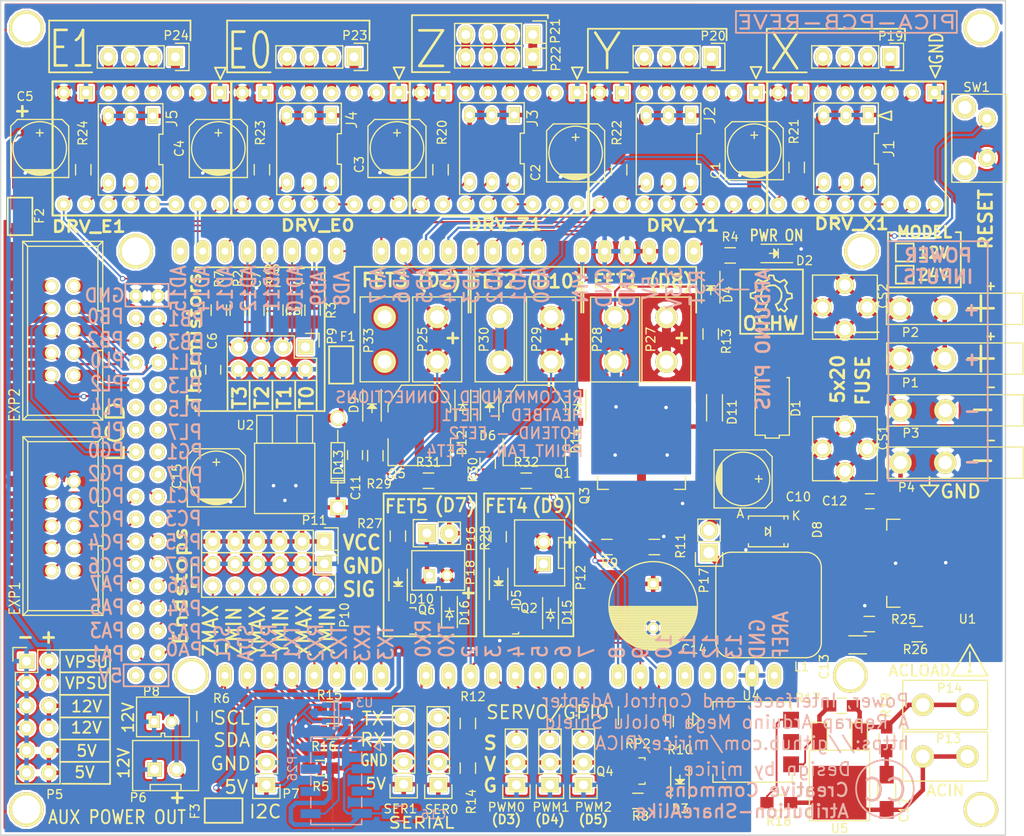
<source format=kicad_pcb>
(kicad_pcb (version 20171130) (host pcbnew "(5.1.12)-1")
  (layers (0 F.Cu signal) (31 B.Cu signal) (34 B.Paste user hide) (35 F.Paste user hide) (36 B.SilkS user) (37 F.SilkS user) (38 B.Mask user hide) (39 F.Mask user) (44 Edge.Cuts user))
  (net 0 "")
  (net 1 GND)
  (net 2 "Net-(SHIELD1-PadRST)")
  (net 3 "Net-(SHIELD1-PadAREF)")
  (net 4 "Net-(SHIELD1-Pad5V_4)")
  (net 5 "Net-(SHIELD1-Pad5V_5)")
  (net 6 "Net-(SHIELD1-Pad39)")
  (net 7 "Net-(SHIELD1-Pad40)")
  (net 8 "Net-(SHIELD1-Pad42)")
  (net 9 "Net-(SHIELD1-Pad43)")
  (net 10 "Net-(SHIELD1-Pad44)")
  (net 11 "Net-(SHIELD1-Pad45)")
  (net 12 X_STEP)
  (net 13 X_DIR)
  (net 14 X_EN)
  (net 15 THERM0)
  (net 16 +12V)
  (net 17 THERM2)
  (net 18 THERM1)
  (net 19 VCC)
  (net 20 Z_EN)
  (net 21 Y_DIR)
  (net 22 Y_STEP)
  (net 23 Y_EN)
  (net 24 E0_EN)
  (net 25 E0_STEP)
  (net 26 E0_DIR)
  (net 27 E1_EN)
  (net 28 E1_DIR)
  (net 29 E1_STEP)
  (net 30 Z_STEP)
  (net 31 Z_DIR)
  (net 32 "Net-(DRV_E0-Pad3)")
  (net 33 "Net-(DRV_E0-Pad4)")
  (net 34 "Net-(DRV_E0-Pad5)")
  (net 35 "Net-(DRV_E0-Pad6)")
  (net 36 "Net-(DRV_E0-Pad10)")
  (net 37 "Net-(DRV_E0-Pad11)")
  (net 38 "Net-(DRV_E0-Pad12)")
  (net 39 "Net-(DRV_E0-Pad13)")
  (net 40 "Net-(DRV_E1-Pad3)")
  (net 41 "Net-(DRV_E1-Pad4)")
  (net 42 "Net-(DRV_E1-Pad5)")
  (net 43 "Net-(DRV_E1-Pad6)")
  (net 44 "Net-(DRV_E1-Pad10)")
  (net 45 "Net-(DRV_E1-Pad11)")
  (net 46 "Net-(DRV_E1-Pad12)")
  (net 47 "Net-(DRV_E1-Pad13)")
  (net 48 "Net-(DRV_X1-Pad3)")
  (net 49 "Net-(DRV_X1-Pad4)")
  (net 50 "Net-(DRV_X1-Pad5)")
  (net 51 "Net-(DRV_X1-Pad6)")
  (net 52 "Net-(DRV_X1-Pad10)")
  (net 53 "Net-(DRV_X1-Pad11)")
  (net 54 "Net-(DRV_X1-Pad12)")
  (net 55 "Net-(DRV_X1-Pad13)")
  (net 56 "Net-(DRV_Y1-Pad3)")
  (net 57 "Net-(DRV_Y1-Pad4)")
  (net 58 "Net-(DRV_Y1-Pad5)")
  (net 59 "Net-(DRV_Y1-Pad6)")
  (net 60 "Net-(DRV_Y1-Pad10)")
  (net 61 "Net-(DRV_Y1-Pad11)")
  (net 62 "Net-(DRV_Y1-Pad12)")
  (net 63 "Net-(DRV_Y1-Pad13)")
  (net 64 "Net-(DRV_Z1-Pad3)")
  (net 65 "Net-(DRV_Z1-Pad4)")
  (net 66 "Net-(DRV_Z1-Pad5)")
  (net 67 "Net-(DRV_Z1-Pad6)")
  (net 68 "Net-(DRV_Z1-Pad10)")
  (net 69 "Net-(DRV_Z1-Pad11)")
  (net 70 "Net-(DRV_Z1-Pad12)")
  (net 71 "Net-(DRV_Z1-Pad13)")
  (net 72 THERM3)
  (net 73 "Net-(D2-Pad2)")
  (net 74 "Net-(D4-Pad2)")
  (net 75 "Net-(D5-Pad2)")
  (net 76 "Net-(D6-Pad2)")
  (net 77 /MISO)
  (net 78 /SCK)
  (net 79 /MOSI)
  (net 80 "Net-(EXP2-Pad9)")
  (net 81 "Net-(EXP2-Pad10)")
  (net 82 "Net-(Q3-Pad1)")
  (net 83 SDA)
  (net 84 SCL)
  (net 85 X_MIN)
  (net 86 BED_EN)
  (net 87 FAN_EN)
  (net 88 HOTEND_EN)
  (net 89 Y_MIN)
  (net 90 Z_MIN)
  (net 91 X_MAX)
  (net 92 Y_MAX)
  (net 93 Z_MAX)
  (net 94 /AM_VIN)
  (net 95 /VAA_IN)
  (net 96 +3V3)
  (net 97 /FB_ADJ)
  (net 98 "Net-(D8-Pad1)")
  (net 99 "Net-(D9-Pad2)")
  (net 100 "Net-(D10-Pad2)")
  (net 101 PWM0)
  (net 102 PWM1)
  (net 103 PWM2)
  (net 104 "Net-(SHIELD1-PadAD15)")
  (net 105 "Net-(SHIELD1-Pad38)")
  (net 106 "Net-(SHIELD1-Pad46)")
  (net 107 /FE1_D)
  (net 108 /HE1_D)
  (net 109 /HE2_D)
  (net 110 /FE2_D)
  (net 111 /HE1_G)
  (net 112 /HE2_G)
  (net 113 +VPSU)
  (net 114 /SDSS)
  (net 115 /SD_CARD_DET)
  (net 116 LCD_BEEPER)
  (net 117 BTN_ENC)
  (net 118 LCD_EN)
  (net 119 LCD_RS)
  (net 120 LCD_D4)
  (net 121 LCD_D5)
  (net 122 LCD_D6)
  (net 123 LCD_D7)
  (net 124 BTN_EN1)
  (net 125 BTN_EN2)
  (net 126 "Net-(SHIELD1-Pad34)")
  (net 127 KILL_PIN)
  (net 128 RX1)
  (net 129 TX1)
  (net 130 "Net-(P14-Pad1)")
  (net 131 SSR_EN)
  (net 132 "Net-(D3-Pad2)")
  (net 133 "Net-(D3-Pad1)")
  (net 134 "Net-(SHIELD1-Pad25)")
  (net 135 "Net-(SHIELD1-Pad13)")
  (net 136 "Net-(M1-Pad1)")
  (net 137 "Net-(M2-Pad1)")
  (net 138 "Net-(M3-Pad1)")
  (net 139 "Net-(M4-Pad1)")
  (net 140 "Net-(Q4-Pad3)")
  (net 141 /Q3_D)
  (net 142 "Net-(R12-Pad1)")
  (net 143 TX0)
  (net 144 RX0)
  (net 145 FAN2_EN)
  (net 146 HOTEND2_EN)
  (net 147 "Net-(SHIELD1-Pad11)")
  (net 148 "Net-(SHIELD1-Pad12)")
  (net 149 "Net-(P26-Pad5)")
  (net 150 "Net-(P26-Pad6)")
  (net 151 /TX1_S)
  (net 152 "Net-(P26-Pad4)")
  (net 153 "Net-(C16-Pad1)")
  (net 154 /DRV_VCC)
  (net 155 "Net-(F1-Pad2)")
  (net 156 "Net-(R17-Pad1)")
  (net 157 "Net-(R18-Pad2)")
  (net 158 "Net-(C17-Pad1)")
  (net 159 "Net-(C17-Pad2)")
  (net 160 "Net-(F3-Pad1)")
  (net 161 +5VL)
  (module RAMPZ:MEGA_NOLINES (layer F.Cu) (at 216.662 73.66 180)
    (fp_text reference SHIELD1 hide)
    (fp_text value ARDUINO_MEGA_SHIELD hide)
    (pad 14 thru_hole oval (at 68.58 -50.8 270) (size 2.54 1.524) (drill 0.8128) (layers *.Cu *.Mask F.SilkS) (net 85 X_MIN))
    (pad 15 thru_hole oval (at 71.12 -50.8 270) (size 2.54 1.524) (drill 0.8128) (layers *.Cu *.Mask F.SilkS) (net 91 X_MAX))
    (pad 16 thru_hole oval (at 73.66 -50.8 270) (size 2.54 1.524) (drill 0.8128) (layers *.Cu *.Mask F.SilkS) (net 89 Y_MIN))
    (pad 17 thru_hole oval (at 76.2 -50.8 270) (size 2.54 1.524) (drill 0.8128) (layers *.Cu *.Mask F.SilkS) (net 92 Y_MAX))
    (pad 18 thru_hole oval (at 78.74 -50.8 270) (size 2.54 1.524) (drill 0.8128) (layers *.Cu *.Mask F.SilkS) (net 129 TX1))
    (pad 19 thru_hole oval (at 81.28 -50.8 270) (size 2.54 1.524) (drill 0.8128) (layers *.Cu *.Mask F.SilkS) (net 128 RX1))
    (pad 20 thru_hole oval (at 83.82 -50.8 270) (size 2.54 1.524) (drill 0.8128) (layers *.Cu *.Mask F.SilkS) (net 83 SDA))
    (pad 21 thru_hole oval (at 86.36 -50.8 270) (size 2.54 1.524) (drill 0.8128) (layers *.Cu *.Mask F.SilkS) (net 84 SCL))
    (pad AD15 thru_hole oval (at 91.44 -2.54 270) (size 2.54 1.524) (drill 0.8128) (layers *.Cu *.Mask F.SilkS) (net 104 "Net-(SHIELD1-PadAD15)"))
    (pad AD14 thru_hole oval (at 88.9 -2.54 270) (size 2.54 1.524) (drill 0.8128) (layers *.Cu *.Mask F.SilkS) (net 29 E1_STEP))
    (pad AD13 thru_hole oval (at 86.36 -2.54 270) (size 2.54 1.524) (drill 0.8128) (layers *.Cu *.Mask F.SilkS) (net 25 E0_STEP))
    (pad AD12 thru_hole oval (at 83.82 -2.54 270) (size 2.54 1.524) (drill 0.8128) (layers *.Cu *.Mask F.SilkS) (net 72 THERM3))
    (pad AD8 thru_hole oval (at 73.66 -2.54 270) (size 2.54 1.524) (drill 0.8128) (layers *.Cu *.Mask F.SilkS) (net 20 Z_EN))
    (pad AD7 thru_hole oval (at 68.58 -2.54 270) (size 2.54 1.524) (drill 0.8128) (layers *.Cu *.Mask F.SilkS) (net 23 Y_EN))
    (pad AD6 thru_hole oval (at 66.04 -2.54 270) (size 2.54 1.524) (drill 0.8128) (layers *.Cu *.Mask F.SilkS) (net 14 X_EN))
    (pad AD9 thru_hole oval (at 76.2 -2.54 270) (size 2.54 1.524) (drill 0.8128) (layers *.Cu *.Mask F.SilkS) (net 15 THERM0))
    (pad AD10 thru_hole oval (at 78.74 -2.54 270) (size 2.54 1.524) (drill 0.8128) (layers *.Cu *.Mask F.SilkS) (net 18 THERM1))
    (pad AD11 thru_hole oval (at 81.28 -2.54 270) (size 2.54 1.524) (drill 0.8128) (layers *.Cu *.Mask F.SilkS) (net 17 THERM2))
    (pad AD5 thru_hole oval (at 63.5 -2.54 270) (size 2.54 1.524) (drill 0.8128) (layers *.Cu *.Mask F.SilkS) (net 30 Z_STEP))
    (pad AD4 thru_hole oval (at 60.96 -2.54 270) (size 2.54 1.524) (drill 0.8128) (layers *.Cu *.Mask F.SilkS) (net 31 Z_DIR))
    (pad AD3 thru_hole oval (at 58.42 -2.54 270) (size 2.54 1.524) (drill 0.8128) (layers *.Cu *.Mask F.SilkS) (net 22 Y_STEP))
    (pad AD0 thru_hole oval (at 50.8 -2.54 270) (size 2.54 1.524) (drill 0.8128) (layers *.Cu *.Mask F.SilkS) (net 13 X_DIR))
    (pad AD1 thru_hole oval (at 53.34 -2.54 270) (size 2.54 1.524) (drill 0.8128) (layers *.Cu *.Mask F.SilkS) (net 12 X_STEP))
    (pad AD2 thru_hole oval (at 55.88 -2.54 270) (size 2.54 1.524) (drill 0.8128) (layers *.Cu *.Mask F.SilkS) (net 21 Y_DIR))
    (pad V_IN thru_hole oval (at 45.72 -2.54 270) (size 2.54 1.524) (drill 0.8128) (layers *.Cu *.Mask F.SilkS) (net 155 "Net-(F1-Pad2)"))
    (pad GND2 thru_hole oval (at 43.18 -2.54 270) (size 2.54 1.524) (drill 0.8128) (layers *.Cu *.Mask F.SilkS) (net 1 GND))
    (pad GND1 thru_hole oval (at 40.64 -2.54 270) (size 2.54 1.524) (drill 0.8128) (layers *.Cu *.Mask F.SilkS) (net 1 GND))
    (pad 3V3 thru_hole oval (at 35.56 -2.54 270) (size 2.54 1.524) (drill 0.8128) (layers *.Cu *.Mask F.SilkS) (net 96 +3V3))
    (pad RST thru_hole oval (at 33.02 -2.54 270) (size 2.54 1.524) (drill 0.8128) (layers *.Cu *.Mask F.SilkS) (net 2 "Net-(SHIELD1-PadRST)"))
    (pad 0 thru_hole oval (at 63.5 -50.8 270) (size 2.54 1.524) (drill 0.8128) (layers *.Cu *.Mask F.SilkS) (net 144 RX0))
    (pad 1 thru_hole oval (at 60.96 -50.8 270) (size 2.54 1.524) (drill 0.8128) (layers *.Cu *.Mask F.SilkS) (net 143 TX0))
    (pad 2 thru_hole oval (at 58.42 -50.8 270) (size 2.54 1.524) (drill 0.8128) (layers *.Cu *.Mask F.SilkS) (net 146 HOTEND2_EN))
    (pad 3 thru_hole oval (at 55.88 -50.8 270) (size 2.54 1.524) (drill 0.8128) (layers *.Cu *.Mask F.SilkS) (net 101 PWM0))
    (pad 4 thru_hole oval (at 53.34 -50.8 270) (size 2.54 1.524) (drill 0.8128) (layers *.Cu *.Mask F.SilkS) (net 102 PWM1))
    (pad 5 thru_hole oval (at 50.8 -50.8 270) (size 2.54 1.524) (drill 0.8128) (layers *.Cu *.Mask F.SilkS) (net 103 PWM2))
    (pad 6 thru_hole oval (at 48.26 -50.8 270) (size 2.54 1.524) (drill 0.8128) (layers *.Cu *.Mask F.SilkS) (net 131 SSR_EN))
    (pad 7 thru_hole oval (at 45.72 -50.8 270) (size 2.54 1.524) (drill 0.8128) (layers *.Cu *.Mask F.SilkS) (net 145 FAN2_EN))
    (pad 8 thru_hole oval (at 41.656 -50.8 270) (size 2.54 1.524) (drill 0.8128) (layers *.Cu *.Mask F.SilkS) (net 86 BED_EN))
    (pad 9 thru_hole oval (at 39.116 -50.8 270) (size 2.54 1.524) (drill 0.8128) (layers *.Cu *.Mask F.SilkS) (net 87 FAN_EN))
    (pad 10 thru_hole oval (at 36.576 -50.8 270) (size 2.54 1.524) (drill 0.8128) (layers *.Cu *.Mask F.SilkS) (net 88 HOTEND_EN))
    (pad 11 thru_hole oval (at 34.036 -50.8 270) (size 2.54 1.524) (drill 0.8128) (layers *.Cu *.Mask F.SilkS) (net 147 "Net-(SHIELD1-Pad11)"))
    (pad 12 thru_hole oval (at 31.496 -50.8 270) (size 2.54 1.524) (drill 0.8128) (layers *.Cu *.Mask F.SilkS) (net 148 "Net-(SHIELD1-Pad12)"))
    (pad 13 thru_hole oval (at 28.956 -50.8 270) (size 2.54 1.524) (drill 0.8128) (layers *.Cu *.Mask F.SilkS) (net 135 "Net-(SHIELD1-Pad13)"))
    (pad GND3 thru_hole oval (at 26.416 -50.8 270) (size 2.54 1.524) (drill 0.8128) (layers *.Cu *.Mask F.SilkS) (net 1 GND))
    (pad AREF thru_hole oval (at 23.876 -50.8 270) (size 2.54 1.524) (drill 0.8128) (layers *.Cu *.Mask F.SilkS) (net 3 "Net-(SHIELD1-PadAREF)"))
    (pad 5V thru_hole oval (at 38.1 -2.54 270) (size 2.54 1.524) (drill 0.8128) (layers *.Cu *.Mask F.SilkS) (net 161 +5VL))
    (pad "" np_thru_hole circle (at 96.52 -2.54 270) (size 3.937 3.937) (drill 3.175) (layers *.Cu *.Mask F.SilkS))
    (pad "" np_thru_hole circle (at 90.17 -50.8 270) (size 3.937 3.937) (drill 3.175) (layers *.Cu *.Mask F.SilkS))
    (pad "" np_thru_hole circle (at 15.24 -50.8 270) (size 3.937 3.937) (drill 3.175) (layers *.Cu *.Mask F.SilkS))
    (pad "" np_thru_hole circle (at 13.97 -2.54 270) (size 3.937 3.937) (drill 3.175) (layers *.Cu *.Mask F.SilkS))
    (pad 22 thru_hole circle (at 93.98 -48.26 180) (size 1.524 1.524) (drill 0.8128) (layers *.Cu *.Mask F.SilkS) (net 93 Z_MAX))
    (pad 23 thru_hole circle (at 96.52 -48.26 180) (size 1.524 1.524) (drill 0.8128) (layers *.Cu *.Mask F.SilkS) (net 90 Z_MIN))
    (pad 24 thru_hole circle (at 93.98 -45.72 180) (size 1.524 1.524) (drill 0.8128) (layers *.Cu *.Mask F.SilkS) (net 26 E0_DIR))
    (pad 25 thru_hole circle (at 96.52 -45.72 180) (size 1.524 1.524) (drill 0.8128) (layers *.Cu *.Mask F.SilkS) (net 134 "Net-(SHIELD1-Pad25)"))
    (pad 26 thru_hole circle (at 93.98 -43.18 180) (size 1.524 1.524) (drill 0.8128) (layers *.Cu *.Mask F.SilkS) (net 24 E0_EN))
    (pad 27 thru_hole circle (at 96.52 -43.18 180) (size 1.524 1.524) (drill 0.8128) (layers *.Cu *.Mask F.SilkS) (net 27 E1_EN))
    (pad 28 thru_hole circle (at 93.98 -40.64 180) (size 1.524 1.524) (drill 0.8128) (layers *.Cu *.Mask F.SilkS) (net 28 E1_DIR))
    (pad 29 thru_hole circle (at 96.52 -40.64 180) (size 1.524 1.524) (drill 0.8128) (layers *.Cu *.Mask F.SilkS) (net 116 LCD_BEEPER))
    (pad 5V_4 thru_hole circle (at 93.98 -50.8 180) (size 1.524 1.524) (drill 0.8128) (layers *.Cu *.Mask F.SilkS) (net 4 "Net-(SHIELD1-Pad5V_4)"))
    (pad 5V_5 thru_hole circle (at 96.52 -50.8 180) (size 1.524 1.524) (drill 0.8128) (layers *.Cu *.Mask F.SilkS) (net 5 "Net-(SHIELD1-Pad5V_5)"))
    (pad 31 thru_hole circle (at 96.52 -38.1 180) (size 1.524 1.524) (drill 0.8128) (layers *.Cu *.Mask F.SilkS) (net 117 BTN_ENC))
    (pad 30 thru_hole circle (at 93.98 -38.1 180) (size 1.524 1.524) (drill 0.8128) (layers *.Cu *.Mask F.SilkS) (net 118 LCD_EN))
    (pad 32 thru_hole circle (at 93.98 -35.56 180) (size 1.524 1.524) (drill 0.8128) (layers *.Cu *.Mask F.SilkS) (net 121 LCD_D5))
    (pad 33 thru_hole circle (at 96.52 -35.56 180) (size 1.524 1.524) (drill 0.8128) (layers *.Cu *.Mask F.SilkS) (net 119 LCD_RS))
    (pad 34 thru_hole circle (at 93.98 -33.02 180) (size 1.524 1.524) (drill 0.8128) (layers *.Cu *.Mask F.SilkS) (net 126 "Net-(SHIELD1-Pad34)"))
    (pad 35 thru_hole circle (at 96.52 -33.02 180) (size 1.524 1.524) (drill 0.8128) (layers *.Cu *.Mask F.SilkS) (net 120 LCD_D4))
    (pad 36 thru_hole circle (at 93.98 -30.48 180) (size 1.524 1.524) (drill 0.8128) (layers *.Cu *.Mask F.SilkS) (net 123 LCD_D7))
    (pad 37 thru_hole circle (at 96.52 -30.48 180) (size 1.524 1.524) (drill 0.8128) (layers *.Cu *.Mask F.SilkS) (net 122 LCD_D6))
    (pad 38 thru_hole circle (at 93.98 -27.94 180) (size 1.524 1.524) (drill 0.8128) (layers *.Cu *.Mask F.SilkS) (net 105 "Net-(SHIELD1-Pad38)"))
    (pad 39 thru_hole circle (at 96.52 -27.94 180) (size 1.524 1.524) (drill 0.8128) (layers *.Cu *.Mask F.SilkS) (net 6 "Net-(SHIELD1-Pad39)"))
    (pad 40 thru_hole circle (at 93.98 -25.4 180) (size 1.524 1.524) (drill 0.8128) (layers *.Cu *.Mask F.SilkS) (net 7 "Net-(SHIELD1-Pad40)"))
    (pad 41 thru_hole circle (at 96.52 -25.4 180) (size 1.524 1.524) (drill 0.8128) (layers *.Cu *.Mask F.SilkS) (net 127 KILL_PIN))
    (pad 42 thru_hole circle (at 93.98 -22.86 180) (size 1.524 1.524) (drill 0.8128) (layers *.Cu *.Mask F.SilkS) (net 8 "Net-(SHIELD1-Pad42)"))
    (pad 43 thru_hole circle (at 96.52 -22.86 180) (size 1.524 1.524) (drill 0.8128) (layers *.Cu *.Mask F.SilkS) (net 9 "Net-(SHIELD1-Pad43)"))
    (pad 44 thru_hole circle (at 93.98 -20.32 180) (size 1.524 1.524) (drill 0.8128) (layers *.Cu *.Mask F.SilkS) (net 10 "Net-(SHIELD1-Pad44)"))
    (pad 45 thru_hole circle (at 96.52 -20.32 180) (size 1.524 1.524) (drill 0.8128) (layers *.Cu *.Mask F.SilkS) (net 11 "Net-(SHIELD1-Pad45)"))
    (pad 46 thru_hole circle (at 93.98 -17.78 180) (size 1.524 1.524) (drill 0.8128) (layers *.Cu *.Mask F.SilkS) (net 106 "Net-(SHIELD1-Pad46)"))
    (pad 47 thru_hole circle (at 96.52 -17.78 180) (size 1.524 1.524) (drill 0.8128) (layers *.Cu *.Mask F.SilkS) (net 124 BTN_EN1))
    (pad 48 thru_hole circle (at 93.98 -15.24 180) (size 1.524 1.524) (drill 0.8128) (layers *.Cu *.Mask F.SilkS) (net 125 BTN_EN2))
    (pad 49 thru_hole circle (at 96.52 -15.24 180) (size 1.524 1.524) (drill 0.8128) (layers *.Cu *.Mask F.SilkS) (net 115 /SD_CARD_DET))
    (pad 50 thru_hole circle (at 93.98 -12.7 180) (size 1.524 1.524) (drill 0.8128) (layers *.Cu *.Mask F.SilkS) (net 77 /MISO))
    (pad 51 thru_hole circle (at 96.52 -12.7 180) (size 1.524 1.524) (drill 0.8128) (layers *.Cu *.Mask F.SilkS) (net 79 /MOSI))
    (pad 52 thru_hole circle (at 93.98 -10.16 180) (size 1.524 1.524) (drill 0.8128) (layers *.Cu *.Mask F.SilkS) (net 78 /SCK))
    (pad 53 thru_hole circle (at 96.52 -10.16 180) (size 1.524 1.524) (drill 0.8128) (layers *.Cu *.Mask F.SilkS) (net 114 /SDSS))
    (pad GND4 thru_hole circle (at 93.98 -7.62 180) (size 1.524 1.524) (drill 0.8128) (layers *.Cu *.Mask F.SilkS) (net 1 GND))
    (pad GND5 thru_hole circle (at 96.52 -7.62 180) (size 1.524 1.524) (drill 0.8128) (layers *.Cu *.Mask F.SilkS) (net 1 GND))
  )
  (module SWDIP8_.6W:SWDIP8_.6W (layer F.Cu) (at 141.1605 64.516 180)
    (fp_text reference DRV_E0 (at 0.3175 -8.763) (layer F.SilkS) (effects (font (size 1.27 1.524) (thickness 0.3048))))
    (fp_text value POLOLU_A4988 hide)
    (pad 1 thru_hole rect (at -8.89 6.35 180) (size 1.524 1.524) (drill 0.8128) (layers *.Cu *.Mask F.SilkS) (net 1 GND))
    (pad 2 thru_hole circle (at -6.35 6.35 180) (size 1.524 1.524) (drill 0.8128) (layers *.Cu *.Mask F.SilkS) (net 154 /DRV_VCC))
    (pad 3 thru_hole circle (at -3.81 6.35 180) (size 1.524 1.524) (drill 0.8128) (layers *.Cu *.Mask F.SilkS) (net 32 "Net-(DRV_E0-Pad3)"))
    (pad 4 thru_hole circle (at -1.27 6.35 180) (size 1.524 1.524) (drill 0.8128) (layers *.Cu *.Mask F.SilkS) (net 33 "Net-(DRV_E0-Pad4)"))
    (pad 5 thru_hole circle (at 1.27 6.35 180) (size 1.524 1.524) (drill 0.8128) (layers *.Cu *.Mask F.SilkS) (net 34 "Net-(DRV_E0-Pad5)"))
    (pad 6 thru_hole circle (at 3.81 6.35 180) (size 1.524 1.524) (drill 0.8128) (layers *.Cu *.Mask F.SilkS) (net 35 "Net-(DRV_E0-Pad6)"))
    (pad 7 thru_hole rect (at 6.35 6.35 180) (size 1.524 1.524) (drill 0.8128) (layers *.Cu *.Mask F.SilkS) (net 1 GND))
    (pad 8 thru_hole circle (at 8.89 6.35 180) (size 1.524 1.524) (drill 0.8128) (layers *.Cu *.Mask F.SilkS) (net 113 +VPSU))
    (pad 9 thru_hole circle (at 8.89 -6.35 180) (size 1.524 1.524) (drill 0.8128) (layers *.Cu *.Mask F.SilkS) (net 24 E0_EN))
    (pad 10 thru_hole circle (at 6.35 -6.35 180) (size 1.524 1.524) (drill 0.8128) (layers *.Cu *.Mask F.SilkS) (net 36 "Net-(DRV_E0-Pad10)"))
    (pad 11 thru_hole circle (at 3.81 -6.35 180) (size 1.524 1.524) (drill 0.8128) (layers *.Cu *.Mask F.SilkS) (net 37 "Net-(DRV_E0-Pad11)"))
    (pad 12 thru_hole circle (at 1.27 -6.35 180) (size 1.524 1.524) (drill 0.8128) (layers *.Cu *.Mask F.SilkS) (net 38 "Net-(DRV_E0-Pad12)"))
    (pad 13 thru_hole circle (at -1.27 -6.35 180) (size 1.524 1.524) (drill 0.8128) (layers *.Cu *.Mask F.SilkS) (net 39 "Net-(DRV_E0-Pad13)"))
    (pad 14 thru_hole circle (at -3.81 -6.35 180) (size 1.524 1.524) (drill 0.8128) (layers *.Cu *.Mask F.SilkS) (net 39 "Net-(DRV_E0-Pad13)"))
    (pad 15 thru_hole circle (at -6.35 -6.35 180) (size 1.524 1.524) (drill 0.8128) (layers *.Cu *.Mask F.SilkS) (net 25 E0_STEP))
    (pad 16 thru_hole circle (at -8.89 -6.35 180) (size 1.524 1.524) (drill 0.8128) (layers *.Cu *.Mask F.SilkS) (net 26 E0_DIR))
  )
  (module RAMPZ:PINHEADER_2X4_SMD (layer B.Cu) (at 143.2814 128.3716 180)
    (fp_text reference P26 (at 5.3086 -6.6802 270) (layer B.SilkS) (effects (justify mirror)))
    (fp_text value CONN_02X04 hide)
    (pad 1 smd rect (at -2.5654 -4.1656 180) (size 2.286 1.016) (layers B.Cu B.Paste B.Mask) (net 128 RX1))
    (pad 2 smd rect (at 3.2512 -4.191 180) (size 2.286 1.016) (layers B.Cu B.Paste B.Mask) (net 1 GND))
    (pad 3 smd rect (at -2.5654 -6.7056 180) (size 2.286 1.016) (layers B.Cu B.Paste B.Mask) (net 153 "Net-(C16-Pad1)"))
    (pad 4 smd rect (at 3.2512 -6.731 180) (size 2.286 1.016) (layers B.Cu B.Paste B.Mask) (net 152 "Net-(P26-Pad4)"))
    (pad 5 smd rect (at -2.5654 -9.2456 180) (size 2.286 1.016) (layers B.Cu B.Paste B.Mask) (net 149 "Net-(P26-Pad5)"))
    (pad 6 smd rect (at 3.2512 -9.271 180) (size 2.286 1.016) (layers B.Cu B.Paste B.Mask) (net 150 "Net-(P26-Pad6)"))
    (pad 7 smd rect (at -2.5654 -11.7856 180) (size 2.286 1.016) (layers B.Cu B.Paste B.Mask) (net 153 "Net-(C16-Pad1)"))
    (pad 8 smd rect (at 3.2512 -11.811 180) (size 2.286 1.016) (layers B.Cu B.Paste B.Mask) (net 151 /TX1_S))
  )
  (module RAMPZ:SPACE_CONN_VERT (layer F.Cu) (at 177.211091 85.991444 270)
    (fp_text reference P28 (at 0.254 4.572 270) (layer F.SilkS))
    (fp_text value CONN_01X02 hide)
    (pad 1 thru_hole circle (at -2.286 2.54 270) (size 2.54 2.54) (drill 1.5748) (layers *.Cu *.Mask F.SilkS) (net 141 /Q3_D))
    (pad 2 thru_hole circle (at 2.794 2.54 270) (size 2.54 2.54) (drill 1.5748) (layers *.Cu *.Mask F.SilkS) (net 141 /Q3_D))
  )
  (module Capacitors_SMD:c_elec_6.3x5.8 (layer F.Cu) (at 189.23 102.108)
    (fp_text reference C10 (at 6.2865 2.032) (layer F.SilkS))
    (fp_text value 100UF hide)
    (pad 1 smd rect (at 2.75082 0) (size 3.59918 1.6002) (layers F.Cu F.Paste F.Mask) (net 113 +VPSU))
    (pad 2 smd rect (at -2.75082 0) (size 3.59918 1.6002) (layers F.Cu F.Paste F.Mask) (net 1 GND))
  )
  (module RAMPZ:RH127 (layer F.Cu) (at 194.8815 115.443 180)
    (fp_text reference L1 (at -1.0033 -8.0264 180) (layer F.SilkS))
    (fp_text value 82uH)
    (pad 1 smd rect (at -2 -1 180) (size 3.556 6) (layers F.Cu F.Paste F.Mask) (net 98 "Net-(D8-Pad1)"))
    (pad 2 smd rect (at 7.5 -1 180) (size 3.556 6) (layers F.Cu F.Paste F.Mask) (net 16 +12V))
  )
  (module Capacitors_SMD:c_elec_6.3x5.8 (layer F.Cu) (at 129.3114 101.981 90)
    (fp_text reference C15 (at 0.1778 -4.4958 270) (layer F.SilkS))
    (fp_text value 100UF hide)
    (pad 1 smd rect (at 2.75082 0 90) (size 3.59918 1.6002) (layers F.Cu F.Paste F.Mask) (net 19 VCC))
    (pad 2 smd rect (at -2.75082 0 90) (size 3.59918 1.6002) (layers F.Cu F.Paste F.Mask) (net 1 GND))
  )
  (module SWDIP8_.6W:SWDIP8_.6W (layer F.Cu) (at 161.4805 64.516 180)
    (fp_text reference DRV_Z1 (at -0.6985 -8.636) (layer F.SilkS) (effects (font (size 1.27 1.524) (thickness 0.3048))))
    (fp_text value POLOLU_A4988 hide)
    (pad 1 thru_hole rect (at -8.89 6.35 180) (size 1.524 1.524) (drill 0.8128) (layers *.Cu *.Mask F.SilkS) (net 1 GND))
    (pad 2 thru_hole circle (at -6.35 6.35 180) (size 1.524 1.524) (drill 0.8128) (layers *.Cu *.Mask F.SilkS) (net 154 /DRV_VCC))
    (pad 3 thru_hole circle (at -3.81 6.35 180) (size 1.524 1.524) (drill 0.8128) (layers *.Cu *.Mask F.SilkS) (net 64 "Net-(DRV_Z1-Pad3)"))
    (pad 4 thru_hole circle (at -1.27 6.35 180) (size 1.524 1.524) (drill 0.8128) (layers *.Cu *.Mask F.SilkS) (net 65 "Net-(DRV_Z1-Pad4)"))
    (pad 5 thru_hole circle (at 1.27 6.35 180) (size 1.524 1.524) (drill 0.8128) (layers *.Cu *.Mask F.SilkS) (net 66 "Net-(DRV_Z1-Pad5)"))
    (pad 6 thru_hole circle (at 3.81 6.35 180) (size 1.524 1.524) (drill 0.8128) (layers *.Cu *.Mask F.SilkS) (net 67 "Net-(DRV_Z1-Pad6)"))
    (pad 7 thru_hole rect (at 6.35 6.35 180) (size 1.524 1.524) (drill 0.8128) (layers *.Cu *.Mask F.SilkS) (net 1 GND))
    (pad 8 thru_hole circle (at 8.89 6.35 180) (size 1.524 1.524) (drill 0.8128) (layers *.Cu *.Mask F.SilkS) (net 113 +VPSU))
    (pad 9 thru_hole circle (at 8.89 -6.35 180) (size 1.524 1.524) (drill 0.8128) (layers *.Cu *.Mask F.SilkS) (net 20 Z_EN))
    (pad 10 thru_hole circle (at 6.35 -6.35 180) (size 1.524 1.524) (drill 0.8128) (layers *.Cu *.Mask F.SilkS) (net 68 "Net-(DRV_Z1-Pad10)"))
    (pad 11 thru_hole circle (at 3.81 -6.35 180) (size 1.524 1.524) (drill 0.8128) (layers *.Cu *.Mask F.SilkS) (net 69 "Net-(DRV_Z1-Pad11)"))
    (pad 12 thru_hole circle (at 1.27 -6.35 180) (size 1.524 1.524) (drill 0.8128) (layers *.Cu *.Mask F.SilkS) (net 70 "Net-(DRV_Z1-Pad12)"))
    (pad 13 thru_hole circle (at -1.27 -6.35 180) (size 1.524 1.524) (drill 0.8128) (layers *.Cu *.Mask F.SilkS) (net 71 "Net-(DRV_Z1-Pad13)"))
    (pad 14 thru_hole circle (at -3.81 -6.35 180) (size 1.524 1.524) (drill 0.8128) (layers *.Cu *.Mask F.SilkS) (net 71 "Net-(DRV_Z1-Pad13)"))
    (pad 15 thru_hole circle (at -6.35 -6.35 180) (size 1.524 1.524) (drill 0.8128) (layers *.Cu *.Mask F.SilkS) (net 30 Z_STEP))
    (pad 16 thru_hole circle (at -8.89 -6.35 180) (size 1.524 1.524) (drill 0.8128) (layers *.Cu *.Mask F.SilkS) (net 31 Z_DIR))
  )
  (module SWDIP8_.6W:SWDIP8_.6W (layer F.Cu) (at 202.1205 64.516 180)
    (fp_text reference DRV_X1 (at 0.5461 -8.5852) (layer F.SilkS) (effects (font (size 1.27 1.524) (thickness 0.3048))))
    (fp_text value POLOLU_A4988 hide)
    (pad 1 thru_hole rect (at -8.89 6.35 180) (size 1.524 1.524) (drill 0.8128) (layers *.Cu *.Mask F.SilkS) (net 1 GND))
    (pad 2 thru_hole circle (at -6.35 6.35 180) (size 1.524 1.524) (drill 0.8128) (layers *.Cu *.Mask F.SilkS) (net 154 /DRV_VCC))
    (pad 3 thru_hole circle (at -3.81 6.35 180) (size 1.524 1.524) (drill 0.8128) (layers *.Cu *.Mask F.SilkS) (net 48 "Net-(DRV_X1-Pad3)"))
    (pad 4 thru_hole circle (at -1.27 6.35 180) (size 1.524 1.524) (drill 0.8128) (layers *.Cu *.Mask F.SilkS) (net 49 "Net-(DRV_X1-Pad4)"))
    (pad 5 thru_hole circle (at 1.27 6.35 180) (size 1.524 1.524) (drill 0.8128) (layers *.Cu *.Mask F.SilkS) (net 50 "Net-(DRV_X1-Pad5)"))
    (pad 6 thru_hole circle (at 3.81 6.35 180) (size 1.524 1.524) (drill 0.8128) (layers *.Cu *.Mask F.SilkS) (net 51 "Net-(DRV_X1-Pad6)"))
    (pad 7 thru_hole rect (at 6.35 6.35 180) (size 1.524 1.524) (drill 0.8128) (layers *.Cu *.Mask F.SilkS) (net 1 GND))
    (pad 8 thru_hole circle (at 8.89 6.35 180) (size 1.524 1.524) (drill 0.8128) (layers *.Cu *.Mask F.SilkS) (net 113 +VPSU))
    (pad 9 thru_hole circle (at 8.89 -6.35 180) (size 1.524 1.524) (drill 0.8128) (layers *.Cu *.Mask F.SilkS) (net 14 X_EN))
    (pad 10 thru_hole circle (at 6.35 -6.35 180) (size 1.524 1.524) (drill 0.8128) (layers *.Cu *.Mask F.SilkS) (net 52 "Net-(DRV_X1-Pad10)"))
    (pad 11 thru_hole circle (at 3.81 -6.35 180) (size 1.524 1.524) (drill 0.8128) (layers *.Cu *.Mask F.SilkS) (net 53 "Net-(DRV_X1-Pad11)"))
    (pad 12 thru_hole circle (at 1.27 -6.35 180) (size 1.524 1.524) (drill 0.8128) (layers *.Cu *.Mask F.SilkS) (net 54 "Net-(DRV_X1-Pad12)"))
    (pad 13 thru_hole circle (at -1.27 -6.35 180) (size 1.524 1.524) (drill 0.8128) (layers *.Cu *.Mask F.SilkS) (net 55 "Net-(DRV_X1-Pad13)"))
    (pad 14 thru_hole circle (at -3.81 -6.35 180) (size 1.524 1.524) (drill 0.8128) (layers *.Cu *.Mask F.SilkS) (net 55 "Net-(DRV_X1-Pad13)"))
    (pad 15 thru_hole circle (at -6.35 -6.35 180) (size 1.524 1.524) (drill 0.8128) (layers *.Cu *.Mask F.SilkS) (net 12 X_STEP))
    (pad 16 thru_hole circle (at -8.89 -6.35 180) (size 1.524 1.524) (drill 0.8128) (layers *.Cu *.Mask F.SilkS) (net 13 X_DIR))
  )
  (module Diodes_SMD:SOD-123 (layer F.Cu) (at 155.829 117.475 270)
    (fp_text reference D16 (at -0.127 -1.7145 90) (layer F.SilkS))
    (fp_text value MBR0560 hide)
    (pad 1 smd rect (at -1.635 0 270) (size 0.91 1.22) (layers F.Cu F.Paste F.Mask) (net 16 +12V))
    (pad 2 smd rect (at 1.635 0 270) (size 0.91 1.22) (layers F.Cu F.Paste F.Mask) (net 110 /FE2_D))
  )
  (module RAMPZ:SPADE_CONN_RT (layer F.Cu) (at 212.1408 77.6732)
    (fp_text reference P2 (at -3.87604 7.76732) (layer F.SilkS))
    (fp_text value 36-4966-ND hide)
    (pad 2 thru_hole circle (at -5.08 5.08) (size 2.54 2.54) (drill 1.524) (layers *.Cu *.Mask F.SilkS) (net 95 /VAA_IN))
    (pad 1 thru_hole circle (at 0 5.08) (size 2.54 2.54) (drill 1.524) (layers *.Cu *.Mask F.SilkS) (net 95 /VAA_IN))
  )
  (module RAMPZ:SPADE_CONN_RT (layer F.Cu) (at 212.1662 83.3374)
    (fp_text reference P1 (at -3.90144 7.83336) (layer F.SilkS))
    (fp_text value 36-4966-ND hide)
    (pad 2 thru_hole circle (at -5.08 5.08) (size 2.54 2.54) (drill 1.524) (layers *.Cu *.Mask F.SilkS) (net 95 /VAA_IN))
    (pad 1 thru_hole circle (at 0 5.08) (size 2.54 2.54) (drill 1.524) (layers *.Cu *.Mask F.SilkS) (net 95 /VAA_IN))
  )
  (module RAMPZ:SPADE_CONN_RT (layer F.Cu) (at 212.2424 89.2302)
    (fp_text reference P3 (at -3.92176 7.66572) (layer F.SilkS))
    (fp_text value 36-4966-ND hide)
    (pad 2 thru_hole circle (at -5.08 5.08) (size 2.54 2.54) (drill 1.524) (layers *.Cu *.Mask F.SilkS) (net 1 GND))
    (pad 1 thru_hole circle (at 0 5.08) (size 2.54 2.54) (drill 1.524) (layers *.Cu *.Mask F.SilkS) (net 1 GND))
  )
  (module SWDIP8_.6W:SWDIP8_.6W (layer F.Cu) (at 120.8405 64.516 180)
    (fp_text reference DRV_E1 (at 6.0325 -8.89) (layer F.SilkS) (effects (font (size 1.27 1.524) (thickness 0.3048))))
    (fp_text value POLOLU_A4988 hide)
    (pad 1 thru_hole rect (at -8.89 6.35 180) (size 1.524 1.524) (drill 0.8128) (layers *.Cu *.Mask F.SilkS) (net 1 GND))
    (pad 2 thru_hole circle (at -6.35 6.35 180) (size 1.524 1.524) (drill 0.8128) (layers *.Cu *.Mask F.SilkS) (net 154 /DRV_VCC))
    (pad 3 thru_hole circle (at -3.81 6.35 180) (size 1.524 1.524) (drill 0.8128) (layers *.Cu *.Mask F.SilkS) (net 40 "Net-(DRV_E1-Pad3)"))
    (pad 4 thru_hole circle (at -1.27 6.35 180) (size 1.524 1.524) (drill 0.8128) (layers *.Cu *.Mask F.SilkS) (net 41 "Net-(DRV_E1-Pad4)"))
    (pad 5 thru_hole circle (at 1.27 6.35 180) (size 1.524 1.524) (drill 0.8128) (layers *.Cu *.Mask F.SilkS) (net 42 "Net-(DRV_E1-Pad5)"))
    (pad 6 thru_hole circle (at 3.81 6.35 180) (size 1.524 1.524) (drill 0.8128) (layers *.Cu *.Mask F.SilkS) (net 43 "Net-(DRV_E1-Pad6)"))
    (pad 7 thru_hole rect (at 6.35 6.35 180) (size 1.524 1.524) (drill 0.8128) (layers *.Cu *.Mask F.SilkS) (net 1 GND))
    (pad 8 thru_hole circle (at 8.89 6.35 180) (size 1.524 1.524) (drill 0.8128) (layers *.Cu *.Mask F.SilkS) (net 113 +VPSU))
    (pad 9 thru_hole circle (at 8.89 -6.35 180) (size 1.524 1.524) (drill 0.8128) (layers *.Cu *.Mask F.SilkS) (net 27 E1_EN))
    (pad 10 thru_hole circle (at 6.35 -6.35 180) (size 1.524 1.524) (drill 0.8128) (layers *.Cu *.Mask F.SilkS) (net 44 "Net-(DRV_E1-Pad10)"))
    (pad 11 thru_hole circle (at 3.81 -6.35 180) (size 1.524 1.524) (drill 0.8128) (layers *.Cu *.Mask F.SilkS) (net 45 "Net-(DRV_E1-Pad11)"))
    (pad 12 thru_hole circle (at 1.27 -6.35 180) (size 1.524 1.524) (drill 0.8128) (layers *.Cu *.Mask F.SilkS) (net 46 "Net-(DRV_E1-Pad12)"))
    (pad 13 thru_hole circle (at -1.27 -6.35 180) (size 1.524 1.524) (drill 0.8128) (layers *.Cu *.Mask F.SilkS) (net 47 "Net-(DRV_E1-Pad13)"))
    (pad 14 thru_hole circle (at -3.81 -6.35 180) (size 1.524 1.524) (drill 0.8128) (layers *.Cu *.Mask F.SilkS) (net 47 "Net-(DRV_E1-Pad13)"))
    (pad 15 thru_hole circle (at -6.35 -6.35 180) (size 1.524 1.524) (drill 0.8128) (layers *.Cu *.Mask F.SilkS) (net 29 E1_STEP))
    (pad 16 thru_hole circle (at -8.89 -6.35 180) (size 1.524 1.524) (drill 0.8128) (layers *.Cu *.Mask F.SilkS) (net 28 E1_DIR))
  )
  (module RAMPZ:SPACE_CONN_VERT (layer F.Cu) (at 183.05309 85.991444 270)
    (fp_text reference P27 (at 0.254 4.318 270) (layer F.SilkS))
    (fp_text value CONN_01X02 hide)
    (pad 1 thru_hole circle (at -2.286 2.54 270) (size 2.54 2.54) (drill 1.5748) (layers *.Cu *.Mask F.SilkS) (net 113 +VPSU))
    (pad 2 thru_hole circle (at 2.794 2.54 270) (size 2.54 2.54) (drill 1.5748) (layers *.Cu *.Mask F.SilkS) (net 113 +VPSU))
  )
  (module SWDIP8_.6W:SWDIP8_.6W (layer F.Cu) (at 181.8005 64.516 180)
    (fp_text reference DRV_Y1 (at -0.5715 -8.763) (layer F.SilkS) (effects (font (size 1.27 1.524) (thickness 0.3048))))
    (fp_text value POLOLU_A4988 hide)
    (pad 1 thru_hole rect (at -8.89 6.35 180) (size 1.524 1.524) (drill 0.8128) (layers *.Cu *.Mask F.SilkS) (net 1 GND))
    (pad 2 thru_hole circle (at -6.35 6.35 180) (size 1.524 1.524) (drill 0.8128) (layers *.Cu *.Mask F.SilkS) (net 154 /DRV_VCC))
    (pad 3 thru_hole circle (at -3.81 6.35 180) (size 1.524 1.524) (drill 0.8128) (layers *.Cu *.Mask F.SilkS) (net 56 "Net-(DRV_Y1-Pad3)"))
    (pad 4 thru_hole circle (at -1.27 6.35 180) (size 1.524 1.524) (drill 0.8128) (layers *.Cu *.Mask F.SilkS) (net 57 "Net-(DRV_Y1-Pad4)"))
    (pad 5 thru_hole circle (at 1.27 6.35 180) (size 1.524 1.524) (drill 0.8128) (layers *.Cu *.Mask F.SilkS) (net 58 "Net-(DRV_Y1-Pad5)"))
    (pad 6 thru_hole circle (at 3.81 6.35 180) (size 1.524 1.524) (drill 0.8128) (layers *.Cu *.Mask F.SilkS) (net 59 "Net-(DRV_Y1-Pad6)"))
    (pad 7 thru_hole rect (at 6.35 6.35 180) (size 1.524 1.524) (drill 0.8128) (layers *.Cu *.Mask F.SilkS) (net 1 GND))
    (pad 8 thru_hole circle (at 8.89 6.35 180) (size 1.524 1.524) (drill 0.8128) (layers *.Cu *.Mask F.SilkS) (net 113 +VPSU))
    (pad 9 thru_hole circle (at 8.89 -6.35 180) (size 1.524 1.524) (drill 0.8128) (layers *.Cu *.Mask F.SilkS) (net 23 Y_EN))
    (pad 10 thru_hole circle (at 6.35 -6.35 180) (size 1.524 1.524) (drill 0.8128) (layers *.Cu *.Mask F.SilkS) (net 60 "Net-(DRV_Y1-Pad10)"))
    (pad 11 thru_hole circle (at 3.81 -6.35 180) (size 1.524 1.524) (drill 0.8128) (layers *.Cu *.Mask F.SilkS) (net 61 "Net-(DRV_Y1-Pad11)"))
    (pad 12 thru_hole circle (at 1.27 -6.35 180) (size 1.524 1.524) (drill 0.8128) (layers *.Cu *.Mask F.SilkS) (net 62 "Net-(DRV_Y1-Pad12)"))
    (pad 13 thru_hole circle (at -1.27 -6.35 180) (size 1.524 1.524) (drill 0.8128) (layers *.Cu *.Mask F.SilkS) (net 63 "Net-(DRV_Y1-Pad13)"))
    (pad 14 thru_hole circle (at -3.81 -6.35 180) (size 1.524 1.524) (drill 0.8128) (layers *.Cu *.Mask F.SilkS) (net 63 "Net-(DRV_Y1-Pad13)"))
    (pad 15 thru_hole circle (at -6.35 -6.35 180) (size 1.524 1.524) (drill 0.8128) (layers *.Cu *.Mask F.SilkS) (net 22 Y_STEP))
    (pad 16 thru_hole circle (at -8.89 -6.35 180) (size 1.524 1.524) (drill 0.8128) (layers *.Cu *.Mask F.SilkS) (net 21 Y_DIR))
  )
  (module Capacitors_SMD:c_elec_6.3x5.8 (layer F.Cu) (at 190.5 64.77 90)
    (fp_text reference C1 (at -2.2352 -4.3942 90) (layer F.SilkS))
    (fp_text value 100UF hide)
    (pad 1 smd rect (at 2.75082 0 90) (size 3.59918 1.6002) (layers F.Cu F.Paste F.Mask) (net 113 +VPSU))
    (pad 2 smd rect (at -2.75082 0 90) (size 3.59918 1.6002) (layers F.Cu F.Paste F.Mask) (net 1 GND))
  )
  (module Capacitors_SMD:c_elec_6.3x5.8 (layer F.Cu) (at 170.18 65.024 90)
    (fp_text reference C2 (at -2.2352 -4.5466 90) (layer F.SilkS))
    (fp_text value 100UF hide)
    (pad 1 smd rect (at 2.75082 0 90) (size 3.59918 1.6002) (layers F.Cu F.Paste F.Mask) (net 113 +VPSU))
    (pad 2 smd rect (at -2.75082 0 90) (size 3.59918 1.6002) (layers F.Cu F.Paste F.Mask) (net 1 GND))
  )
  (module Capacitors_SMD:c_elec_6.3x5.8 (layer F.Cu) (at 149.86 64.516 90)
    (fp_text reference C3 (at -1.8288 -4.2926 90) (layer F.SilkS))
    (fp_text value 100UF hide)
    (pad 1 smd rect (at 2.75082 0 90) (size 3.59918 1.6002) (layers F.Cu F.Paste F.Mask) (net 113 +VPSU))
    (pad 2 smd rect (at -2.75082 0 90) (size 3.59918 1.6002) (layers F.Cu F.Paste F.Mask) (net 1 GND))
  )
  (module Capacitors_SMD:c_elec_6.3x5.8 (layer F.Cu) (at 129.54 64.516 90)
    (fp_text reference C4 (at 0 -4.445 90) (layer F.SilkS))
    (fp_text value 100UF hide)
    (pad 1 smd rect (at 2.75082 0 90) (size 3.59918 1.6002) (layers F.Cu F.Paste F.Mask) (net 113 +VPSU))
    (pad 2 smd rect (at -2.75082 0 90) (size 3.59918 1.6002) (layers F.Cu F.Paste F.Mask) (net 1 GND))
  )
  (module Capacitors_SMD:c_elec_6.3x5.8 (layer F.Cu) (at 109.22 64.516 90)
    (fp_text reference C5 (at 5.9182 -1.6764 180) (layer F.SilkS))
    (fp_text value 100UF hide)
    (pad 1 smd rect (at 2.75082 0 90) (size 3.59918 1.6002) (layers F.Cu F.Paste F.Mask) (net 113 +VPSU))
    (pad 2 smd rect (at -2.75082 0 90) (size 3.59918 1.6002) (layers F.Cu F.Paste F.Mask) (net 1 GND))
  )
  (module Capacitors_SMD:C_0805_HandSoldering (layer F.Cu) (at 128.9558 89.6874 270)
    (fp_text reference C6 (at -3.2766 0.1016 270) (layer F.SilkS))
    (fp_text value .1UF hide)
    (pad 1 smd rect (at -1.25 0 270) (size 1.5 1.25) (layers F.Cu F.Paste F.Mask) (net 72 THERM3))
    (pad 2 smd rect (at 1.25 0 270) (size 1.5 1.25) (layers F.Cu F.Paste F.Mask) (net 1 GND))
  )
  (module Capacitors_SMD:C_0805_HandSoldering (layer F.Cu) (at 133.8834 83.0072 90)
    (fp_text reference C7 (at 3.556 -0.0254 270) (layer F.SilkS))
    (fp_text value .1UF hide)
    (pad 1 smd rect (at -1.25 0 90) (size 1.5 1.25) (layers F.Cu F.Paste F.Mask) (net 17 THERM2))
    (pad 2 smd rect (at 1.25 0 90) (size 1.5 1.25) (layers F.Cu F.Paste F.Mask) (net 1 GND))
  )
  (module Capacitors_SMD:C_0805_HandSoldering (layer F.Cu) (at 138.1506 83.0072 90)
    (fp_text reference C8 (at -0.0254 -0.127 180) (layer F.SilkS) (effects (font (size 0.762 0.9906))))
    (fp_text value .1UF hide)
    (pad 1 smd rect (at -1.25 0 90) (size 1.5 1.25) (layers F.Cu F.Paste F.Mask) (net 18 THERM1))
    (pad 2 smd rect (at 1.25 0 90) (size 1.5 1.25) (layers F.Cu F.Paste F.Mask) (net 1 GND))
  )
  (module Capacitors_SMD:C_0805_HandSoldering (layer F.Cu) (at 138.811 79.0194 180)
    (fp_text reference C9 (at 3.2004 0.7112 180) (layer F.SilkS))
    (fp_text value .1UF hide)
    (pad 1 smd rect (at -1.25 0 180) (size 1.5 1.25) (layers F.Cu F.Paste F.Mask) (net 15 THERM0))
    (pad 2 smd rect (at 1.25 0 180) (size 1.5 1.25) (layers F.Cu F.Paste F.Mask) (net 1 GND))
  )
  (module TO_SOT_Packages_SMD:SOT-223 (layer F.Cu) (at 165.481 96.012)
    (fp_text reference Q1 (at 3.2258 5.4356) (layer F.SilkS))
    (fp_text value IRFL024ZPbF hide)
    (pad 4 smd rect (at 0 -3.302) (size 3.6576 2.032) (layers F.Cu F.Paste F.Mask) (net 108 /HE1_D))
    (pad 2 smd rect (at 0 3.302) (size 1.016 2.032) (layers F.Cu F.Paste F.Mask) (net 108 /HE1_D))
    (pad 3 smd rect (at 2.286 3.302) (size 1.016 2.032) (layers F.Cu F.Paste F.Mask) (net 1 GND))
    (pad 1 smd rect (at -2.286 3.302) (size 1.016 2.032) (layers F.Cu F.Paste F.Mask) (net 111 /HE1_G))
  )
  (module Resistors_SMD:R_0805_HandSoldering (layer F.Cu) (at 179.1335 109.855)
    (fp_text reference R11 (at 2.9845 -0.127 270) (layer F.SilkS))
    (fp_text value 100K hide)
    (pad 1 smd rect (at -1.35 0) (size 1.5 1.3) (layers F.Cu F.Paste F.Mask) (net 86 BED_EN))
    (pad 2 smd rect (at 1.35 0) (size 1.5 1.3) (layers F.Cu F.Paste F.Mask) (net 1 GND))
  )
  (module Resistors_SMD:R_0805_HandSoldering (layer F.Cu) (at 173.736 109.855 180)
    (fp_text reference R9 (at -0.3048 -1.8288) (layer F.SilkS))
    (fp_text value 50 hide)
    (pad 1 smd rect (at -1.35 0 180) (size 1.5 1.3) (layers F.Cu F.Paste F.Mask) (net 82 "Net-(Q3-Pad1)"))
    (pad 2 smd rect (at 1.35 0 180) (size 1.5 1.3) (layers F.Cu F.Paste F.Mask) (net 86 BED_EN))
  )
  (module RAMPZ:SPADE_CONN_RT (layer F.Cu) (at 212.217 95.1738)
    (fp_text reference P4 (at -4.39928 7.8994) (layer F.SilkS))
    (fp_text value 36-4966-ND hide)
    (pad 2 thru_hole circle (at -5.08 5.08) (size 2.54 2.54) (drill 1.524) (layers *.Cu *.Mask F.SilkS) (net 1 GND))
    (pad 1 thru_hole circle (at 0 5.08) (size 2.54 2.54) (drill 1.524) (layers *.Cu *.Mask F.SilkS) (net 1 GND))
  )
  (module Pin_Headers:Pin_Header_Straight_1x04 (layer F.Cu) (at 135.001 136.906 180)
    (fp_text reference P7 (at -2.794 -1.016 180) (layer F.SilkS))
    (fp_text value CONN_01X04 hide)
    (pad 1 thru_hole rect (at 0 0 180) (size 2.032 1.7272) (drill 1.016) (layers *.Cu *.Mask F.SilkS) (net 19 VCC))
    (pad 2 thru_hole oval (at 0 2.54 180) (size 2.032 1.7272) (drill 1.016) (layers *.Cu *.Mask F.SilkS) (net 1 GND))
    (pad 3 thru_hole oval (at 0 5.08 180) (size 2.032 1.7272) (drill 1.016) (layers *.Cu *.Mask F.SilkS) (net 83 SDA))
    (pad 4 thru_hole oval (at 0 7.62 180) (size 2.032 1.7272) (drill 1.016) (layers *.Cu *.Mask F.SilkS) (net 84 SCL))
  )
  (module Pin_Headers:Pin_Header_Straight_1x04 (layer F.Cu) (at 205.9305 54.102 270)
    (fp_text reference P19 (at -2.3622 -0.0889) (layer F.SilkS))
    (fp_text value CONN_01X04 hide)
    (pad 1 thru_hole rect (at 0 0 270) (size 2.032 1.7272) (drill 1.016) (layers *.Cu *.Mask F.SilkS) (net 48 "Net-(DRV_X1-Pad3)"))
    (pad 2 thru_hole oval (at 0 2.54 270) (size 2.032 1.7272) (drill 1.016) (layers *.Cu *.Mask F.SilkS) (net 49 "Net-(DRV_X1-Pad4)"))
    (pad 3 thru_hole oval (at 0 5.08 270) (size 2.032 1.7272) (drill 1.016) (layers *.Cu *.Mask F.SilkS) (net 50 "Net-(DRV_X1-Pad5)"))
    (pad 4 thru_hole oval (at 0 7.62 270) (size 2.032 1.7272) (drill 1.016) (layers *.Cu *.Mask F.SilkS) (net 51 "Net-(DRV_X1-Pad6)"))
  )
  (module Pin_Headers:Pin_Header_Straight_1x04 (layer F.Cu) (at 185.6105 54.102 270)
    (fp_text reference P20 (at -2.3876 -0.2159) (layer F.SilkS))
    (fp_text value CONN_01X04 hide)
    (pad 1 thru_hole rect (at 0 0 270) (size 2.032 1.7272) (drill 1.016) (layers *.Cu *.Mask F.SilkS) (net 56 "Net-(DRV_Y1-Pad3)"))
    (pad 2 thru_hole oval (at 0 2.54 270) (size 2.032 1.7272) (drill 1.016) (layers *.Cu *.Mask F.SilkS) (net 57 "Net-(DRV_Y1-Pad4)"))
    (pad 3 thru_hole oval (at 0 5.08 270) (size 2.032 1.7272) (drill 1.016) (layers *.Cu *.Mask F.SilkS) (net 58 "Net-(DRV_Y1-Pad5)"))
    (pad 4 thru_hole oval (at 0 7.62 270) (size 2.032 1.7272) (drill 1.016) (layers *.Cu *.Mask F.SilkS) (net 59 "Net-(DRV_Y1-Pad6)"))
  )
  (module Pin_Headers:Pin_Header_Straight_1x04 (layer F.Cu) (at 165.3032 51.562 270)
    (fp_text reference P21 (at -0.4064 -2.5654 270) (layer F.SilkS))
    (fp_text value CONN_01X04 hide)
    (pad 1 thru_hole rect (at 0 0 270) (size 2.032 1.7272) (drill 1.016) (layers *.Cu *.Mask F.SilkS) (net 64 "Net-(DRV_Z1-Pad3)"))
    (pad 2 thru_hole oval (at 0 2.54 270) (size 2.032 1.7272) (drill 1.016) (layers *.Cu *.Mask F.SilkS) (net 65 "Net-(DRV_Z1-Pad4)"))
    (pad 3 thru_hole oval (at 0 5.08 270) (size 2.032 1.7272) (drill 1.016) (layers *.Cu *.Mask F.SilkS) (net 66 "Net-(DRV_Z1-Pad5)"))
    (pad 4 thru_hole oval (at 0 7.62 270) (size 2.032 1.7272) (drill 1.016) (layers *.Cu *.Mask F.SilkS) (net 67 "Net-(DRV_Z1-Pad6)"))
  )
  (module Pin_Headers:Pin_Header_Straight_1x04 (layer F.Cu) (at 165.3032 54.102 270)
    (fp_text reference P22 (at 0.2032 -2.6416 270) (layer F.SilkS))
    (fp_text value CONN_01X04 hide)
    (pad 1 thru_hole rect (at 0 0 270) (size 2.032 1.7272) (drill 1.016) (layers *.Cu *.Mask F.SilkS) (net 64 "Net-(DRV_Z1-Pad3)"))
    (pad 2 thru_hole oval (at 0 2.54 270) (size 2.032 1.7272) (drill 1.016) (layers *.Cu *.Mask F.SilkS) (net 65 "Net-(DRV_Z1-Pad4)"))
    (pad 3 thru_hole oval (at 0 5.08 270) (size 2.032 1.7272) (drill 1.016) (layers *.Cu *.Mask F.SilkS) (net 66 "Net-(DRV_Z1-Pad5)"))
    (pad 4 thru_hole oval (at 0 7.62 270) (size 2.032 1.7272) (drill 1.016) (layers *.Cu *.Mask F.SilkS) (net 67 "Net-(DRV_Z1-Pad6)"))
  )
  (module Pin_Headers:Pin_Header_Straight_1x04 (layer F.Cu) (at 144.9705 54.102 270)
    (fp_text reference P23 (at -2.4384 -0.0889) (layer F.SilkS))
    (fp_text value CONN_01X04 hide)
    (pad 1 thru_hole rect (at 0 0 270) (size 2.032 1.7272) (drill 1.016) (layers *.Cu *.Mask F.SilkS) (net 32 "Net-(DRV_E0-Pad3)"))
    (pad 2 thru_hole oval (at 0 2.54 270) (size 2.032 1.7272) (drill 1.016) (layers *.Cu *.Mask F.SilkS) (net 33 "Net-(DRV_E0-Pad4)"))
    (pad 3 thru_hole oval (at 0 5.08 270) (size 2.032 1.7272) (drill 1.016) (layers *.Cu *.Mask F.SilkS) (net 34 "Net-(DRV_E0-Pad5)"))
    (pad 4 thru_hole oval (at 0 7.62 270) (size 2.032 1.7272) (drill 1.016) (layers *.Cu *.Mask F.SilkS) (net 35 "Net-(DRV_E0-Pad6)"))
  )
  (module Pin_Headers:Pin_Header_Straight_1x04 (layer F.Cu) (at 124.6505 54.102 270)
    (fp_text reference P24 (at -2.4384 -0.0889) (layer F.SilkS))
    (fp_text value CONN_01X04 hide)
    (pad 1 thru_hole rect (at 0 0 270) (size 2.032 1.7272) (drill 1.016) (layers *.Cu *.Mask F.SilkS) (net 40 "Net-(DRV_E1-Pad3)"))
    (pad 2 thru_hole oval (at 0 2.54 270) (size 2.032 1.7272) (drill 1.016) (layers *.Cu *.Mask F.SilkS) (net 41 "Net-(DRV_E1-Pad4)"))
    (pad 3 thru_hole oval (at 0 5.08 270) (size 2.032 1.7272) (drill 1.016) (layers *.Cu *.Mask F.SilkS) (net 42 "Net-(DRV_E1-Pad5)"))
    (pad 4 thru_hole oval (at 0 7.62 270) (size 2.032 1.7272) (drill 1.016) (layers *.Cu *.Mask F.SilkS) (net 43 "Net-(DRV_E1-Pad6)"))
  )
  (module RAMPZ:SPACE_CONN_VERT (layer F.Cu) (at 164.846 86.487 90)
    (fp_text reference P29 (at 0.254 0.889 90) (layer F.SilkS))
    (fp_text value CONN_01X02 hide)
    (pad 1 thru_hole circle (at -2.286 2.54 90) (size 2.54 2.54) (drill 1.5748) (layers *.Cu *.Mask F.SilkS) (net 113 +VPSU))
    (pad 2 thru_hole circle (at 2.794 2.54 90) (size 2.54 2.54) (drill 1.5748) (layers *.Cu *.Mask F.SilkS) (net 113 +VPSU))
  )
  (module RAMPZ:SPACE_CONN_VERT (layer F.Cu) (at 159.004 86.487 90)
    (fp_text reference P30 (at 0.254 0.762 90) (layer F.SilkS))
    (fp_text value CONN_01X02 hide)
    (pad 1 thru_hole circle (at -2.286 2.54 90) (size 2.54 2.54) (drill 1.5748) (layers *.Cu *.Mask F.SilkS) (net 108 /HE1_D))
    (pad 2 thru_hole circle (at 2.794 2.54 90) (size 2.54 2.54) (drill 1.5748) (layers *.Cu *.Mask F.SilkS) (net 108 /HE1_D))
  )
  (module Resistors_SMD:R_0805_HandSoldering (layer F.Cu) (at 185.547 85.6234 90)
    (fp_text reference R13 (at -0.842 1.778 90) (layer F.SilkS))
    (fp_text value 4.7K hide)
    (pad 1 smd rect (at -1.35 0 90) (size 1.5 1.3) (layers F.Cu F.Paste F.Mask) (net 113 +VPSU))
    (pad 2 smd rect (at 1.35 0 90) (size 1.5 1.3) (layers F.Cu F.Paste F.Mask) (net 74 "Net-(D4-Pad2)"))
  )
  (module Resistors_SMD:R_0805_HandSoldering (layer F.Cu) (at 154.813 66.929 270)
    (fp_text reference R20 (at -4.2418 -0.1778 270) (layer F.SilkS))
    (fp_text value 4.7K hide)
    (pad 1 smd rect (at -1.35 0 270) (size 1.5 1.3) (layers F.Cu F.Paste F.Mask) (net 154 /DRV_VCC))
    (pad 2 smd rect (at 1.35 0 270) (size 1.5 1.3) (layers F.Cu F.Paste F.Mask) (net 20 Z_EN))
  )
  (module Resistors_SMD:R_0805_HandSoldering (layer F.Cu) (at 195.326 66.675 270)
    (fp_text reference R21 (at -4.0894 0.3048 270) (layer F.SilkS))
    (fp_text value 4.7K hide)
    (pad 1 smd rect (at -1.35 0 270) (size 1.5 1.3) (layers F.Cu F.Paste F.Mask) (net 154 /DRV_VCC))
    (pad 2 smd rect (at 1.35 0 270) (size 1.5 1.3) (layers F.Cu F.Paste F.Mask) (net 14 X_EN))
  )
  (module Resistors_SMD:R_0805_HandSoldering (layer F.Cu) (at 175.133 66.929 270)
    (fp_text reference R22 (at -4.191 0.254 270) (layer F.SilkS))
    (fp_text value 4.7K hide)
    (pad 1 smd rect (at -1.35 0 270) (size 1.5 1.3) (layers F.Cu F.Paste F.Mask) (net 154 /DRV_VCC))
    (pad 2 smd rect (at 1.35 0 270) (size 1.5 1.3) (layers F.Cu F.Paste F.Mask) (net 23 Y_EN))
  )
  (module Resistors_SMD:R_0805_HandSoldering (layer F.Cu) (at 134.493 66.929 270)
    (fp_text reference R23 (at -4.191 0.1778 270) (layer F.SilkS))
    (fp_text value 4.7K hide)
    (pad 1 smd rect (at -1.35 0 270) (size 1.5 1.3) (layers F.Cu F.Paste F.Mask) (net 154 /DRV_VCC))
    (pad 2 smd rect (at 1.35 0 270) (size 1.5 1.3) (layers F.Cu F.Paste F.Mask) (net 24 E0_EN))
  )
  (module Resistors_SMD:R_0805_HandSoldering (layer F.Cu) (at 114.173 66.929 270)
    (fp_text reference R24 (at -4.1656 0.0508 270) (layer F.SilkS))
    (fp_text value 4.7K hide)
    (pad 1 smd rect (at -1.35 0 270) (size 1.5 1.3) (layers F.Cu F.Paste F.Mask) (net 154 /DRV_VCC))
    (pad 2 smd rect (at 1.35 0 270) (size 1.5 1.3) (layers F.Cu F.Paste F.Mask) (net 27 E1_EN))
  )
  (module TO_SOT_Packages_SMD:TO-263-5Lead (layer F.Cu) (at 203.073 111.6965)
    (fp_text reference U1 (at 11.684 6.35 180) (layer F.SilkS))
    (fp_text value LM2596-ADJ hide)
    (pad 5 smd rect (at 0 3.4) (size 4.6 1.1) (layers F.Cu F.Paste F.Mask) (net 1 GND))
    (pad 4 smd rect (at 0 1.7) (size 4.6 1.1) (layers F.Cu F.Paste F.Mask) (net 97 /FB_ADJ))
    (pad 2 smd rect (at 0 -1.7) (size 4.6 1.1) (layers F.Cu F.Paste F.Mask) (net 98 "Net-(D8-Pad1)"))
    (pad 3 smd rect (at 9.15 0) (size 9.4 10.8) (layers F.Cu F.Paste F.Mask) (net 1 GND))
    (pad 3 smd rect (at 0 0) (size 4.6 1.1) (layers F.Cu F.Paste F.Mask) (net 1 GND))
    (pad 1 smd rect (at 0 -3.4) (size 4.6 1.1) (layers F.Cu F.Paste F.Mask) (net 113 +VPSU))
  )
  (module TO_SOT_Packages_SMD:TO-263-3Lead (layer F.Cu) (at 177.673 105.797 90)
    (fp_text reference Q3 (at 1.784 -6.477 270) (layer F.SilkS))
    (fp_text value IRFZ48VS hide)
    (pad 2 smd rect (at 0 0 90) (size 4.6 1.39) (layers F.Cu F.Paste F.Mask) (net 141 /Q3_D))
    (pad 4 smd rect (at 9.15 0 90) (size 9.4 10.8) (layers F.Cu F.Paste F.Mask) (net 141 /Q3_D))
    (pad 3 smd rect (at 0 2.54 90) (size 4.6 1.39) (layers F.Cu F.Paste F.Mask) (net 1 GND))
    (pad 1 smd rect (at 0 -2.54 90) (size 4.6 1.39) (layers F.Cu F.Paste F.Mask) (net 82 "Net-(Q3-Pad1)"))
  )
  (module Diodes_SMD:SMA_Handsoldering (layer F.Cu) (at 192.0875 108.077 180)
    (fp_text reference D8 (at -5.588 0.1905 270) (layer F.SilkS))
    (fp_text value MBRA340T3G hide)
    (fp_text user K (at -3.175 1.778 180) (layer F.SilkS))
    (fp_text user A (at 3.175 2.032 180) (layer F.SilkS))
    (pad 1 smd rect (at -2.49936 0 180) (size 3.50012 1.80086) (layers F.Cu F.Paste F.Mask) (net 98 "Net-(D8-Pad1)"))
    (pad 2 smd rect (at 2.49936 0 180) (size 3.50012 1.80086) (layers F.Cu F.Paste F.Mask) (net 1 GND))
  )
  (module Resistors_SMD:R_0805_HandSoldering (layer F.Cu) (at 203.581 118.618)
    (fp_text reference R25 (at 3.9116 -0.5334) (layer F.SilkS))
    (fp_text value 17.2K hide)
    (pad 1 smd rect (at -1.35 0) (size 1.5 1.3) (layers F.Cu F.Paste F.Mask) (net 16 +12V))
    (pad 2 smd rect (at 1.35 0) (size 1.5 1.3) (layers F.Cu F.Paste F.Mask) (net 97 /FB_ADJ))
  )
  (module Resistors_SMD:R_0805_HandSoldering (layer F.Cu) (at 209.042 119.761)
    (fp_text reference R26 (at -0.2032 1.7526) (layer F.SilkS))
    (fp_text value 2K hide)
    (pad 1 smd rect (at -1.35 0) (size 1.5 1.3) (layers F.Cu F.Paste F.Mask) (net 97 /FB_ADJ))
    (pad 2 smd rect (at 1.35 0) (size 1.5 1.3) (layers F.Cu F.Paste F.Mask) (net 1 GND))
  )
  (module TO_SOT_Packages_SMD:SOT-223 (layer F.Cu) (at 152.4 96.012)
    (fp_text reference Q5 (at -2.54 5.4864) (layer F.SilkS))
    (fp_text value IRFL024ZPbF hide)
    (pad 4 smd rect (at 0 -3.302) (size 3.6576 2.032) (layers F.Cu F.Paste F.Mask) (net 109 /HE2_D))
    (pad 2 smd rect (at 0 3.302) (size 1.016 2.032) (layers F.Cu F.Paste F.Mask) (net 109 /HE2_D))
    (pad 3 smd rect (at 2.286 3.302) (size 1.016 2.032) (layers F.Cu F.Paste F.Mask) (net 1 GND))
    (pad 1 smd rect (at -2.286 3.302) (size 1.016 2.032) (layers F.Cu F.Paste F.Mask) (net 112 /HE2_G))
  )
  (module LEDs:LED_1206 (layer F.Cu) (at 192.7225 76.454 180)
    (fp_text reference D2 (at -3.4925 -0.8255 180) (layer F.SilkS))
    (fp_text value GREEN hide)
    (pad 2 smd rect (at 1.41986 0) (size 1.59766 1.80086) (layers F.Cu F.Paste F.Mask) (net 73 "Net-(D2-Pad2)"))
    (pad 1 smd rect (at -1.41986 0) (size 1.59766 1.80086) (layers F.Cu F.Paste F.Mask) (net 1 GND))
  )
  (module LEDs:LED_1206 (layer F.Cu) (at 185.547 80.645 270)
    (fp_text reference D4 (at 0.4699 -1.9431 270) (layer F.SilkS))
    (fp_text value Led_Small hide)
    (pad 2 smd rect (at 1.41986 0 90) (size 1.59766 1.80086) (layers F.Cu F.Paste F.Mask) (net 74 "Net-(D4-Pad2)"))
    (pad 1 smd rect (at -1.41986 0 90) (size 1.59766 1.80086) (layers F.Cu F.Paste F.Mask) (net 141 /Q3_D))
  )
  (module LEDs:LED_1206 (layer F.Cu) (at 161.417 113.7158 90)
    (fp_text reference D5 (at -1.9304 2.032 270) (layer F.SilkS))
    (fp_text value Led_Small hide)
    (pad 2 smd rect (at 1.41986 0 270) (size 1.59766 1.80086) (layers F.Cu F.Paste F.Mask) (net 75 "Net-(D5-Pad2)"))
    (pad 1 smd rect (at -1.41986 0 270) (size 1.59766 1.80086) (layers F.Cu F.Paste F.Mask) (net 107 /FE1_D))
  )
  (module LEDs:LED_1206 (layer F.Cu) (at 160.401 93.98 270)
    (fp_text reference D6 (at 3.2004 0.2286) (layer F.SilkS))
    (fp_text value Led_Small hide)
    (pad 2 smd rect (at 1.41986 0 90) (size 1.59766 1.80086) (layers F.Cu F.Paste F.Mask) (net 76 "Net-(D6-Pad2)"))
    (pad 1 smd rect (at -1.41986 0 90) (size 1.59766 1.80086) (layers F.Cu F.Paste F.Mask) (net 108 /HE1_D))
  )
  (module LEDs:LED_1206 (layer F.Cu) (at 147.0152 94.0816 270)
    (fp_text reference D9 (at -0.41656 2.05232 90) (layer F.SilkS))
    (fp_text value Led_Small hide)
    (pad 2 smd rect (at 1.41986 0 90) (size 1.59766 1.80086) (layers F.Cu F.Paste F.Mask) (net 99 "Net-(D9-Pad2)"))
    (pad 1 smd rect (at -1.41986 0 90) (size 1.59766 1.80086) (layers F.Cu F.Paste F.Mask) (net 109 /HE2_D))
  )
  (module LEDs:LED_1206 (layer F.Cu) (at 149.987 113.8174 90)
    (fp_text reference D10 (at -1.9558 2.6416 180) (layer F.SilkS))
    (fp_text value Led_Small hide)
    (pad 2 smd rect (at 1.41986 0 270) (size 1.59766 1.80086) (layers F.Cu F.Paste F.Mask) (net 100 "Net-(D10-Pad2)"))
    (pad 1 smd rect (at -1.41986 0 270) (size 1.59766 1.80086) (layers F.Cu F.Paste F.Mask) (net 110 /FE2_D))
  )
  (module RAMPZ:BSF_RT (layer F.Cu) (at 213.9696 63.0936 90)
    (fp_text reference SW1 (at 5.54736 1.8288) (layer F.SilkS))
    (fp_text value BSF-3100 hide)
    (pad 1 thru_hole circle (at -2.5 3 90) (size 2 2) (drill 1) (layers *.Cu *.Mask F.SilkS) (net 1 GND))
    (pad 2 thru_hole circle (at 2 3 90) (size 2 2) (drill 1) (layers *.Cu *.Mask F.SilkS) (net 2 "Net-(SHIELD1-PadRST)"))
    (pad 3 thru_hole circle (at -3.75 0.5 90) (size 2.5 2.5) (drill 1.5) (layers *.Cu *.Mask F.SilkS))
    (pad 4 thru_hole circle (at 3.25 0.5 90) (size 2.5 2.5) (drill 1.5) (layers *.Cu *.Mask F.SilkS))
  )
  (module Diodes_SMD:SOD-123 (layer F.Cu) (at 157.353 93.98 270)
    (fp_text reference D12 (at 4.0132 0.1016 90) (layer F.SilkS))
    (fp_text value MBR0560 hide)
    (pad 1 smd rect (at -1.635 0 270) (size 0.91 1.22) (layers F.Cu F.Paste F.Mask) (net 113 +VPSU))
    (pad 2 smd rect (at 1.635 0 270) (size 0.91 1.22) (layers F.Cu F.Paste F.Mask) (net 109 /HE2_D))
  )
  (module Diodes_SMD:SOD-123 (layer F.Cu) (at 167.3225 117.602 270)
    (fp_text reference D15 (at -0.3175 -1.905 90) (layer F.SilkS))
    (fp_text value MBR0560 hide)
    (pad 1 smd rect (at -1.635 0 270) (size 0.91 1.22) (layers F.Cu F.Paste F.Mask) (net 16 +12V))
    (pad 2 smd rect (at 1.635 0 270) (size 0.91 1.22) (layers F.Cu F.Paste F.Mask) (net 107 /FE1_D))
  )
  (module Diodes_SMD:SOD-123 (layer F.Cu) (at 170.434 93.98 270)
    (fp_text reference D14 (at 3.81 0.254 270) (layer F.SilkS))
    (fp_text value MBR0560 hide)
    (pad 1 smd rect (at -1.635 0 270) (size 0.91 1.22) (layers F.Cu F.Paste F.Mask) (net 113 +VPSU))
    (pad 2 smd rect (at 1.635 0 270) (size 0.91 1.22) (layers F.Cu F.Paste F.Mask) (net 108 /HE1_D))
  )
  (module RAMPZ:SPACE_CONN_VERT (layer F.Cu) (at 156.972 85.979 270)
    (fp_text reference P25 (at 0.254 4.191 270) (layer F.SilkS))
    (fp_text value CONN_01X02 hide)
    (pad 1 thru_hole circle (at -2.286 2.54 270) (size 2.54 2.54) (drill 1.5748) (layers *.Cu *.Mask F.SilkS) (net 113 +VPSU))
    (pad 2 thru_hole circle (at 2.794 2.54 270) (size 2.54 2.54) (drill 1.5748) (layers *.Cu *.Mask F.SilkS) (net 113 +VPSU))
  )
  (module RAMPZ:SPACE_CONN_VERT (layer F.Cu) (at 145.923 86.487 90)
    (fp_text reference P33 (at 0.127 0.7112 90) (layer F.SilkS))
    (fp_text value CONN_01X02 hide)
    (pad 1 thru_hole circle (at -2.286 2.54 90) (size 2.54 2.54) (drill 1.5748) (layers *.Cu *.Mask F.SilkS) (net 109 /HE2_D))
    (pad 2 thru_hole circle (at 2.794 2.54 90) (size 2.54 2.54) (drill 1.5748) (layers *.Cu *.Mask F.SilkS) (net 109 /HE2_D))
  )
  (module Pin_Headers:Pin_Header_Straight_2x04 (layer F.Cu) (at 139.446 87.0966 270)
    (fp_text reference P9 (at -1.2446 -3.0226 270) (layer F.SilkS))
    (fp_text value CONN_02X04 hide)
    (pad 1 thru_hole rect (at 0 0 270) (size 1.7272 1.7272) (drill 1.016) (layers *.Cu *.Mask F.SilkS) (net 15 THERM0))
    (pad 2 thru_hole oval (at 2.54 0 270) (size 1.7272 1.7272) (drill 1.016) (layers *.Cu *.Mask F.SilkS) (net 1 GND))
    (pad 3 thru_hole oval (at 0 2.54 270) (size 1.7272 1.7272) (drill 1.016) (layers *.Cu *.Mask F.SilkS) (net 18 THERM1))
    (pad 4 thru_hole oval (at 2.54 2.54 270) (size 1.7272 1.7272) (drill 1.016) (layers *.Cu *.Mask F.SilkS) (net 1 GND))
    (pad 5 thru_hole oval (at 0 5.08 270) (size 1.7272 1.7272) (drill 1.016) (layers *.Cu *.Mask F.SilkS) (net 17 THERM2))
    (pad 6 thru_hole oval (at 2.54 5.08 270) (size 1.7272 1.7272) (drill 1.016) (layers *.Cu *.Mask F.SilkS) (net 1 GND))
    (pad 7 thru_hole oval (at 0 7.62 270) (size 1.7272 1.7272) (drill 1.016) (layers *.Cu *.Mask F.SilkS) (net 72 THERM3))
    (pad 8 thru_hole oval (at 2.54 7.62 270) (size 1.7272 1.7272) (drill 1.016) (layers *.Cu *.Mask F.SilkS) (net 1 GND))
  )
  (module Pin_Headers:Pin_Header_Straight_2x06 (layer F.Cu) (at 141.605 111.76 270)
    (fp_text reference P10 (at 5.842 -2.286 270) (layer F.SilkS))
    (fp_text value CONN_02X06 hide)
    (pad 1 thru_hole rect (at 0 0 270) (size 1.7272 1.7272) (drill 1.016) (layers *.Cu *.Mask F.SilkS) (net 1 GND))
    (pad 2 thru_hole oval (at 2.54 0 270) (size 1.7272 1.7272) (drill 1.016) (layers *.Cu *.Mask F.SilkS) (net 85 X_MIN))
    (pad 3 thru_hole oval (at 0 2.54 270) (size 1.7272 1.7272) (drill 1.016) (layers *.Cu *.Mask F.SilkS) (net 1 GND))
    (pad 4 thru_hole oval (at 2.54 2.54 270) (size 1.7272 1.7272) (drill 1.016) (layers *.Cu *.Mask F.SilkS) (net 91 X_MAX))
    (pad 5 thru_hole oval (at 0 5.08 270) (size 1.7272 1.7272) (drill 1.016) (layers *.Cu *.Mask F.SilkS) (net 1 GND))
    (pad 6 thru_hole oval (at 2.54 5.08 270) (size 1.7272 1.7272) (drill 1.016) (layers *.Cu *.Mask F.SilkS) (net 89 Y_MIN))
    (pad 7 thru_hole oval (at 0 7.62 270) (size 1.7272 1.7272) (drill 1.016) (layers *.Cu *.Mask F.SilkS) (net 1 GND))
    (pad 8 thru_hole oval (at 2.54 7.62 270) (size 1.7272 1.7272) (drill 1.016) (layers *.Cu *.Mask F.SilkS) (net 92 Y_MAX))
    (pad 9 thru_hole oval (at 0 10.16 270) (size 1.7272 1.7272) (drill 1.016) (layers *.Cu *.Mask F.SilkS) (net 1 GND))
    (pad 10 thru_hole oval (at 2.54 10.16 270) (size 1.7272 1.7272) (drill 1.016) (layers *.Cu *.Mask F.SilkS) (net 90 Z_MIN))
    (pad 11 thru_hole oval (at 0 12.7 270) (size 1.7272 1.7272) (drill 1.016) (layers *.Cu *.Mask F.SilkS) (net 1 GND))
    (pad 12 thru_hole oval (at 2.54 12.7 270) (size 1.7272 1.7272) (drill 1.016) (layers *.Cu *.Mask F.SilkS) (net 93 Z_MAX))
  )
  (module Pin_Headers:Pin_Header_Straight_1x06 (layer F.Cu) (at 141.605 109.22 270)
    (fp_text reference P11 (at -2.413 1.143) (layer F.SilkS))
    (fp_text value CONN_01X06 hide)
    (pad 1 thru_hole rect (at 0 0 270) (size 2.032 1.7272) (drill 1.016) (layers *.Cu *.Mask F.SilkS) (net 19 VCC))
    (pad 2 thru_hole oval (at 0 2.54 270) (size 2.032 1.7272) (drill 1.016) (layers *.Cu *.Mask F.SilkS) (net 19 VCC))
    (pad 3 thru_hole oval (at 0 5.08 270) (size 2.032 1.7272) (drill 1.016) (layers *.Cu *.Mask F.SilkS) (net 19 VCC))
    (pad 4 thru_hole oval (at 0 7.62 270) (size 2.032 1.7272) (drill 1.016) (layers *.Cu *.Mask F.SilkS) (net 19 VCC))
    (pad 5 thru_hole oval (at 0 10.16 270) (size 2.032 1.7272) (drill 1.016) (layers *.Cu *.Mask F.SilkS) (net 19 VCC))
    (pad 6 thru_hole oval (at 0 12.7 270) (size 2.032 1.7272) (drill 1.016) (layers *.Cu *.Mask F.SilkS) (net 19 VCC))
  )
  (module Pin_Headers:Pin_Header_Straight_1x03 (layer F.Cu) (at 163.449 136.906 180)
    (fp_text reference PWM0 (at 1.143 -2.54) (layer F.SilkS))
    (fp_text value CONN_01X03 hide)
    (pad 1 thru_hole rect (at 0 0 180) (size 2.032 1.7272) (drill 1.016) (layers *.Cu *.Mask F.SilkS) (net 1 GND))
    (pad 2 thru_hole oval (at 0 2.54 180) (size 2.032 1.7272) (drill 1.016) (layers *.Cu *.Mask F.SilkS) (net 19 VCC))
    (pad 3 thru_hole oval (at 0 5.08 180) (size 2.032 1.7272) (drill 1.016) (layers *.Cu *.Mask F.SilkS) (net 101 PWM0))
  )
  (module Pin_Headers:Pin_Header_Straight_1x03 (layer F.Cu) (at 167.259 136.906 180)
    (fp_text reference PWM1 (at -0.127 -2.54 180) (layer F.SilkS))
    (fp_text value CONN_01X03 hide)
    (pad 1 thru_hole rect (at 0 0 180) (size 2.032 1.7272) (drill 1.016) (layers *.Cu *.Mask F.SilkS) (net 1 GND))
    (pad 2 thru_hole oval (at 0 2.54 180) (size 2.032 1.7272) (drill 1.016) (layers *.Cu *.Mask F.SilkS) (net 19 VCC))
    (pad 3 thru_hole oval (at 0 5.08 180) (size 2.032 1.7272) (drill 1.016) (layers *.Cu *.Mask F.SilkS) (net 102 PWM1))
  )
  (module Pin_Headers:Pin_Header_Straight_1x03 (layer F.Cu) (at 171.069 136.906 180)
    (fp_text reference PWM2 (at -1.143 -2.54 180) (layer F.SilkS))
    (fp_text value CONN_01X03 hide)
    (pad 1 thru_hole rect (at 0 0 180) (size 2.032 1.7272) (drill 1.016) (layers *.Cu *.Mask F.SilkS) (net 1 GND))
    (pad 2 thru_hole oval (at 0 2.54 180) (size 2.032 1.7272) (drill 1.016) (layers *.Cu *.Mask F.SilkS) (net 19 VCC))
    (pad 3 thru_hole oval (at 0 5.08 180) (size 2.032 1.7272) (drill 1.016) (layers *.Cu *.Mask F.SilkS) (net 103 PWM2))
  )
  (module Pin_Headers:Pin_Header_Straight_1x04 (layer F.Cu) (at 154.559 136.906 180)
    (fp_text reference SER0 (at -0.381 -2.794) (layer F.SilkS))
    (fp_text value CONN_01X04 hide)
    (pad 1 thru_hole rect (at 0 0 180) (size 2.032 1.7272) (drill 1.016) (layers *.Cu *.Mask F.SilkS) (net 19 VCC))
    (pad 2 thru_hole oval (at 0 2.54 180) (size 2.032 1.7272) (drill 1.016) (layers *.Cu *.Mask F.SilkS) (net 1 GND))
    (pad 3 thru_hole oval (at 0 5.08 180) (size 2.032 1.7272) (drill 1.016) (layers *.Cu *.Mask F.SilkS) (net 144 RX0))
    (pad 4 thru_hole oval (at 0 7.62 180) (size 2.032 1.7272) (drill 1.016) (layers *.Cu *.Mask F.SilkS) (net 142 "Net-(R12-Pad1)"))
  )
  (module Pin_Headers:Pin_Header_Straight_1x04 (layer F.Cu) (at 150.622 136.8425 180)
    (fp_text reference SER1 (at 0.381 -2.794) (layer F.SilkS))
    (fp_text value CONN_01X04 hide)
    (pad 1 thru_hole rect (at 0 0 180) (size 2.032 1.7272) (drill 1.016) (layers *.Cu *.Mask F.SilkS) (net 19 VCC))
    (pad 2 thru_hole oval (at 0 2.54 180) (size 2.032 1.7272) (drill 1.016) (layers *.Cu *.Mask F.SilkS) (net 1 GND))
    (pad 3 thru_hole oval (at 0 5.08 180) (size 2.032 1.7272) (drill 1.016) (layers *.Cu *.Mask F.SilkS) (net 128 RX1))
    (pad 4 thru_hole oval (at 0 7.62 180) (size 2.032 1.7272) (drill 1.016) (layers *.Cu *.Mask F.SilkS) (net 151 /TX1_S))
  )
  (module RAMPZ:SPACE_CONN_VERT (layer F.Cu) (at 211.963 131.1402)
    (fp_text reference P13 (at 0.635 0.508) (layer F.SilkS))
    (fp_text value CONN_01X02 hide)
    (pad 1 thru_hole circle (at -2.286 2.54) (size 2.54 2.54) (drill 1.5748) (layers *.Cu *.Mask F.SilkS) (net 158 "Net-(C17-Pad1)"))
    (pad 2 thru_hole circle (at 2.794 2.54) (size 2.54 2.54) (drill 1.5748) (layers *.Cu *.Mask F.SilkS) (net 158 "Net-(C17-Pad1)"))
  )
  (module RAMPZ:SPACE_CONN_VERT (layer F.Cu) (at 211.963 125.2728)
    (fp_text reference P14 (at 0.762 0.635) (layer F.SilkS))
    (fp_text value CONN_01X02 hide)
    (pad 1 thru_hole circle (at -2.286 2.54) (size 2.54 2.54) (drill 1.5748) (layers *.Cu *.Mask F.SilkS) (net 130 "Net-(P14-Pad1)"))
    (pad 2 thru_hole circle (at 2.794 2.54) (size 2.54 2.54) (drill 1.5748) (layers *.Cu *.Mask F.SilkS) (net 130 "Net-(P14-Pad1)"))
  )
  (module Resistors_SMD:R_0805_HandSoldering (layer F.Cu) (at 177.2666 138.7348 180)
    (fp_text reference R8 (at -0.2794 -1.7272) (layer F.SilkS))
    (fp_text value 100K hide)
    (pad 1 smd rect (at -1.35 0 180) (size 1.5 1.3) (layers F.Cu F.Paste F.Mask) (net 131 SSR_EN))
    (pad 2 smd rect (at 1.35 0 180) (size 1.5 1.3) (layers F.Cu F.Paste F.Mask) (net 1 GND))
  )
  (module Resistors_SMD:R_0805_HandSoldering (layer F.Cu) (at 182.1688 129.6924 270)
    (fp_text reference R10 (at 3.2258 0.127 180) (layer F.SilkS))
    (fp_text value 200 hide)
    (pad 1 smd rect (at -1.35 0 270) (size 1.5 1.3) (layers F.Cu F.Paste F.Mask) (net 16 +12V))
    (pad 2 smd rect (at 1.35 0 270) (size 1.5 1.3) (layers F.Cu F.Paste F.Mask) (net 132 "Net-(D3-Pad2)"))
  )
  (module LEDs:LED_1206 (layer F.Cu) (at 182.0418 136.2964 90)
    (fp_text reference D3 (at -3.3274 0.0508) (layer F.SilkS))
    (fp_text value Led_Small hide)
    (pad 2 smd rect (at 1.41986 0 270) (size 1.59766 1.80086) (layers F.Cu F.Paste F.Mask) (net 132 "Net-(D3-Pad2)"))
    (pad 1 smd rect (at -1.41986 0 270) (size 1.59766 1.80086) (layers F.Cu F.Paste F.Mask) (net 133 "Net-(D3-Pad1)"))
  )
  (module RAMPZ:FUSE_CLIP_D_5x20 (layer F.Cu) (at 205.6384 97.409 270)
    (fp_text reference CS1 (at 0 0.5 270) (layer F.SilkS))
    (fp_text value FUSE_CLIP_5x20 hide)
    (pad 1 thru_hole circle (at 1.27 2.286 270) (size 2.032 2.032) (drill 1.27) (layers *.Cu *.Mask F.SilkS) (net 113 +VPSU))
    (pad 2 thru_hole circle (at 1.27 7.366 270) (size 2.032 2.032) (drill 1.27) (layers *.Cu *.Mask F.SilkS) (net 113 +VPSU))
    (pad 1 thru_hole circle (at -1.27 4.826 270) (size 2.032 2.032) (drill 1.27) (layers *.Cu *.Mask F.SilkS) (net 113 +VPSU))
    (pad 2 thru_hole circle (at 3.81 4.826 270) (size 2.032 2.032) (drill 1.27) (layers *.Cu *.Mask F.SilkS) (net 113 +VPSU))
  )
  (module RAMPZ:FUSE_CLIP_D_5x20 (layer F.Cu) (at 205.6384 81.3054 270)
    (fp_text reference CS2 (at 0 0.5 270) (layer F.SilkS))
    (fp_text value FUSE_CLIP_5x20 hide)
    (pad 1 thru_hole circle (at 1.27 2.286 270) (size 2.032 2.032) (drill 1.27) (layers *.Cu *.Mask F.SilkS) (net 95 /VAA_IN))
    (pad 2 thru_hole circle (at 1.27 7.366 270) (size 2.032 2.032) (drill 1.27) (layers *.Cu *.Mask F.SilkS) (net 95 /VAA_IN))
    (pad 1 thru_hole circle (at -1.27 4.826 270) (size 2.032 2.032) (drill 1.27) (layers *.Cu *.Mask F.SilkS) (net 95 /VAA_IN))
    (pad 2 thru_hole circle (at 3.81 4.826 270) (size 2.032 2.032) (drill 1.27) (layers *.Cu *.Mask F.SilkS) (net 95 /VAA_IN))
  )
  (module RAMPZ:DIP-6_0_ELL (layer F.Cu) (at 200.9394 64.5414 180)
    (fp_text reference J1 (at -4.875 0 270) (layer F.SilkS) (effects (font (size 1.2 1.2))))
    (fp_text value CONN_02X03 hide)
    (pad 2 thru_hole oval (at -2.54 -3.81 180) (size 1.27 1.778) (drill 0.8128) (layers *.Cu *.Mask F.SilkS) (net 54 "Net-(DRV_X1-Pad12)"))
    (pad 1 thru_hole rect (at -2.54 3.81 180) (size 1.27 1.778) (drill 0.8128) (layers *.Cu *.Mask F.SilkS) (net 154 /DRV_VCC))
    (pad 4 thru_hole oval (at 0 -3.81 180) (size 1.27 1.778) (drill 0.8128) (layers *.Cu *.Mask F.SilkS) (net 53 "Net-(DRV_X1-Pad11)"))
    (pad 3 thru_hole oval (at 0 3.81 180) (size 1.27 1.778) (drill 0.8128) (layers *.Cu *.Mask F.SilkS) (net 154 /DRV_VCC))
    (pad 6 thru_hole oval (at 2.54 -3.81 180) (size 1.27 1.778) (drill 0.8128) (layers *.Cu *.Mask F.SilkS) (net 52 "Net-(DRV_X1-Pad10)"))
    (pad 5 thru_hole oval (at 2.54 3.81 180) (size 1.27 1.778) (drill 0.8128) (layers *.Cu *.Mask F.SilkS) (net 154 /DRV_VCC))
  )
  (module RAMPZ:DIP-6_0_ELL (layer F.Cu) (at 180.7464 64.5668 180)
    (fp_text reference J2 (at -4.699 3.8354 270) (layer F.SilkS) (effects (font (size 1.2 1.2))))
    (fp_text value CONN_02X03 hide)
    (pad 2 thru_hole oval (at -2.54 -3.81 180) (size 1.27 1.778) (drill 0.8128) (layers *.Cu *.Mask F.SilkS) (net 62 "Net-(DRV_Y1-Pad12)"))
    (pad 1 thru_hole rect (at -2.54 3.81 180) (size 1.27 1.778) (drill 0.8128) (layers *.Cu *.Mask F.SilkS) (net 154 /DRV_VCC))
    (pad 4 thru_hole oval (at 0 -3.81 180) (size 1.27 1.778) (drill 0.8128) (layers *.Cu *.Mask F.SilkS) (net 61 "Net-(DRV_Y1-Pad11)"))
    (pad 3 thru_hole oval (at 0 3.81 180) (size 1.27 1.778) (drill 0.8128) (layers *.Cu *.Mask F.SilkS) (net 154 /DRV_VCC))
    (pad 6 thru_hole oval (at 2.54 -3.81 180) (size 1.27 1.778) (drill 0.8128) (layers *.Cu *.Mask F.SilkS) (net 60 "Net-(DRV_Y1-Pad10)"))
    (pad 5 thru_hole oval (at 2.54 3.81 180) (size 1.27 1.778) (drill 0.8128) (layers *.Cu *.Mask F.SilkS) (net 154 /DRV_VCC))
  )
  (module RAMPZ:DIP-6_0_ELL (layer F.Cu) (at 160.655 64.516 180)
    (fp_text reference J3 (at -4.6228 3.429 270) (layer F.SilkS) (effects (font (size 1.2 1.2))))
    (fp_text value CONN_02X03 hide)
    (pad 2 thru_hole oval (at -2.54 -3.81 180) (size 1.27 1.778) (drill 0.8128) (layers *.Cu *.Mask F.SilkS) (net 70 "Net-(DRV_Z1-Pad12)"))
    (pad 1 thru_hole rect (at -2.54 3.81 180) (size 1.27 1.778) (drill 0.8128) (layers *.Cu *.Mask F.SilkS) (net 154 /DRV_VCC))
    (pad 4 thru_hole oval (at 0 -3.81 180) (size 1.27 1.778) (drill 0.8128) (layers *.Cu *.Mask F.SilkS) (net 69 "Net-(DRV_Z1-Pad11)"))
    (pad 3 thru_hole oval (at 0 3.81 180) (size 1.27 1.778) (drill 0.8128) (layers *.Cu *.Mask F.SilkS) (net 154 /DRV_VCC))
    (pad 6 thru_hole oval (at 2.54 -3.81 180) (size 1.27 1.778) (drill 0.8128) (layers *.Cu *.Mask F.SilkS) (net 68 "Net-(DRV_Z1-Pad10)"))
    (pad 5 thru_hole oval (at 2.54 3.81 180) (size 1.27 1.778) (drill 0.8128) (layers *.Cu *.Mask F.SilkS) (net 154 /DRV_VCC))
  )
  (module RAMPZ:DIP-6_0_ELL (layer F.Cu) (at 139.8524 64.5668 180)
    (fp_text reference J4 (at -4.8514 3.302 270) (layer F.SilkS) (effects (font (size 1.2 1.2))))
    (fp_text value CONN_02X03 hide)
    (pad 2 thru_hole oval (at -2.54 -3.81 180) (size 1.27 1.778) (drill 0.8128) (layers *.Cu *.Mask F.SilkS) (net 38 "Net-(DRV_E0-Pad12)"))
    (pad 1 thru_hole rect (at -2.54 3.81 180) (size 1.27 1.778) (drill 0.8128) (layers *.Cu *.Mask F.SilkS) (net 154 /DRV_VCC))
    (pad 4 thru_hole oval (at 0 -3.81 180) (size 1.27 1.778) (drill 0.8128) (layers *.Cu *.Mask F.SilkS) (net 37 "Net-(DRV_E0-Pad11)"))
    (pad 3 thru_hole oval (at 0 3.81 180) (size 1.27 1.778) (drill 0.8128) (layers *.Cu *.Mask F.SilkS) (net 154 /DRV_VCC))
    (pad 6 thru_hole oval (at 2.54 -3.81 180) (size 1.27 1.778) (drill 0.8128) (layers *.Cu *.Mask F.SilkS) (net 36 "Net-(DRV_E0-Pad10)"))
    (pad 5 thru_hole oval (at 2.54 3.81 180) (size 1.27 1.778) (drill 0.8128) (layers *.Cu *.Mask F.SilkS) (net 154 /DRV_VCC))
  )
  (module RAMPZ:DIP-6_0_ELL (layer F.Cu) (at 119.5578 64.6176 180)
    (fp_text reference J5 (at -4.699 3.5052 270) (layer F.SilkS) (effects (font (size 1.2 1.2))))
    (fp_text value CONN_02X03 hide)
    (pad 2 thru_hole oval (at -2.54 -3.81 180) (size 1.27 1.778) (drill 0.8128) (layers *.Cu *.Mask F.SilkS) (net 46 "Net-(DRV_E1-Pad12)"))
    (pad 1 thru_hole rect (at -2.54 3.81 180) (size 1.27 1.778) (drill 0.8128) (layers *.Cu *.Mask F.SilkS) (net 154 /DRV_VCC))
    (pad 4 thru_hole oval (at 0 -3.81 180) (size 1.27 1.778) (drill 0.8128) (layers *.Cu *.Mask F.SilkS) (net 45 "Net-(DRV_E1-Pad11)"))
    (pad 3 thru_hole oval (at 0 3.81 180) (size 1.27 1.778) (drill 0.8128) (layers *.Cu *.Mask F.SilkS) (net 154 /DRV_VCC))
    (pad 6 thru_hole oval (at 2.54 -3.81 180) (size 1.27 1.778) (drill 0.8128) (layers *.Cu *.Mask F.SilkS) (net 44 "Net-(DRV_E1-Pad10)"))
    (pad 5 thru_hole oval (at 2.54 3.81 180) (size 1.27 1.778) (drill 0.8128) (layers *.Cu *.Mask F.SilkS) (net 154 /DRV_VCC))
  )
  (module TO_SOT_Packages_SMD:TO-252-2Lead (layer F.Cu) (at 137.0838 96.52 180)
    (fp_text reference U2 (at 4.4704 0.5334 180) (layer F.SilkS))
    (fp_text value MC7805BDTRKG hide)
    (pad 1 smd rect (at -2.286 0 180) (size 1.651 3.048) (layers F.Cu F.Paste F.Mask) (net 94 /AM_VIN))
    (pad 2 smd rect (at 0 -6.35 180) (size 6.096 6.096) (layers F.Cu F.Paste F.Mask) (net 1 GND))
    (pad 3 smd rect (at 2.286 0 180) (size 1.651 3.048) (layers F.Cu F.Paste F.Mask) (net 19 VCC))
  )
  (module Capacitors_SMD:C_0805_HandSoldering (layer F.Cu) (at 145.0848 99.3902 270)
    (fp_text reference C11 (at 3.7084 -0.0762 90) (layer F.SilkS))
    (fp_text value .1UF hide)
    (pad 1 smd rect (at -1.25 0 270) (size 1.5 1.25) (layers F.Cu F.Paste F.Mask) (net 94 /AM_VIN))
    (pad 2 smd rect (at 1.25 0 270) (size 1.5 1.25) (layers F.Cu F.Paste F.Mask) (net 1 GND))
  )
  (module RAMPZ:MHOLE125 (layer F.Cu) (at 107.696 50.8)
    (fp_text reference M1 (at 0 0.5) (layer F.SilkS))
    (fp_text value CONN_01X01 hide)
    (pad 1 thru_hole circle (at 0 0) (size 3.937 3.937) (drill 3.175) (layers *.Cu *.Mask F.SilkS) (net 136 "Net-(M1-Pad1)"))
  )
  (module RAMPZ:MHOLE125 (layer F.Cu) (at 216.281 50.8)
    (fp_text reference M2 (at 0 0.5) (layer F.SilkS))
    (fp_text value CONN_01X01 hide)
    (pad 1 thru_hole circle (at 0 0) (size 3.937 3.937) (drill 3.175) (layers *.Cu *.Mask F.SilkS) (net 137 "Net-(M2-Pad1)"))
  )
  (module RAMPZ:MHOLE125 (layer F.Cu) (at 107.696 139.7)
    (fp_text reference M3 (at 0 0.5) (layer F.SilkS))
    (fp_text value CONN_01X01 hide)
    (pad 1 thru_hole circle (at 0 0) (size 3.937 3.937) (drill 3.175) (layers *.Cu *.Mask F.SilkS) (net 138 "Net-(M3-Pad1)"))
  )
  (module RAMPZ:MHOLE125 (layer F.Cu) (at 216.281 139.7)
    (fp_text reference M4 (at 0 0.5) (layer F.SilkS))
    (fp_text value CONN_01X01 hide)
    (pad 1 thru_hole circle (at 0 0) (size 3.937 3.937) (drill 3.175) (layers *.Cu *.Mask F.SilkS) (net 139 "Net-(M4-Pad1)"))
  )
  (module RAMPZ:RESARY_4_CTS_744 (layer F.Cu) (at 177.7238 129.0574 270)
    (fp_text reference RP2 (at 3.175 0.4572) (layer F.SilkS))
    (fp_text value YC164-JR-07150KL hide)
    (pad 1 smd rect (at -1.6256 -1.9304 270) (size 1.016 0.9) (layers F.Cu F.Paste F.Mask) (net 88 HOTEND_EN))
    (pad 4 smd rect (at -1.6256 1.8796 270) (size 1.016 0.9) (layers F.Cu F.Paste F.Mask) (net 146 HOTEND2_EN))
    (pad 2 smd rect (at -1.6256 -0.6604 270) (size 1.016 0.9) (layers F.Cu F.Paste F.Mask) (net 87 FAN_EN))
    (pad 3 smd rect (at -1.6256 0.6096 270) (size 1.016 0.9) (layers F.Cu F.Paste F.Mask) (net 145 FAN2_EN))
    (pad 7 smd rect (at 1.6256 -0.6604 270) (size 1.016 0.9) (layers F.Cu F.Paste F.Mask) (net 1 GND))
    (pad 8 smd rect (at 1.6256 -1.9304 270) (size 1.016 0.9) (layers F.Cu F.Paste F.Mask) (net 1 GND))
    (pad 5 smd rect (at 1.6256 1.8796 270) (size 1.016 0.9) (layers F.Cu F.Paste F.Mask) (net 1 GND))
    (pad 6 smd rect (at 1.6256 0.6096 270) (size 1.016 0.9) (layers F.Cu F.Paste F.Mask) (net 1 GND))
  )
  (module TO_SOT_Packages_SMD:SOT-23_Handsoldering (layer F.Cu) (at 163.0426 118.237 270)
    (fp_text reference Q2 (at -1.4224 -1.8288) (layer F.SilkS))
    (fp_text value IRLML6346 hide)
    (pad 1 smd rect (at -0.95 1.50114 270) (size 0.8001 1.80086) (layers F.Cu F.Paste F.Mask) (net 87 FAN_EN))
    (pad 2 smd rect (at 0.95 1.50114 270) (size 0.8001 1.80086) (layers F.Cu F.Paste F.Mask) (net 1 GND))
    (pad 3 smd rect (at 0 -1.50114 270) (size 0.8001 1.80086) (layers F.Cu F.Paste F.Mask) (net 107 /FE1_D))
  )
  (module TO_SOT_Packages_SMD:SOT-23_Handsoldering (layer F.Cu) (at 177.419 135.3312 270)
    (fp_text reference Q4 (at 0.0508 3.9116) (layer F.SilkS))
    (fp_text value IRLML6346 hide)
    (pad 1 smd rect (at -0.95 1.50114 270) (size 0.8001 1.80086) (layers F.Cu F.Paste F.Mask) (net 131 SSR_EN))
    (pad 2 smd rect (at 0.95 1.50114 270) (size 0.8001 1.80086) (layers F.Cu F.Paste F.Mask) (net 1 GND))
    (pad 3 smd rect (at 0 -1.50114 270) (size 0.8001 1.80086) (layers F.Cu F.Paste F.Mask) (net 140 "Net-(Q4-Pad3)"))
  )
  (module TO_SOT_Packages_SMD:SOT-23_Handsoldering (layer F.Cu) (at 151.3586 118.2624 270)
    (fp_text reference Q6 (at -1.27 -1.8796) (layer F.SilkS))
    (fp_text value IRLML6346 hide)
    (pad 1 smd rect (at -0.95 1.50114 270) (size 0.8001 1.80086) (layers F.Cu F.Paste F.Mask) (net 145 FAN2_EN))
    (pad 2 smd rect (at 0.95 1.50114 270) (size 0.8001 1.80086) (layers F.Cu F.Paste F.Mask) (net 1 GND))
    (pad 3 smd rect (at 0 -1.50114 270) (size 0.8001 1.80086) (layers F.Cu F.Paste F.Mask) (net 110 /FE2_D))
  )
  (module Capacitors_ThroughHole:C_Radial_D10_L13_P5 (layer F.Cu) (at 179.0065 114.046 270)
    (fp_text reference C14 (at 7.4295 -4.6355 180) (layer F.SilkS))
    (fp_text value 470u hide)
    (pad 1 thru_hole rect (at 0 0 270) (size 1.3 1.3) (drill 0.8) (layers *.Cu *.Mask F.SilkS) (net 16 +12V))
    (pad 2 thru_hole circle (at 5 0 270) (size 1.3 1.3) (drill 0.8) (layers *.Cu *.Mask F.SilkS) (net 1 GND))
  )
  (module RAMPZ:Diode_Horizontal (layer F.Cu) (at 143.129 105.3465 90)
    (fp_text reference D13 (at 5.1181 0.0762 90) (layer F.SilkS))
    (fp_text value 1N5333 hide)
    (pad 2 thru_hole circle (at 10.16052 -0.00254 270) (size 1.778 1.778) (drill 1.27) (layers *.Cu *.Mask F.SilkS) (net 94 /AM_VIN))
    (pad 1 thru_hole rect (at 0.00052 -0.00254 270) (size 1.778 1.778) (drill 1.27) (layers *.Cu *.Mask F.SilkS) (net 16 +12V))
  )
  (module Pin_Headers:Pin_Header_Straight_1x02 (layer F.Cu) (at 185.3565 110.49 180)
    (fp_text reference P17 (at 0.5715 -3.175 270) (layer F.SilkS))
    (fp_text value CONN_01X02 hide)
    (pad 1 thru_hole rect (at 0 0 180) (size 2.032 2.032) (drill 1.27) (layers *.Cu *.Mask F.SilkS) (net 16 +12V))
    (pad 2 thru_hole oval (at 0 2.54 180) (size 2.032 2.032) (drill 1.27) (layers *.Cu *.Mask F.SilkS) (net 113 +VPSU))
  )
  (module Resistors_SMD:R_0805_HandSoldering (layer F.Cu) (at 157.9245 129.921 90)
    (fp_text reference R12 (at 3.048 0.5715 180) (layer F.SilkS))
    (fp_text value 2K hide)
    (pad 1 smd rect (at -1.35 0 90) (size 1.5 1.3) (layers F.Cu F.Paste F.Mask) (net 142 "Net-(R12-Pad1)"))
    (pad 2 smd rect (at 1.35 0 90) (size 1.5 1.3) (layers F.Cu F.Paste F.Mask) (net 143 TX0))
  )
  (module Resistors_SMD:R_0805_HandSoldering (layer F.Cu) (at 157.9245 135.001 270)
    (fp_text reference R14 (at 3.81 -0.381 270) (layer F.SilkS))
    (fp_text value 4.7K hide)
    (pad 1 smd rect (at -1.35 0 270) (size 1.5 1.3) (layers F.Cu F.Paste F.Mask) (net 142 "Net-(R12-Pad1)"))
    (pad 2 smd rect (at 1.35 0 270) (size 1.5 1.3) (layers F.Cu F.Paste F.Mask) (net 1 GND))
  )
  (module Resistors_SMD:R_0805_HandSoldering (layer F.Cu) (at 142.494 128.3335 180)
    (fp_text reference R15 (at 0.3175 1.651 180) (layer F.SilkS))
    (fp_text value 2K hide)
    (pad 1 smd rect (at -1.35 0 180) (size 1.5 1.3) (layers F.Cu F.Paste F.Mask) (net 151 /TX1_S))
    (pad 2 smd rect (at 1.35 0 180) (size 1.5 1.3) (layers F.Cu F.Paste F.Mask) (net 129 TX1))
  )
  (module Resistors_SMD:R_0805_HandSoldering (layer F.Cu) (at 142.494 130.81 180)
    (fp_text reference R16 (at 0.9525 -1.7145 180) (layer F.SilkS))
    (fp_text value 4.7K hide)
    (pad 1 smd rect (at -1.35 0 180) (size 1.5 1.3) (layers F.Cu F.Paste F.Mask) (net 151 /TX1_S))
    (pad 2 smd rect (at 1.35 0 180) (size 1.5 1.3) (layers F.Cu F.Paste F.Mask) (net 1 GND))
  )
  (module Pin_Headers:Pin_Header_Straight_2x06 (layer F.Cu) (at 107.7214 122.8344)
    (fp_text reference P5 (at 3.2004 15.1638 180) (layer F.SilkS))
    (fp_text value CONN_02X06 hide)
    (pad 1 thru_hole rect (at 0 0) (size 1.7272 1.7272) (drill 1.016) (layers *.Cu *.Mask F.SilkS) (net 1 GND))
    (pad 2 thru_hole oval (at 2.54 0) (size 1.7272 1.7272) (drill 1.016) (layers *.Cu *.Mask F.SilkS) (net 113 +VPSU))
    (pad 3 thru_hole oval (at 0 2.54) (size 1.7272 1.7272) (drill 1.016) (layers *.Cu *.Mask F.SilkS) (net 1 GND))
    (pad 4 thru_hole oval (at 2.54 2.54) (size 1.7272 1.7272) (drill 1.016) (layers *.Cu *.Mask F.SilkS) (net 113 +VPSU))
    (pad 5 thru_hole oval (at 0 5.08) (size 1.7272 1.7272) (drill 1.016) (layers *.Cu *.Mask F.SilkS) (net 1 GND))
    (pad 6 thru_hole oval (at 2.54 5.08) (size 1.7272 1.7272) (drill 1.016) (layers *.Cu *.Mask F.SilkS) (net 160 "Net-(F3-Pad1)"))
    (pad 7 thru_hole oval (at 0 7.62) (size 1.7272 1.7272) (drill 1.016) (layers *.Cu *.Mask F.SilkS) (net 1 GND))
    (pad 8 thru_hole oval (at 2.54 7.62) (size 1.7272 1.7272) (drill 1.016) (layers *.Cu *.Mask F.SilkS) (net 160 "Net-(F3-Pad1)"))
    (pad 9 thru_hole oval (at 0 10.16) (size 1.7272 1.7272) (drill 1.016) (layers *.Cu *.Mask F.SilkS) (net 1 GND))
    (pad 10 thru_hole oval (at 2.54 10.16) (size 1.7272 1.7272) (drill 1.016) (layers *.Cu *.Mask F.SilkS) (net 19 VCC))
    (pad 11 thru_hole oval (at 0 12.7) (size 1.7272 1.7272) (drill 1.016) (layers *.Cu *.Mask F.SilkS) (net 1 GND))
    (pad 12 thru_hole oval (at 2.54 12.7) (size 1.7272 1.7272) (drill 1.016) (layers *.Cu *.Mask F.SilkS) (net 19 VCC))
  )
  (module RAMPZ:JST_XH_2POS (layer F.Cu) (at 121.3866 134.1628)
    (fp_text reference P6 (at -0.9652 4.191 180) (layer F.SilkS))
    (fp_text value JST-XH hide)
    (pad 1 thru_hole rect (at 0.9 1) (size 1.651 1.651) (drill 1.016) (layers *.Cu *.Mask F.SilkS) (net 1 GND))
    (pad 2 thru_hole circle (at 3.4 1) (size 1.651 1.651) (drill 1.016) (layers *.Cu *.Mask F.SilkS) (net 160 "Net-(F3-Pad1)"))
  )
  (module RAMPZ:JST_PH_2POS (layer F.Cu) (at 121.1326 128.7272)
    (fp_text reference P8 (at 0.7874 -2.4384 180) (layer F.SilkS))
    (fp_text value JST-PH hide)
    (pad 1 thru_hole rect (at 1.1 1) (size 1.27 1.397) (drill 0.8128) (layers *.Cu *.Mask F.SilkS) (net 1 GND))
    (pad 2 thru_hole circle (at 3.1 1) (size 1.27 1.27) (drill 0.8128) (layers *.Cu *.Mask F.SilkS) (net 160 "Net-(F3-Pad1)"))
  )
  (module Resistors_SMD:R_0805_HandSoldering (layer F.Cu) (at 187.7568 76.6826)
    (fp_text reference R4 (at 0 -2.1) (layer F.SilkS))
    (fp_text value 4.7K hide)
    (pad 1 smd rect (at -1.35 0) (size 1.5 1.3) (layers F.Cu F.Paste F.Mask) (net 155 "Net-(F1-Pad2)"))
    (pad 2 smd rect (at 1.35 0) (size 1.5 1.3) (layers F.Cu F.Paste F.Mask) (net 73 "Net-(D2-Pad2)"))
  )
  (module Resistors_SMD:R_0805_HandSoldering (layer F.Cu) (at 141.1986 135.001 180)
    (fp_text reference R5 (at 0 -2.1 180) (layer F.SilkS))
    (fp_text value 4.7K hide)
    (pad 1 smd rect (at -1.35 0 180) (size 1.5 1.3) (layers F.Cu F.Paste F.Mask) (net 19 VCC))
    (pad 2 smd rect (at 1.35 0 180) (size 1.5 1.3) (layers F.Cu F.Paste F.Mask) (net 83 SDA))
  )
  (module Resistors_SMD:R_0805_HandSoldering (layer F.Cu) (at 127.9652 129.1336 90)
    (fp_text reference R6 (at 2.0574 1.9304 180) (layer F.SilkS))
    (fp_text value 4.7K hide)
    (pad 1 smd rect (at -1.35 0 90) (size 1.5 1.3) (layers F.Cu F.Paste F.Mask) (net 19 VCC))
    (pad 2 smd rect (at 1.35 0 90) (size 1.5 1.3) (layers F.Cu F.Paste F.Mask) (net 84 SCL))
  )
  (module Capacitors_SMD:C_0805_HandSoldering (layer F.Cu) (at 203.6445 104.648)
    (fp_text reference C12 (at -4.0005 -0.04064) (layer F.SilkS))
    (fp_text value .1UF)
    (pad 1 smd rect (at -1.25 0) (size 1.5 1.25) (layers F.Cu F.Paste F.Mask) (net 113 +VPSU))
    (pad 2 smd rect (at 1.25 0) (size 1.5 1.25) (layers F.Cu F.Paste F.Mask) (net 1 GND))
  )
  (module Resistors_SMD:R_0805_HandSoldering (layer F.Cu) (at 136.017 82.9056 270)
    (fp_text reference R1 (at -3.1496 0.2286) (layer F.SilkS))
    (fp_text value 4.7K hide)
    (pad 1 smd rect (at -1.35 0 270) (size 1.5 1.3) (layers F.Cu F.Paste F.Mask) (net 161 +5VL))
    (pad 2 smd rect (at 1.35 0 270) (size 1.5 1.3) (layers F.Cu F.Paste F.Mask) (net 18 THERM1))
  )
  (module Resistors_SMD:R_0805_HandSoldering (layer F.Cu) (at 131.7498 82.9056 270)
    (fp_text reference R2 (at -3.5814 -0.0254 270) (layer F.SilkS))
    (fp_text value 4.7K hide)
    (pad 1 smd rect (at -1.35 0 270) (size 1.5 1.3) (layers F.Cu F.Paste F.Mask) (net 161 +5VL))
    (pad 2 smd rect (at 1.35 0 270) (size 1.5 1.3) (layers F.Cu F.Paste F.Mask) (net 17 THERM2))
  )
  (module Resistors_SMD:R_0805_HandSoldering (layer F.Cu) (at 140.2588 82.9056 270)
    (fp_text reference R3 (at 0.0254 -2.1082 270) (layer F.SilkS))
    (fp_text value 4.7K hide)
    (pad 1 smd rect (at -1.35 0 270) (size 1.5 1.3) (layers F.Cu F.Paste F.Mask) (net 161 +5VL))
    (pad 2 smd rect (at 1.35 0 270) (size 1.5 1.3) (layers F.Cu F.Paste F.Mask) (net 15 THERM0))
  )
  (module Resistors_SMD:R_0805_HandSoldering (layer F.Cu) (at 129.5908 82.9056 270)
    (fp_text reference R7 (at -3.5306 -0.0508 270) (layer F.SilkS))
    (fp_text value 4.7K hide)
    (pad 1 smd rect (at -1.35 0 270) (size 1.5 1.3) (layers F.Cu F.Paste F.Mask) (net 161 +5VL))
    (pad 2 smd rect (at 1.35 0 270) (size 1.5 1.3) (layers F.Cu F.Paste F.Mask) (net 72 THERM3))
  )
  (module RAMPZ:JST_PH_2POS (layer F.Cu) (at 152.4508 112.0648)
    (fp_text reference P18 (at 5.7658 0.6858 90) (layer F.SilkS) (effects (font (size 0.889 1))))
    (fp_text value JST-PH hide)
    (pad 1 thru_hole rect (at 1.1 1) (size 1.27 1.397) (drill 0.8128) (layers *.Cu *.Mask F.SilkS) (net 110 /FE2_D))
    (pad 2 thru_hole circle (at 3.1 1) (size 1.27 1.27) (drill 0.8128) (layers *.Cu *.Mask F.SilkS) (net 16 +12V))
  )
  (module Pin_Headers:Pin_Header_Straight_1x02 (layer F.Cu) (at 153.2636 108.2802 90)
    (fp_text reference P16 (at -0.635 5.0038 90) (layer F.SilkS) (effects (font (size 0.889 1))))
    (fp_text value DUPONT hide)
    (pad 1 thru_hole rect (at 0 0 90) (size 2.032 2.032) (drill 1.016) (layers *.Cu *.Mask F.SilkS) (net 110 /FE2_D))
    (pad 2 thru_hole oval (at 0 2.54 90) (size 2.032 2.032) (drill 1.016) (layers *.Cu *.Mask F.SilkS) (net 16 +12V))
  )
  (module Capacitors_SMD:C_0805_HandSoldering (layer B.Cu) (at 150.1394 140.1572)
    (fp_text reference C16 (at 3.8862 0.127) (layer B.SilkS) (effects (justify mirror)))
    (fp_text value .1UF hide)
    (pad 1 smd rect (at -1.25 0) (size 1.5 1.25) (layers B.Cu B.Paste B.Mask) (net 153 "Net-(C16-Pad1)"))
    (pad 2 smd rect (at 1.25 0) (size 1.5 1.25) (layers B.Cu B.Paste B.Mask) (net 1 GND))
  )
  (module SOT-23-5 (layer B.Cu) (at 142.9766 128.778)
    (fp_text reference U3 (at 3.2004 -1.2192) (layer B.SilkS) (effects (justify mirror)))
    (fp_text value TLV70033DDC hide)
    (pad 1 smd rect (at -1.1 0.95) (size 1.06 0.65) (layers B.Cu B.Paste B.Mask) (net 19 VCC))
    (pad 2 smd rect (at -1.1 0) (size 1.06 0.65) (layers B.Cu B.Paste B.Mask) (net 1 GND))
    (pad 3 smd rect (at -1.1 -0.95) (size 1.06 0.65) (layers B.Cu B.Paste B.Mask) (net 19 VCC))
    (pad 4 smd rect (at 1.1 -0.95) (size 1.06 0.65) (layers B.Cu B.Paste B.Mask))
    (pad 5 smd rect (at 1.1 0.95) (size 1.06 0.65) (layers B.Cu B.Paste B.Mask) (net 153 "Net-(C16-Pad1)"))
  )
  (module Resistors_SMD:R_0805_HandSoldering (layer F.Cu) (at 200.4314 127.9144)
    (fp_text reference R17 (at -3.8354 -0.8636) (layer F.SilkS))
    (fp_text value 360)
    (pad 1 smd rect (at -1.35 0) (size 1.5 1.3) (layers F.Cu F.Paste F.Mask) (net 156 "Net-(R17-Pad1)"))
    (pad 2 smd rect (at 1.35 0) (size 1.5 1.3) (layers F.Cu F.Paste F.Mask) (net 130 "Net-(P14-Pad1)"))
  )
  (module Resistors_SMD:R_0805_HandSoldering (layer F.Cu) (at 193.294 138.938 180)
    (fp_text reference R18 (at 0 -2.1 180) (layer F.SilkS))
    (fp_text value 360)
    (pad 1 smd rect (at -1.35 0 180) (size 1.5 1.3) (layers F.Cu F.Paste F.Mask) (net 158 "Net-(C17-Pad1)"))
    (pad 2 smd rect (at 1.35 0 180) (size 1.5 1.3) (layers F.Cu F.Paste F.Mask) (net 157 "Net-(R18-Pad2)"))
  )
  (module RAMPZ:6SMD (layer F.Cu) (at 188.341 126.9492)
    (fp_text reference U4 (at 1.8034 -0.1778) (layer F.SilkS))
    (fp_text value MOC3061M)
    (pad 1 smd rect (at -2.54 2.54) (size 1.8 1.8) (layers F.Cu F.Paste F.Mask) (net 133 "Net-(D3-Pad1)"))
    (pad 2 smd rect (at -2.54 5.08) (size 1.8 1.8) (layers F.Cu F.Paste F.Mask) (net 140 "Net-(Q4-Pad3)"))
    (pad 3 smd rect (at -2.54 7.62) (size 1.8 1.8) (layers F.Cu F.Paste F.Mask))
    (pad 4 smd rect (at 6.35 7.62) (size 1.8 1.8) (layers F.Cu F.Paste F.Mask) (net 156 "Net-(R17-Pad1)"))
    (pad 5 smd rect (at 6.35 5.08) (size 1.8 1.8) (layers F.Cu F.Paste F.Mask))
    (pad 6 smd rect (at 6.35 2.54) (size 1.8 1.8) (layers F.Cu F.Paste F.Mask) (net 157 "Net-(R18-Pad2)"))
  )
  (module TO_SOT_Packages_SMD:TO-252-2Lead (layer F.Cu) (at 200.2028 131.445 180)
    (fp_text reference U5 (at 0 -10.414 180) (layer F.SilkS))
    (fp_text value TRIAC)
    (pad 1 smd rect (at -2.286 0 180) (size 1.651 3.048) (layers F.Cu F.Paste F.Mask) (net 130 "Net-(P14-Pad1)"))
    (pad 2 smd rect (at 0 -6.35 180) (size 6.096 6.096) (layers F.Cu F.Paste F.Mask) (net 158 "Net-(C17-Pad1)"))
    (pad 3 smd rect (at 2.286 0 180) (size 1.651 3.048) (layers F.Cu F.Paste F.Mask) (net 156 "Net-(R17-Pad1)"))
  )
  (module Capacitors_SMD:C_1206_HandSoldering (layer F.Cu) (at 205.5622 137.7442 90)
    (fp_text reference C17 (at -2.0066 1.9558 90) (layer F.SilkS))
    (fp_text value 10nF)
    (pad 1 smd rect (at -2 0 90) (size 2 1.6) (layers F.Cu F.Paste F.Mask) (net 158 "Net-(C17-Pad1)"))
    (pad 2 smd rect (at 2 0 90) (size 2 1.6) (layers F.Cu F.Paste F.Mask) (net 159 "Net-(C17-Pad2)"))
  )
  (module Resistors_SMD:R_0805_HandSoldering (layer F.Cu) (at 205.5622 131.6736 90)
    (fp_text reference R19 (at 3.8354 -0.0762 90) (layer F.SilkS))
    (fp_text value 50)
    (pad 1 smd rect (at -1.35 0 90) (size 1.5 1.3) (layers F.Cu F.Paste F.Mask) (net 159 "Net-(C17-Pad2)"))
    (pad 2 smd rect (at 1.35 0 90) (size 1.5 1.3) (layers F.Cu F.Paste F.Mask) (net 130 "Net-(P14-Pad1)"))
  )
  (module Capacitors_SMD:C_1206_HandSoldering (layer F.Cu) (at 202.2602 120.9802)
    (fp_text reference C13 (at -3.81 2.4892 90) (layer F.SilkS))
    (fp_text value 10nF)
    (pad 1 smd rect (at -2 0) (size 2 1.6) (layers F.Cu F.Paste F.Mask) (net 16 +12V))
    (pad 2 smd rect (at 2 0) (size 2 1.6) (layers F.Cu F.Paste F.Mask) (net 97 /FB_ADJ))
  )
  (module RAMPZ:POWERDI5 (layer F.Cu) (at 192.532 90.5764 180)
    (fp_text reference D1 (at -2.6924 -3.5052 270) (layer F.SilkS))
    (fp_text value SBRT20M60SP5-7)
    (pad 1 smd rect (at -0.91948 0 180) (size 1.397 1.524) (layers F.Cu F.Paste F.Mask) (net 1 GND))
    (pad 2 smd rect (at 0.91948 0 180) (size 1.397 1.524) (layers F.Cu F.Paste F.Mask) (net 1 GND))
    (pad 3 smd rect (at 0 -3.9878 180) (size 3.3782 4.8768) (layers F.Cu F.Paste F.Mask) (net 113 +VPSU))
  )
  (module RAMPZ:JST_XH_2POS (layer F.Cu) (at 165.5318 112.6744 90)
    (fp_text reference P12 (at -0.6604 5.2324 270) (layer F.SilkS))
    (fp_text value JST-XH)
    (pad 1 thru_hole rect (at 0.9 1 90) (size 1.651 1.651) (drill 1.016) (layers *.Cu *.Mask F.SilkS) (net 107 /FE1_D))
    (pad 2 thru_hole circle (at 3.4 1 90) (size 1.651 1.651) (drill 1.016) (layers *.Cu *.Mask F.SilkS) (net 16 +12V))
  )
  (module Resistors_SMD:R_0805_HandSoldering (layer F.Cu) (at 149.9616 108.6104 90)
    (fp_text reference R27 (at 1.4224 -3.2004 180) (layer F.SilkS))
    (fp_text value 4.7K hide)
    (pad 1 smd rect (at -1.35 0 90) (size 1.5 1.3) (layers F.Cu F.Paste F.Mask) (net 100 "Net-(D10-Pad2)"))
    (pad 2 smd rect (at 1.35 0 90) (size 1.5 1.3) (layers F.Cu F.Paste F.Mask) (net 16 +12V))
  )
  (module Resistors_SMD:R_0805_HandSoldering (layer F.Cu) (at 161.417 108.6866 90)
    (fp_text reference R28 (at -0.1524 -1.524 90) (layer F.SilkS))
    (fp_text value 4.7K hide)
    (pad 1 smd rect (at -1.35 0 90) (size 1.5 1.3) (layers F.Cu F.Paste F.Mask) (net 75 "Net-(D5-Pad2)"))
    (pad 2 smd rect (at 1.35 0 90) (size 1.5 1.3) (layers F.Cu F.Paste F.Mask) (net 16 +12V))
  )
  (module Resistors_SMD:R_0805_HandSoldering (layer F.Cu) (at 147.3962 99.4664 270)
    (fp_text reference R29 (at 3.2004 -0.4318) (layer F.SilkS))
    (fp_text value 4.7K hide)
    (pad 1 smd rect (at -1.35 0 270) (size 1.5 1.3) (layers F.Cu F.Paste F.Mask) (net 99 "Net-(D9-Pad2)"))
    (pad 2 smd rect (at 1.35 0 270) (size 1.5 1.3) (layers F.Cu F.Paste F.Mask) (net 113 +VPSU))
  )
  (module Resistors_SMD:R_0805_HandSoldering (layer F.Cu) (at 160.1724 100.3046 270)
    (fp_text reference R30 (at 0.762 1.6764 270) (layer F.SilkS))
    (fp_text value 4.7K hide)
    (pad 1 smd rect (at -1.35 0 270) (size 1.5 1.3) (layers F.Cu F.Paste F.Mask) (net 76 "Net-(D6-Pad2)"))
    (pad 2 smd rect (at 1.35 0 270) (size 1.5 1.3) (layers F.Cu F.Paste F.Mask) (net 113 +VPSU))
  )
  (module Resistors_SMD:R_0805_HandSoldering (layer F.Cu) (at 153.4414 102.3112)
    (fp_text reference R31 (at 0 -2.1) (layer F.SilkS))
    (fp_text value 50 hide)
    (pad 1 smd rect (at -1.35 0) (size 1.5 1.3) (layers F.Cu F.Paste F.Mask) (net 112 /HE2_G))
    (pad 2 smd rect (at 1.35 0) (size 1.5 1.3) (layers F.Cu F.Paste F.Mask) (net 146 HOTEND2_EN))
  )
  (module Resistors_SMD:R_0805_HandSoldering (layer F.Cu) (at 164.5666 102.3112)
    (fp_text reference R32 (at 0 -2.1) (layer F.SilkS))
    (fp_text value 50 hide)
    (pad 1 smd rect (at -1.35 0) (size 1.5 1.3) (layers F.Cu F.Paste F.Mask) (net 111 /HE1_G))
    (pad 2 smd rect (at 1.35 0) (size 1.5 1.3) (layers F.Cu F.Paste F.Mask) (net 88 HOTEND_EN))
  )
  (module RAMPZ:IDC_Header_Straight_10pins_DUAL (layer F.Cu) (at 113.1316 112.5474 90)
    (fp_text reference EXP1 (at -3.15468 -6.7564 90) (layer F.SilkS) (effects (font (size 1.2 1))))
    (fp_text value CONN_02X05 hide)
    (pad 2 thru_hole circle (at 0 -2.54 90) (size 1.524 1.524) (drill 1.016) (layers *.Cu *.Mask F.SilkS) (net 117 BTN_ENC))
    (pad 4 thru_hole circle (at 2.54 -2.54 90) (size 1.524 1.524) (drill 1.016) (layers *.Cu *.Mask F.SilkS) (net 119 LCD_RS))
    (pad 6 thru_hole circle (at 5.08 -2.54 90) (size 1.524 1.524) (drill 1.016) (layers *.Cu *.Mask F.SilkS) (net 121 LCD_D5))
    (pad 8 thru_hole circle (at 7.62 -2.54 90) (size 1.524 1.524) (drill 1.016) (layers *.Cu *.Mask F.SilkS) (net 123 LCD_D7))
    (pad 10 thru_hole circle (at 10.16 -2.54 90) (size 1.524 1.524) (drill 1.016) (layers *.Cu *.Mask F.SilkS) (net 19 VCC))
    (pad 9 thru_hole circle (at 10.16 0 90) (size 1.524 1.524) (drill 1.016) (layers *.Cu *.Mask F.SilkS) (net 1 GND))
    (pad 7 thru_hole circle (at 7.62 0 90) (size 1.524 1.524) (drill 1.016) (layers *.Cu *.Mask F.SilkS) (net 122 LCD_D6))
    (pad 5 thru_hole circle (at 5.08 0 90) (size 1.524 1.524) (drill 1.016) (layers *.Cu *.Mask F.SilkS) (net 120 LCD_D4))
    (pad 3 thru_hole circle (at 2.54 0 90) (size 1.524 1.524) (drill 1.016) (layers *.Cu *.Mask F.SilkS) (net 118 LCD_EN))
    (pad 1 smd rect (at 0 2.54 270) (size 1.27 4.318) (layers F.Cu F.Paste F.Mask) (net 116 LCD_BEEPER))
    (pad 2 smd rect (at 0 -5.08 90) (size 1.27 4.318) (layers F.Cu F.Paste F.Mask) (net 117 BTN_ENC))
    (pad 3 smd rect (at 2.54 2.54 270) (size 1.27 4.318) (layers F.Cu F.Paste F.Mask) (net 118 LCD_EN))
    (pad 4 smd rect (at 2.54 -5.08 90) (size 1.27 4.318) (layers F.Cu F.Paste F.Mask) (net 119 LCD_RS))
    (pad 5 smd rect (at 5.08 2.54 270) (size 1.27 4.318) (layers F.Cu F.Paste F.Mask) (net 120 LCD_D4))
    (pad 6 smd rect (at 5.08 -5.08 90) (size 1.27 4.318) (layers F.Cu F.Paste F.Mask) (net 121 LCD_D5))
    (pad 7 smd rect (at 7.62 2.54 270) (size 1.27 4.318) (layers F.Cu F.Paste F.Mask) (net 122 LCD_D6))
    (pad 8 smd rect (at 7.62 -5.08 90) (size 1.27 4.318) (layers F.Cu F.Paste F.Mask) (net 123 LCD_D7))
    (pad 9 smd rect (at 10.16 2.54 270) (size 1.27 4.318) (layers F.Cu F.Paste F.Mask) (net 1 GND))
    (pad 10 smd rect (at 10.16 -5.08 90) (size 1.27 4.318) (layers F.Cu F.Paste F.Mask) (net 19 VCC))
    (pad 1 thru_hole circle (at 0 0 90) (size 1.524 1.524) (drill 1.016) (layers *.Cu *.Mask F.SilkS) (net 116 LCD_BEEPER))
  )
  (module RAMPZ:IDC_Header_Straight_10pins_DUAL (layer F.Cu) (at 113.1062 90.3224 90)
    (fp_text reference EXP2 (at -3.37312 -6.75132 90) (layer F.SilkS) (effects (font (size 1.2 1))))
    (fp_text value CONN_02X05 hide)
    (pad 2 thru_hole circle (at 0 -2.54 90) (size 1.524 1.524) (drill 1.016) (layers *.Cu *.Mask F.SilkS) (net 78 /SCK))
    (pad 4 thru_hole circle (at 2.54 -2.54 90) (size 1.524 1.524) (drill 1.016) (layers *.Cu *.Mask F.SilkS) (net 114 /SDSS))
    (pad 6 thru_hole circle (at 5.08 -2.54 90) (size 1.524 1.524) (drill 1.016) (layers *.Cu *.Mask F.SilkS) (net 79 /MOSI))
    (pad 8 thru_hole circle (at 7.62 -2.54 90) (size 1.524 1.524) (drill 1.016) (layers *.Cu *.Mask F.SilkS) (net 127 KILL_PIN))
    (pad 10 thru_hole circle (at 10.16 -2.54 90) (size 1.524 1.524) (drill 1.016) (layers *.Cu *.Mask F.SilkS) (net 81 "Net-(EXP2-Pad10)"))
    (pad 9 thru_hole circle (at 10.16 0 90) (size 1.524 1.524) (drill 1.016) (layers *.Cu *.Mask F.SilkS) (net 80 "Net-(EXP2-Pad9)"))
    (pad 7 thru_hole circle (at 7.62 0 90) (size 1.524 1.524) (drill 1.016) (layers *.Cu *.Mask F.SilkS) (net 115 /SD_CARD_DET))
    (pad 5 thru_hole circle (at 5.08 0 90) (size 1.524 1.524) (drill 1.016) (layers *.Cu *.Mask F.SilkS) (net 125 BTN_EN2))
    (pad 3 thru_hole circle (at 2.54 0 90) (size 1.524 1.524) (drill 1.016) (layers *.Cu *.Mask F.SilkS) (net 124 BTN_EN1))
    (pad 1 smd rect (at 0 2.54 270) (size 1.27 4.318) (layers F.Cu F.Paste F.Mask) (net 77 /MISO))
    (pad 2 smd rect (at 0 -5.08 90) (size 1.27 4.318) (layers F.Cu F.Paste F.Mask) (net 78 /SCK))
    (pad 3 smd rect (at 2.54 2.54 270) (size 1.27 4.318) (layers F.Cu F.Paste F.Mask) (net 124 BTN_EN1))
    (pad 4 smd rect (at 2.54 -5.08 90) (size 1.27 4.318) (layers F.Cu F.Paste F.Mask) (net 114 /SDSS))
    (pad 5 smd rect (at 5.08 2.54 270) (size 1.27 4.318) (layers F.Cu F.Paste F.Mask) (net 125 BTN_EN2))
    (pad 6 smd rect (at 5.08 -5.08 90) (size 1.27 4.318) (layers F.Cu F.Paste F.Mask) (net 79 /MOSI))
    (pad 7 smd rect (at 7.62 2.54 270) (size 1.27 4.318) (layers F.Cu F.Paste F.Mask) (net 115 /SD_CARD_DET))
    (pad 8 smd rect (at 7.62 -5.08 90) (size 1.27 4.318) (layers F.Cu F.Paste F.Mask) (net 127 KILL_PIN))
    (pad 9 smd rect (at 10.16 2.54 270) (size 1.27 4.318) (layers F.Cu F.Paste F.Mask) (net 80 "Net-(EXP2-Pad9)"))
    (pad 10 smd rect (at 10.16 -5.08 90) (size 1.27 4.318) (layers F.Cu F.Paste F.Mask) (net 81 "Net-(EXP2-Pad10)"))
    (pad 1 thru_hole circle (at 0 0 90) (size 1.524 1.524) (drill 1.016) (layers *.Cu *.Mask F.SilkS) (net 77 /MISO))
  )
  (module Diodes_SMD:SOD-123 (layer F.Cu) (at 185.9788 94.5134 270)
    (fp_text reference D11 (at 0 -2 270) (layer F.SilkS))
    (fp_text value MBR0560)
    (pad 1 smd rect (at -1.635 0 270) (size 0.91 1.22) (layers F.Cu F.Paste F.Mask) (net 113 +VPSU))
    (pad 2 smd rect (at 1.635 0 270) (size 0.91 1.22) (layers F.Cu F.Paste F.Mask) (net 141 /Q3_D))
  )
  (module Fuse_Holders_and_Fuses:Fuse_SMD1206_Wave (layer F.Cu) (at 143.51 89.154 90)
    (fp_text reference F1 (at 3.24104 0.74168 180) (layer F.SilkS))
    (fp_text value 0ZCJ0020FF2E hide)
    (pad 1 smd rect (at -1.58496 0 180) (size 2.02946 1.651) (layers F.Cu F.Paste F.Mask) (net 94 /AM_VIN))
    (pad 2 smd rect (at 1.58496 0 180) (size 2.02946 1.651) (layers F.Cu F.Paste F.Mask) (net 155 "Net-(F1-Pad2)"))
  )
  (module Fuse_Holders_and_Fuses:Fuse_SMD1206_Wave (layer F.Cu) (at 130.08356 139.82192)
    (fp_text reference F3 (at -3.19532 0.09652 90) (layer F.SilkS))
    (fp_text value 0ZCJ0020FF2E hide)
    (pad 1 smd rect (at -1.58496 0 90) (size 2.02946 1.651) (layers F.Cu F.Paste F.Mask) (net 160 "Net-(F3-Pad1)"))
    (pad 2 smd rect (at 1.58496 0 90) (size 2.02946 1.651) (layers F.Cu F.Paste F.Mask) (net 16 +12V))
  )
  (module Fuse_Holders_and_Fuses:Fuse_SMD1206_Wave (layer F.Cu) (at 106.9848 72.2376 270)
    (fp_text reference F2 (at -0.0508 -2.19964 270) (layer F.SilkS))
    (fp_text value 0ZCJ0020FF2E hide)
    (pad 1 smd rect (at -1.58496 0) (size 2.02946 1.651) (layers F.Cu F.Paste F.Mask) (net 154 /DRV_VCC))
    (pad 2 smd rect (at 1.58496 0) (size 2.02946 1.651) (layers F.Cu F.Paste F.Mask) (net 19 VCC))
  )
  (gr_text GND (at 211.2264 53.15204 90) (layer F.SilkS) (effects (font (size 1.5 1.2) (thickness 0.2))))
  (gr_line (start 188.4172 51.3588) (end 188.4172 48.88484) (angle 90) (layer B.SilkS) (width 0.2))
  (gr_line (start 213.54796 51.3588) (end 188.4172 51.3588) (angle 90) (layer B.SilkS) (width 0.2))
  (gr_line (start 213.54796 48.87976) (end 213.54796 51.3588) (angle 90) (layer B.SilkS) (width 0.2))
  (gr_line (start 213.54796 48.87976) (end 188.4172 48.88484) (angle 90) (layer B.SilkS) (width 0.2))
  (gr_line (start 118.76532 123.19) (end 119.03964 123.19) (angle 90) (layer B.SilkS) (width 0.2))
  (gr_line (start 118.76532 123.19508) (end 118.76532 123.19) (angle 90) (layer B.SilkS) (width 0.2))
  (gr_line (start 118.76532 125.69444) (end 118.76532 123.19508) (angle 90) (layer B.SilkS) (width 0.2))
  (gr_line (start 123.8758 125.69444) (end 118.76532 125.69444) (angle 90) (layer B.SilkS) (width 0.2))
  (gr_line (start 123.88596 123.20524) (end 123.8758 125.69444) (angle 90) (layer B.SilkS) (width 0.2))
  (gr_line (start 119.0244 123.19) (end 123.88596 123.19508) (angle 90) (layer B.SilkS) (width 0.2))
  (gr_line (start 118.96344 82.50428) (end 118.96344 79.90332) (angle 90) (layer B.SilkS) (width 0.2))
  (gr_line (start 123.87072 82.50428) (end 118.96344 82.50428) (angle 90) (layer B.SilkS) (width 0.2))
  (gr_line (start 123.87072 79.91856) (end 123.87072 82.50428) (angle 90) (layer B.SilkS) (width 0.2))
  (gr_line (start 118.95836 79.90332) (end 123.87072 79.91856) (angle 90) (layer B.SilkS) (width 0.2))
  (gr_text GND (at 116.60124 81.24444) (layer B.SilkS) (effects (font (size 1.5 1.5) (thickness 0.25)) (justify mirror)))
  (gr_text "PB1\nPB3" (at 125.86716 85.23224) (layer B.SilkS) (effects (font (size 1.65 1.4) (thickness 0.25)) (justify mirror)))
  (gr_text "PB0\nPB2" (at 116.70284 84.963) (layer B.SilkS) (effects (font (size 1.65 1.4) (thickness 0.25)) (justify mirror)))
  (gr_text "PG1\nPD7" (at 125.69952 100.3554) (layer B.SilkS) (effects (font (size 1.65 1.4) (thickness 0.25)) (justify mirror)))
  (gr_text "PL1\nPL3\nPL5\nPL7\n" (at 125.73 92.82176) (layer B.SilkS) (effects (font (size 1.65 1.4) (thickness 0.25)) (justify mirror)))
  (gr_text "PG0\nPG2" (at 116.75364 100.18776) (layer B.SilkS) (effects (font (size 1.65 1.4) (thickness 0.25)) (justify mirror)))
  (gr_text "PL0\nPL2\nPL4\nPL6\n" (at 116.8908 92.61348) (layer B.SilkS) (effects (font (size 1.65 1.4) (thickness 0.25)) (justify mirror)))
  (gr_text "PC1\nPC3\nPC5\nPC7" (at 125.54204 107.96016) (layer B.SilkS) (effects (font (size 1.65 1.4) (thickness 0.25)) (justify mirror)))
  (gr_text "PC0\nPC2\nPC4\nPC6" (at 116.76888 108.03636) (layer B.SilkS) (effects (font (size 1.65 1.4) (thickness 0.25)) (justify mirror)))
  (gr_text PA0 (at 125.66396 121.50852) (layer B.SilkS) (effects (font (size 1.5 1.5) (thickness 0.25)) (justify mirror)))
  (gr_text "PA6\nPA4\nPA2" (at 125.6538 116.86032) (layer B.SilkS) (effects (font (size 1.65 1.4) (thickness 0.25)) (justify mirror)))
  (gr_text "PA7\nPA5\nPA3\nPA1" (at 116.88064 118.03888) (layer B.SilkS) (effects (font (size 1.65 1.4) (thickness 0.25)) (justify mirror)))
  (gr_text 5V (at 117.28196 124.49556) (layer B.SilkS) (effects (font (size 1.5 1.5) (thickness 0.25)) (justify mirror)))
  (gr_text "SCL\nSDA\nRX1\nTX1\nRX2\nTX2\nRX3\nTX3" (at 139.30884 120.74652 90) (layer B.SilkS) (effects (font (size 1.65 1.5) (thickness 0.254)) (justify mirror)))
  (gr_text "RX0\nTX0\n2\n3\n4\n5\n6\n7" (at 162.1536 122.61088 90) (layer B.SilkS) (effects (font (size 1.65 1.5) (thickness 0.254)) (justify right mirror)))
  (gr_text "8\n9\n10\n11\n12\n13\nGND\nAREF" (at 184.22112 122.75312 90) (layer B.SilkS) (effects (font (size 1.65 1.5) (thickness 0.254)) (justify right mirror)))
  (gr_text "AD15\nAD14\nAD13\nAD12\nAD11\nAD10\nAD9\nAD8" (at 134.30504 80.45704 90) (layer B.SilkS) (effects (font (size 1.65 1.4) (thickness 0.254)) (justify mirror)))
  (gr_text "AD7\nAD6\nAD5\nAD4\nAD3\nAD2\nAD1\nAD0" (at 157.01772 80.05572 90) (layer B.SilkS) (effects (font (size 1.65 1.5) (thickness 0.254)) (justify mirror)))
  (gr_line (start 185.8772 80.54848) (end 186.944 81.69656) (angle 90) (layer B.SilkS) (width 0.2))
  (gr_line (start 185.8772 80.54848) (end 186.944 79.40548) (angle 90) (layer B.SilkS) (width 0.2))
  (gr_line (start 189.85992 80.55864) (end 185.8772 80.54848) (angle 90) (layer B.SilkS) (width 0.2))
  (gr_text "ARDUINO PINS" (at 191.50076 86.22284 90) (layer B.SilkS) (effects (font (size 1.5 1.5) (thickness 0.3)) (justify mirror)))
  (gr_line (start 205.75016 102.31628) (end 205.75016 75.06716) (angle 90) (layer B.SilkS) (width 0.2))
  (gr_line (start 217.05824 102.3112) (end 205.75016 102.31628) (angle 90) (layer B.SilkS) (width 0.2))
  (gr_line (start 217.05824 75.06716) (end 217.05824 102.3112) (angle 90) (layer B.SilkS) (width 0.2))
  (gr_line (start 205.75016 75.06716) (end 217.05824 75.06716) (angle 90) (layer B.SilkS) (width 0.2))
  (gr_text "POWER\nINPUTS" (at 211.4296 77.90688) (layer B.SilkS) (effects (font (size 1.5 1.5) (thickness 0.3)) (justify mirror)))
  (gr_line (start 188.8998 78.2828) (end 189.23 78.2828) (angle 90) (layer F.SilkS) (width 0.2))
  (gr_line (start 188.8998 85.598) (end 188.8998 78.2828) (angle 90) (layer F.SilkS) (width 0.2))
  (gr_line (start 196.0372 85.598) (end 188.8998 85.598) (angle 90) (layer F.SilkS) (width 0.2))
  (gr_line (start 196.0372 78.2828) (end 196.0372 85.598) (angle 90) (layer F.SilkS) (width 0.2))
  (gr_line (start 189.23 78.2828) (end 196.0372 78.2828) (angle 90) (layer F.SilkS) (width 0.2))
  (gr_line (start 105.5878 74.3712) (end 105.5878 70.104) (angle 90) (layer F.SilkS) (width 0.2))
  (gr_line (start 108.3818 74.3712) (end 105.5878 74.3712) (angle 90) (layer F.SilkS) (width 0.2))
  (gr_line (start 108.3818 70.104) (end 108.3818 74.3712) (angle 90) (layer F.SilkS) (width 0.2))
  (gr_line (start 105.5878 70.104) (end 108.3818 70.104) (angle 90) (layer F.SilkS) (width 0.2))
  (gr_line (start 132.2832 141.224) (end 132.2832 138.43) (angle 90) (layer F.SilkS) (width 0.2))
  (gr_line (start 127.9906 141.224) (end 132.2832 141.224) (angle 90) (layer F.SilkS) (width 0.2))
  (gr_line (start 127.9906 138.43) (end 127.9906 141.224) (angle 90) (layer F.SilkS) (width 0.2))
  (gr_line (start 127.9906 138.43) (end 132.2832 138.43) (angle 90) (layer F.SilkS) (width 0.2))
  (gr_line (start 144.8562 91.2622) (end 144.8562 91.0336) (angle 90) (layer F.SilkS) (width 0.2))
  (gr_line (start 142.1384 91.2622) (end 144.8562 91.2622) (angle 90) (layer F.SilkS) (width 0.2))
  (gr_line (start 142.1384 87.0204) (end 142.1384 91.2622) (angle 90) (layer F.SilkS) (width 0.2))
  (gr_line (start 144.8562 87.0204) (end 142.1384 87.0204) (angle 90) (layer F.SilkS) (width 0.2))
  (gr_line (start 144.8562 91.0336) (end 144.8562 87.0204) (angle 90) (layer F.SilkS) (width 0.2))
  (gr_text OSHW (at 192.3542 84.4296) (layer F.SilkS) (effects (font (size 1.5 1.5) (thickness 0.3))))
  (gr_text GND (at 213.9696 103.5304) (layer F.SilkS) (effects (font (size 1.5 1.5) (thickness 0.254))))
  (gr_line (start 140.716 90.9066) (end 140.716 94.3864) (angle 90) (layer F.SilkS) (width 0.2))
  (gr_line (start 130.5814 90.9066) (end 130.5814 94.3864) (angle 90) (layer F.SilkS) (width 0.2))
  (gr_line (start 133.096 94.3864) (end 133.096 90.932) (angle 90) (layer F.SilkS) (width 0.2))
  (gr_line (start 135.6868 94.3864) (end 135.6868 90.932) (angle 90) (layer F.SilkS) (width 0.2))
  (gr_line (start 138.2776 94.3864) (end 138.2776 90.9574) (angle 90) (layer F.SilkS) (width 0.2))
  (gr_text FET4 (at 162.306 105.1814) (layer F.SilkS) (effects (font (size 1.5 1.397) (thickness 0.254))))
  (gr_line (start 159.766 103.759) (end 169.926 103.759) (angle 90) (layer F.SilkS) (width 0.2))
  (gr_line (start 148.336 103.759) (end 158.877 103.759) (angle 90) (layer F.SilkS) (width 0.2))
  (gr_text "(D7)" (at 156.4386 105.1052) (layer F.SilkS) (effects (font (size 1.5 1.397) (thickness 0.254))))
  (gr_line (start 126.9492 78.0288) (end 126.9238 78.0288) (angle 90) (layer F.SilkS) (width 0.2))
  (gr_line (start 128.8796 78.0288) (end 126.9492 78.0288) (angle 90) (layer F.SilkS) (width 0.2))
  (gr_line (start 128.8796 94.3864) (end 126.9238 94.3864) (angle 90) (layer F.SilkS) (width 0.2))
  (gr_line (start 191.897 82.296) (end 191.9224 82.2706) (angle 90) (layer F.SilkS) (width 0.2))
  (gr_line (start 191.6684 82.931) (end 191.897 82.296) (angle 90) (layer F.SilkS) (width 0.2))
  (gr_line (start 191.4144 82.8548) (end 191.6684 82.931) (angle 90) (layer F.SilkS) (width 0.2))
  (gr_line (start 190.9572 83.1088) (end 191.4144 82.8548) (angle 90) (layer F.SilkS) (width 0.2))
  (gr_line (start 190.5762 82.7532) (end 190.9572 83.1088) (angle 90) (layer F.SilkS) (width 0.2))
  (gr_line (start 190.8048 82.169) (end 190.5762 82.7532) (angle 90) (layer F.SilkS) (width 0.2))
  (gr_line (start 190.627 81.6356) (end 190.8048 82.169) (angle 90) (layer F.SilkS) (width 0.2))
  (gr_line (start 190.0936 81.4832) (end 190.627 81.6356) (angle 90) (layer F.SilkS) (width 0.2))
  (gr_line (start 190.0682 81.026) (end 190.0936 81.4832) (angle 90) (layer F.SilkS) (width 0.2))
  (gr_line (start 190.627 80.8736) (end 190.0682 81.026) (angle 90) (layer F.SilkS) (width 0.2))
  (gr_line (start 190.8048 80.2894) (end 190.627 80.8736) (angle 90) (layer F.SilkS) (width 0.2))
  (gr_line (start 190.6016 79.8322) (end 190.8048 80.2894) (angle 90) (layer F.SilkS) (width 0.2))
  (gr_line (start 190.9572 79.4258) (end 190.6016 79.8322) (angle 90) (layer F.SilkS) (width 0.2))
  (gr_line (start 191.4906 79.6798) (end 190.9572 79.4258) (angle 90) (layer F.SilkS) (width 0.2))
  (gr_line (start 191.5922 79.6544) (end 191.4906 79.6798) (angle 90) (layer F.SilkS) (width 0.2))
  (gr_line (start 191.9986 79.502) (end 191.5922 79.6544) (angle 90) (layer F.SilkS) (width 0.2))
  (gr_line (start 192.2018 78.9432) (end 191.9986 79.502) (angle 90) (layer F.SilkS) (width 0.2))
  (gr_line (start 192.6844 78.9686) (end 192.2018 78.9432) (angle 90) (layer F.SilkS) (width 0.2))
  (gr_line (start 192.8114 79.4258) (end 192.6844 78.9686) (angle 90) (layer F.SilkS) (width 0.2))
  (gr_line (start 192.9384 79.502) (end 192.8114 79.4258) (angle 90) (layer F.SilkS) (width 0.2))
  (gr_line (start 193.421 79.7306) (end 192.9384 79.502) (angle 90) (layer F.SilkS) (width 0.2))
  (gr_line (start 193.929 79.4512) (end 193.421 79.7306) (angle 90) (layer F.SilkS) (width 0.2))
  (gr_line (start 194.2338 79.7814) (end 193.929 79.4512) (angle 90) (layer F.SilkS) (width 0.2))
  (gr_line (start 193.9798 80.1878) (end 194.2338 79.7814) (angle 90) (layer F.SilkS) (width 0.2))
  (gr_line (start 194.2846 80.9498) (end 193.9798 80.1878) (angle 90) (layer F.SilkS) (width 0.2))
  (gr_line (start 194.7672 81.0514) (end 194.2846 80.9498) (angle 90) (layer F.SilkS) (width 0.2))
  (gr_line (start 194.7926 81.534) (end 194.7672 81.0514) (angle 90) (layer F.SilkS) (width 0.2))
  (gr_line (start 194.2084 81.6864) (end 194.7926 81.534) (angle 90) (layer F.SilkS) (width 0.2))
  (gr_line (start 193.9544 82.296) (end 194.2084 81.6864) (angle 90) (layer F.SilkS) (width 0.2))
  (gr_line (start 194.2338 82.7532) (end 193.9544 82.296) (angle 90) (layer F.SilkS) (width 0.2))
  (gr_line (start 193.929 83.0834) (end 194.2338 82.7532) (angle 90) (layer F.SilkS) (width 0.2))
  (gr_line (start 193.5226 82.7786) (end 193.929 83.0834) (angle 90) (layer F.SilkS) (width 0.2))
  (gr_line (start 193.2432 82.9564) (end 193.5226 82.7786) (angle 90) (layer F.SilkS) (width 0.2))
  (gr_line (start 192.9384 82.2706) (end 193.2432 82.9564) (angle 90) (layer F.SilkS) (width 0.2))
  (gr_line (start 193.2178 82.1182) (end 192.9384 82.2706) (angle 90) (layer F.SilkS) (width 0.2))
  (gr_line (start 193.4718 81.8134) (end 193.2178 82.1182) (angle 90) (layer F.SilkS) (width 0.2))
  (gr_line (start 193.5988 81.407) (end 193.4718 81.8134) (angle 90) (layer F.SilkS) (width 0.2))
  (gr_line (start 193.5988 80.899) (end 193.5988 81.407) (angle 90) (layer F.SilkS) (width 0.2))
  (gr_line (start 193.3702 80.4672) (end 193.5988 80.899) (angle 90) (layer F.SilkS) (width 0.2))
  (gr_line (start 192.8876 80.0862) (end 193.3702 80.4672) (angle 90) (layer F.SilkS) (width 0.2))
  (gr_line (start 192.3288 80.0862) (end 192.8876 80.0862) (angle 90) (layer F.SilkS) (width 0.2))
  (gr_line (start 191.8462 80.2386) (end 192.3288 80.0862) (angle 90) (layer F.SilkS) (width 0.2))
  (gr_line (start 191.389 80.6704) (end 191.8462 80.2386) (angle 90) (layer F.SilkS) (width 0.2))
  (gr_line (start 191.2366 81.2546) (end 191.389 80.6704) (angle 90) (layer F.SilkS) (width 0.2))
  (gr_line (start 191.2874 81.7118) (end 191.2366 81.2546) (angle 90) (layer F.SilkS) (width 0.2))
  (gr_line (start 191.5922 82.0674) (end 191.2874 81.7118) (angle 90) (layer F.SilkS) (width 0.2))
  (gr_line (start 191.9478 82.2706) (end 191.5922 82.0674) (angle 90) (layer F.SilkS) (width 0.2))
  (gr_text "PWR ON" (at 193.04 74.422) (layer F.SilkS) (effects (font (size 1.27 1.016) (thickness 0.2032))))
  (gr_text "RECOMMENDED CONNECTIONS\nHEATBED - FET1\nHOTEND - FET2\nPRINT FAN - FET4\n" (at 171.1706 95.885) (layer B.SilkS) (effects (font (size 1.27 1.27) (thickness 0.2032)) (justify left mirror)))
  (gr_text - (at 217.3986 97.663) (layer F.SilkS) (effects (font (size 1.016 1.016) (thickness 0.2032)) (justify mirror)))
  (gr_text - (at 217.3986 91.6178) (layer F.SilkS) (effects (font (size 1.016 1.016) (thickness 0.2032)) (justify mirror)))
  (gr_line (start 209.423 102.8446) (end 210.439 102.8446) (angle 90) (layer F.SilkS) (width 0.2))
  (gr_line (start 210.439 104.1146) (end 209.423 102.8446) (angle 90) (layer F.SilkS) (width 0.2))
  (gr_line (start 211.455 102.8446) (end 210.439 104.1146) (angle 90) (layer F.SilkS) (width 0.2))
  (gr_line (start 210.439 102.8446) (end 211.455 102.8446) (angle 90) (layer F.SilkS) (width 0.2))
  (gr_line (start 210.439 101.8794) (end 210.439 102.8446) (angle 90) (layer F.SilkS) (width 0.2))
  (gr_text + (at 217.3986 85.8266) (layer F.SilkS) (effects (font (size 1.016 1.016) (thickness 0.2032)) (justify mirror)))
  (gr_text + (at 217.3986 80.1116) (layer F.SilkS) (effects (font (size 1.016 1.016) (thickness 0.2032)) (justify mirror)))
  (gr_circle (center 205.36408 137.35304) (end 208.64068 137.17524) (layer B.SilkS) (width 0.2))
  (gr_text "Creative Commons\nAtribution-ShareAlike" (at 201.41692 138.69924) (layer B.SilkS) (effects (font (size 1.5 1.5) (thickness 0.254)) (justify left mirror)))
  (gr_text CC (at 205.35392 137.50544) (layer B.SilkS) (effects (font (size 2.54 2.54) (thickness 0.3)) (justify mirror)))
  (gr_text "Design by mjrice" (at 191.94272 135.11784) (layer B.SilkS) (effects (font (size 1.5 1.5) (thickness 0.2032)) (justify mirror)))
  (gr_text "Power, Interface, and Control Adapter\nA Reprap Arduino Mega Pololu Shield\nhttps://github.com/mjrice/PICA" (at 208.23936 129.76352) (layer B.SilkS) (effects (font (size 1.5 1.45) (thickness 0.2032)) (justify left mirror)))
  (gr_line (start 205.7146 74.041) (end 206.248 74.041) (angle 90) (layer F.SilkS) (width 0.2))
  (gr_line (start 205.7146 75.0824) (end 205.7146 74.041) (angle 90) (layer F.SilkS) (width 0.2))
  (gr_line (start 213.995 74.041) (end 213.4108 74.041) (angle 90) (layer F.SilkS) (width 0.2))
  (gr_line (start 213.995 75.1586) (end 213.995 74.041) (angle 90) (layer F.SilkS) (width 0.2))
  (gr_line (start 208.6356 77.851) (end 208.6356 79.883) (angle 90) (layer F.SilkS) (width 0.2))
  (gr_line (start 208.6356 79.883) (end 206.6036 79.883) (angle 90) (layer F.SilkS) (width 0.2))
  (gr_line (start 206.6036 79.883) (end 206.6036 77.851) (angle 90) (layer F.SilkS) (width 0.2))
  (gr_line (start 206.6036 77.851) (end 208.6356 77.851) (angle 90) (layer F.SilkS) (width 0.2))
  (gr_line (start 206.6036 75.3364) (end 208.6356 75.3364) (angle 90) (layer F.SilkS) (width 0.2))
  (gr_line (start 206.6036 77.3684) (end 206.6036 75.3364) (angle 90) (layer F.SilkS) (width 0.2))
  (gr_line (start 208.6356 77.3684) (end 206.6036 77.3684) (angle 90) (layer F.SilkS) (width 0.2))
  (gr_line (start 208.6356 75.3364) (end 208.6356 77.3684) (angle 90) (layer F.SilkS) (width 0.2))
  (gr_line (start 213.995 80.3148) (end 213.995 75.1586) (angle 90) (layer F.SilkS) (width 0.2))
  (gr_line (start 205.7146 80.3148) (end 213.995 80.3148) (angle 90) (layer F.SilkS) (width 0.2))
  (gr_line (start 205.7146 75.0824) (end 205.7146 80.3148) (angle 90) (layer F.SilkS) (width 0.2))
  (gr_text 24V (at 210.8708 78.8924) (layer F.SilkS) (effects (font (size 1.27 1.27) (thickness 0.254))))
  (gr_text 12V (at 210.8708 76.3778) (layer F.SilkS) (effects (font (size 1.27 1.27) (thickness 0.254))))
  (gr_line (start 129.159 55.3212) (end 129.7686 56.6166) (angle 90) (layer F.SilkS) (width 0.2))
  (gr_line (start 130.3782 55.3212) (end 129.159 55.3212) (angle 90) (layer F.SilkS) (width 0.2))
  (gr_line (start 129.7686 56.6166) (end 130.3782 55.3212) (angle 90) (layer F.SilkS) (width 0.2))
  (gr_line (start 150.0886 56.5912) (end 150.6982 55.2958) (angle 90) (layer F.SilkS) (width 0.2))
  (gr_line (start 150.6982 55.2958) (end 149.479 55.2958) (angle 90) (layer F.SilkS) (width 0.2))
  (gr_line (start 149.479 55.2958) (end 150.0886 56.5912) (angle 90) (layer F.SilkS) (width 0.2))
  (gr_line (start 169.7482 55.2958) (end 170.3578 56.5912) (angle 90) (layer F.SilkS) (width 0.2))
  (gr_line (start 170.9674 55.2958) (end 169.7482 55.2958) (angle 90) (layer F.SilkS) (width 0.2))
  (gr_line (start 170.3578 56.5912) (end 170.9674 55.2958) (angle 90) (layer F.SilkS) (width 0.2))
  (gr_line (start 190.7032 56.5404) (end 191.3128 55.245) (angle 90) (layer F.SilkS) (width 0.2))
  (gr_line (start 191.3128 55.245) (end 190.0936 55.245) (angle 90) (layer F.SilkS) (width 0.2))
  (gr_line (start 190.0936 55.245) (end 190.7032 56.5404) (angle 90) (layer F.SilkS) (width 0.2))
  (gr_text 12V (at 118.7704 134.4422 90) (layer F.SilkS) (effects (font (size 1.27 1.27) (thickness 0.2032))))
  (gr_text 12V (at 119.2784 129.2606 90) (layer F.SilkS) (effects (font (size 1.27 1.27) (thickness 0.2032))))
  (gr_line (start 111.5314 134.2898) (end 117.221 134.2898) (angle 90) (layer F.SilkS) (width 0.2))
  (gr_line (start 111.5314 131.7498) (end 117.1956 131.7498) (angle 90) (layer F.SilkS) (width 0.2))
  (gr_line (start 111.5314 129.2352) (end 117.1956 129.2352) (angle 90) (layer F.SilkS) (width 0.2))
  (gr_line (start 111.5314 126.6698) (end 117.1956 126.6698) (angle 90) (layer F.SilkS) (width 0.2))
  (gr_line (start 111.5314 124.1044) (end 117.221 124.1044) (angle 90) (layer F.SilkS) (width 0.2))
  (gr_text 5V (at 114.3254 135.4836) (layer F.SilkS) (effects (font (size 1.27 1.27) (thickness 0.2032))))
  (gr_text 12V (at 114.5286 130.4036) (layer F.SilkS) (effects (font (size 1.27 1.27) (thickness 0.2032))))
  (gr_text 5V (at 114.554 133.0452) (layer F.SilkS) (effects (font (size 1.27 1.27) (thickness 0.2032))))
  (gr_text 12V (at 114.554 127.9906) (layer F.SilkS) (effects (font (size 1.27 1.27) (thickness 0.2032))))
  (gr_text VPSU (at 114.554 125.349) (layer F.SilkS) (effects (font (size 1.27 1.27) (thickness 0.2032))))
  (gr_line (start 117.221 136.8044) (end 111.76 136.779) (angle 90) (layer F.SilkS) (width 0.2))
  (gr_line (start 117.221 121.5644) (end 117.221 136.8044) (angle 90) (layer F.SilkS) (width 0.2))
  (gr_line (start 111.5314 121.5644) (end 117.221 121.5644) (angle 90) (layer F.SilkS) (width 0.2))
  (gr_text + (at 124.8664 138.2776) (layer F.SilkS) (effects (font (size 1.5 1.5) (thickness 0.3))))
  (gr_text SERIAL (at 152.654 141.224) (layer F.SilkS) (effects (font (size 1.27 1.5) (thickness 0.2032))))
  (gr_line (start 148.336 120.015) (end 148.336 109.093) (angle 90) (layer F.SilkS) (width 0.2))
  (gr_line (start 158.877 120.015) (end 148.336 120.015) (angle 90) (layer F.SilkS) (width 0.2))
  (gr_line (start 158.877 110.617) (end 158.877 120.015) (angle 90) (layer F.SilkS) (width 0.2))
  (gr_line (start 159.766 120.015) (end 159.766 108.839) (angle 90) (layer F.SilkS) (width 0.2))
  (gr_line (start 169.926 120.015) (end 159.766 120.015) (angle 90) (layer F.SilkS) (width 0.2))
  (gr_line (start 169.926 110.871) (end 169.926 120.015) (angle 90) (layer F.SilkS) (width 0.2))
  (gr_line (start 126.365 49.9618) (end 126.365 52.2224) (angle 90) (layer F.SilkS) (width 0.2))
  (gr_line (start 110.2868 49.9618) (end 126.365 49.9618) (angle 90) (layer F.SilkS) (width 0.2))
  (gr_line (start 110.2868 55.8546) (end 110.2868 49.9618) (angle 90) (layer F.SilkS) (width 0.2))
  (gr_line (start 115.189 55.8546) (end 110.2868 55.8546) (angle 90) (layer F.SilkS) (width 0.2))
  (gr_line (start 146.7358 49.9618) (end 146.7358 52.197) (angle 90) (layer F.SilkS) (width 0.2))
  (gr_line (start 130.5306 49.9618) (end 146.7358 49.9618) (angle 90) (layer F.SilkS) (width 0.2))
  (gr_line (start 130.5306 55.8546) (end 130.5306 49.9618) (angle 90) (layer F.SilkS) (width 0.2))
  (gr_line (start 135.4836 55.8546) (end 130.5306 55.8546) (angle 90) (layer F.SilkS) (width 0.2))
  (gr_line (start 167.0304 49.3522) (end 167.0304 49.6824) (angle 90) (layer F.SilkS) (width 0.2))
  (gr_line (start 151.5618 49.3522) (end 167.0304 49.3522) (angle 90) (layer F.SilkS) (width 0.2))
  (gr_line (start 151.5618 55.8292) (end 151.5618 49.3522) (angle 90) (layer F.SilkS) (width 0.2))
  (gr_line (start 155.8544 55.8292) (end 151.5618 55.8292) (angle 90) (layer F.SilkS) (width 0.2))
  (gr_line (start 187.3504 50.9016) (end 187.3504 52.2224) (angle 90) (layer F.SilkS) (width 0.2))
  (gr_line (start 171.577 50.9016) (end 187.3504 50.9016) (angle 90) (layer F.SilkS) (width 0.2))
  (gr_line (start 171.577 55.8546) (end 171.577 50.9016) (angle 90) (layer F.SilkS) (width 0.2))
  (gr_line (start 176.1236 55.8546) (end 171.577 55.8546) (angle 90) (layer F.SilkS) (width 0.2))
  (gr_line (start 207.645 50.9016) (end 207.645 52.2224) (angle 90) (layer F.SilkS) (width 0.2))
  (gr_line (start 191.9224 50.9016) (end 207.645 50.9016) (angle 90) (layer F.SilkS) (width 0.2))
  (gr_line (start 191.9224 55.8546) (end 191.9224 50.9016) (angle 90) (layer F.SilkS) (width 0.2))
  (gr_line (start 196.469 55.8546) (end 191.9224 55.8546) (angle 90) (layer F.SilkS) (width 0.2))
  (gr_line (start 219.075 47.7012) (end 217.5764 47.7012) (angle 90) (layer Edge.Cuts) (width 0.15))
  (gr_line (start 219.075 142.621) (end 219.075 47.7012) (angle 90) (layer Edge.Cuts) (width 0.15))
  (gr_line (start 104.775 47.7012) (end 217.6272 47.7012) (angle 90) (layer Edge.Cuts) (width 0.15))
  (gr_line (start 104.775 142.621) (end 104.775 47.7012) (angle 90) (layer Edge.Cuts) (width 0.15))
  (gr_text E1 (at 112.8776 53.213) (layer F.SilkS) (effects (font (size 4.04 2.794) (thickness 0.3))))
  (gr_text E0 (at 133.096 53.4162) (layer F.SilkS) (effects (font (size 4.04 2.794) (thickness 0.3))))
  (gr_text Y (at 173.7614 53.5178) (layer F.SilkS) (effects (font (size 4.04 4.04) (thickness 0.3))))
  (gr_text Z (at 153.7462 53.2638) (layer F.SilkS) (effects (font (size 4.04 4.04) (thickness 0.3))))
  (gr_text X (at 194.0306 53.5432) (layer F.SilkS) (effects (font (size 4.04 4.04) (thickness 0.3))))
  (gr_text + (at 107.2388 60.1726) (layer F.SilkS) (effects (font (size 1.5 1.5) (thickness 0.3))))
  (gr_line (start 126.492 111.8108) (end 126.9746 111.8108) (angle 90) (layer F.SilkS) (width 0.2))
  (gr_line (start 126.492 114.4016) (end 126.492 111.8108) (angle 90) (layer F.SilkS) (width 0.2))
  (gr_line (start 126.492 114.4016) (end 127 114.4016) (angle 90) (layer F.SilkS) (width 0.2))
  (gr_text - (at 215.2904 100.1014) (layer B.SilkS) (effects (font (size 1.5 1.5) (thickness 0.3)) (justify mirror)))
  (gr_text - (at 215.2904 94.3356) (layer B.SilkS) (effects (font (size 1.5 1.5) (thickness 0.3)) (justify mirror)))
  (gr_text + (at 215.265 88.4428) (layer B.SilkS) (effects (font (size 1.5 1.5) (thickness 0.3)) (justify mirror)))
  (gr_text + (at 215.2142 82.804) (layer B.SilkS) (effects (font (size 1.5 1.5) (thickness 0.3)) (justify mirror)))
  (gr_text "VIN\nGND\nGND\n5V\n3.3V\nRST" (at 177.3936 80.3402 90) (layer B.SilkS) (effects (font (size 1.651 1.5) (thickness 0.254)) (justify mirror)))
  (gr_line (start 104.775 142.621) (end 219.075 142.621) (angle 90) (layer Edge.Cuts) (width 0.15))
  (gr_line (start 206.0956 60.2742) (end 204.5716 60.7822) (angle 90) (layer F.SilkS) (width 0.2))
  (gr_line (start 206.0956 61.2902) (end 206.0956 60.2742) (angle 90) (layer F.SilkS) (width 0.2))
  (gr_line (start 204.5716 60.7822) (end 206.0956 61.2902) (angle 90) (layer F.SilkS) (width 0.2))
  (gr_line (start 210.4898 55.1434) (end 211.0994 56.4388) (angle 90) (layer F.SilkS) (width 0.2))
  (gr_line (start 211.709 55.1434) (end 210.4898 55.1434) (angle 90) (layer F.SilkS) (width 0.2))
  (gr_line (start 211.0994 56.4388) (end 211.709 55.1434) (angle 90) (layer F.SilkS) (width 0.2))
  (gr_text PICA-PCB-REVE (at 201.0156 50.18024) (layer B.SilkS) (effects (font (size 1.524 2) (thickness 0.254)) (justify mirror)))
  (gr_line (start 141.6304 78.0288) (end 141.1986 78.0288) (angle 90) (layer F.SilkS) (width 0.2))
  (gr_line (start 141.6304 94.3864) (end 141.6304 78.0288) (angle 90) (layer F.SilkS) (width 0.2))
  (gr_line (start 128.8796 78.0288) (end 141.1986 78.0288) (angle 90) (layer F.SilkS) (width 0.2))
  (gr_line (start 126.9238 78.486) (end 126.9238 78.0542) (angle 90) (layer F.SilkS) (width 0.2))
  (gr_line (start 128.8796 94.3864) (end 141.6304 94.3864) (angle 90) (layer F.SilkS) (width 0.2))
  (gr_line (start 126.9238 93.8022) (end 126.9238 94.3864) (angle 90) (layer F.SilkS) (width 0.2))
  (gr_text ACLOAD (at 209.3214 123.9012) (layer F.SilkS) (effects (font (size 1.27 1.27) (thickness 0.2032))))
  (gr_text "ACIN\n" (at 212.2424 137.541) (layer F.SilkS) (effects (font (size 1.27 1.27) (thickness 0.2032))))
  (gr_line (start 148.336 103.759) (end 148.336 109.093) (angle 90) (layer F.SilkS) (width 0.2))
  (gr_line (start 158.877 110.617) (end 158.877 103.759) (angle 90) (layer F.SilkS) (width 0.2))
  (gr_line (start 159.766 103.759) (end 159.766 108.839) (angle 90) (layer F.SilkS) (width 0.2))
  (gr_line (start 169.926 110.871) (end 169.926 103.759) (angle 90) (layer F.SilkS) (width 0.2))
  (gr_circle (center 215.0241 123.979837) (end 215.151101 123.979836) (layer F.SilkS) (width 0.2))
  (gr_line (start 215.0241 123.217835) (end 215.024101 123.471835) (angle 90) (layer F.SilkS) (width 0.2))
  (gr_line (start 215.024101 121.820837) (end 215.0241 123.217835) (angle 90) (layer F.SilkS) (width 0.2))
  (gr_line (start 217.056099 124.487834) (end 212.992099 124.487834) (angle 90) (layer F.SilkS) (width 0.2))
  (gr_line (start 215.024101 120.931836) (end 217.056099 124.487834) (angle 90) (layer F.SilkS) (width 0.2))
  (gr_line (start 215.024101 120.931836) (end 212.992099 124.487834) (angle 90) (layer F.SilkS) (width 0.2))
  (gr_text 5V (at 131.572 137.16) (layer F.SilkS) (effects (font (size 1.5 1.5) (thickness 0.2032))))
  (gr_text GND (at 130.937 134.493) (layer F.SilkS) (effects (font (size 1.5 1.5) (thickness 0.2032))))
  (gr_text SDA (at 131.064 131.826) (layer F.SilkS) (effects (font (size 1.5 1.5) (thickness 0.2032))))
  (gr_text "(D5)" (at 172.212 140.843) (layer F.SilkS) (effects (font (size 1.016 1.016) (thickness 0.2032))))
  (gr_text "(D4)" (at 167.259 140.843) (layer F.SilkS) (effects (font (size 1.016 1.016) (thickness 0.2032))))
  (gr_text "(D3)" (at 162.306 140.843) (layer F.SilkS) (effects (font (size 1.016 1.016) (thickness 0.2032))))
  (gr_text RESET (at 216.8144 72.5678 90) (layer F.SilkS) (effects (font (size 1.5 1.5) (thickness 0.3))))
  (gr_text + (at 156.21 85.979) (layer F.SilkS) (effects (font (size 1.5 1.5) (thickness 0.3))))
  (gr_text + (at 182.245 85.979) (layer F.SilkS) (effects (font (size 1.5 1.5) (thickness 0.3))))
  (gr_text + (at 169.164 86.106) (layer F.SilkS) (effects (font (size 1.5 1.5) (thickness 0.3))))
  (gr_text + (at 169.5196 109.22) (layer F.SilkS) (effects (font (size 1.5 1.5) (thickness 0.3))))
  (gr_text + (at 157.988 114.9858) (layer F.SilkS) (effects (font (size 1.5 1.5) (thickness 0.3))))
  (gr_text FET5 (at 150.9268 105.2322) (layer F.SilkS) (effects (font (size 1.5 1.397) (thickness 0.254))))
  (gr_text "(D9)" (at 167.5384 105.1814) (layer F.SilkS) (effects (font (size 1.5 1.397) (thickness 0.254))))
  (gr_line (start 183.896 77.978) (end 183.896 83.185) (layer F.SilkS) (width 0.2))
  (gr_line (start 171.069 77.978) (end 183.896 77.978) (layer F.SilkS) (width 0.2))
  (gr_line (start 171.069 83.185) (end 171.069 77.978) (layer F.SilkS) (width 0.2))
  (gr_line (start 170.815 77.978) (end 170.815 83.185) (layer F.SilkS) (width 0.2))
  (gr_line (start 158.242 77.978) (end 170.815 77.978) (layer F.SilkS) (width 0.2))
  (gr_line (start 158.242 83.185) (end 158.242 77.978) (layer F.SilkS) (width 0.2))
  (gr_line (start 157.988 77.978) (end 157.988 83.185) (layer F.SilkS) (width 0.2))
  (gr_line (start 145.034 77.978) (end 157.988 77.978) (layer F.SilkS) (width 0.2))
  (gr_line (start 145.034 77.978) (end 145.034 83.185) (layer F.SilkS) (width 0.2))
  (gr_text 5V (at 147.447 136.779) (layer F.SilkS) (effects (font (size 1.27 1.27) (thickness 0.2032))))
  (gr_text GND (at 147.2565 134.112) (layer F.SilkS) (effects (font (size 1.27 1.016) (thickness 0.2032))))
  (gr_text SCL (at 131.064 129.286) (layer F.SilkS) (effects (font (size 1.5 1.5) (thickness 0.2032))))
  (gr_text I2C (at 134.874 139.954) (layer F.SilkS) (effects (font (size 1.5 1.5) (thickness 0.2032))))
  (gr_text " TX\n RX" (at 146.558 130.5814) (layer F.SilkS) (effects (font (size 1.5 1.5) (thickness 0.2032))))
  (gr_text "S\nV\nG" (at 160.4645 134.5565) (layer F.SilkS) (effects (font (size 1.5 1.5) (thickness 0.3))))
  (gr_text SERVO/GPIO (at 167.005 128.651) (layer F.SilkS) (effects (font (size 1.5 1.5) (thickness 0.2032))))
  (gr_text Thermistors (at 126.7968 86.2076 90) (layer F.SilkS) (effects (font (size 1.5 1.754) (thickness 0.3))))
  (gr_text "FET3 (D2)" (at 151.511 79.502) (layer F.SilkS) (effects (font (size 1.5 1.5) (thickness 0.3))))
  (gr_text "AUX POWER OUT" (at 118.01856 140.589) (layer F.SilkS) (effects (font (size 1.5 1.27) (thickness 0.2032))))
  (gr_text VPSU (at 114.554 122.936) (layer F.SilkS) (effects (font (size 1.27 1.27) (thickness 0.2032))))
  (gr_text 5x20 (at 199.9996 90.7542 90) (layer F.SilkS) (effects (font (size 1.5 1.5) (thickness 0.3))))
  (gr_text - (at 216.4842 94.0562) (layer F.SilkS) (effects (font (size 2.54 2.54) (thickness 0.3))))
  (gr_text - (at 216.4588 100.2284 180) (layer F.SilkS) (effects (font (size 2.54 2.54) (thickness 0.3))))
  (gr_text + (at 216.281 88.1126) (layer F.SilkS) (effects (font (size 3.81 3.81) (thickness 0.3))))
  (gr_text + (at 216.281 82.3976) (layer F.SilkS) (effects (font (size 3.81 3.81) (thickness 0.3))))
  (gr_text FUSE (at 202.8444 90.9066 90) (layer F.SilkS) (effects (font (size 1.5 1.5) (thickness 0.3))))
  (gr_line (start 204.6478 85.4202) (end 197.4088 85.4202) (angle 90) (layer F.SilkS) (width 0.2))
  (gr_text LCD (at 117.8306 96.74352 90) (layer F.SilkS) (effects (font (size 2.032 2.54) (thickness 0.2794))))
  (gr_text - (at 107.5944 120.2436 180) (layer F.SilkS) (effects (font (size 1.5 1.5) (thickness 0.3))))
  (gr_text + (at 110.3376 120.142 270) (layer F.SilkS) (effects (font (size 1.5 1.5) (thickness 0.3))))
  (gr_text T3 (at 131.953 92.837 90) (layer F.SilkS) (effects (font (size 1.5 1.5) (thickness 0.3))))
  (gr_text T2 (at 134.493 92.8116 90) (layer F.SilkS) (effects (font (size 1.5 1.5) (thickness 0.3))))
  (gr_text "T1\n" (at 137.033 92.8116 90) (layer F.SilkS) (effects (font (size 1.5 1.5) (thickness 0.3))))
  (gr_text T0 (at 139.573 92.8116 90) (layer F.SilkS) (effects (font (size 1.5 1.5) (thickness 0.3))))
  (gr_text "FET2 (D10)" (at 164.592 79.629) (layer F.SilkS) (effects (font (size 1.5 1.5) (thickness 0.3))))
  (gr_text "FET1 (D8)" (at 177.8 79.629) (layer F.SilkS) (effects (font (size 1.5 1.5) (thickness 0.3))))
  (gr_text MODEL (at 209.8548 74.041) (layer F.SilkS) (effects (font (size 1.27 1.27) (thickness 0.3))))
  (gr_text Endstops (at 125.222 114.3 90) (layer F.SilkS) (effects (font (size 1.5 2.008) (thickness 0.3))))
  (gr_text "VCC\nGND\nSIG" (at 143.51 112.014) (layer F.SilkS) (effects (font (size 1.651 1.5) (thickness 0.3)) (justify left)))
  (gr_text "ZMAX\nZMIN\nYMAX\nYMIN\nXMAX\nXMIN" (at 135.3058 119.38 90) (layer F.SilkS) (effects (font (size 1.651 1.5) (thickness 0.254))))
  (segment (start 212.217 100.2538) (end 207.137 100.2538) (width 2.032) (layer F.Cu) (net 1))
  (segment (start 212.2424 94.3102) (end 207.1624 94.3102) (width 2.032) (layer F.Cu) (net 1))
  (segment (start 191.61252 90.5764) (end 193.45148 90.5764) (width 0.508) (layer F.Cu) (net 1))
  (segment (start 137.561 79.0194) (end 137.561 81.1676) (width 0.25) (layer F.Cu) (net 1))
  (segment (start 137.561 81.1676) (end 138.1506 81.7572) (width 0.25) (layer F.Cu) (net 1))
  (segment (start 115.6716 102.3874) (end 113.1316 102.3874) (width 0.508) (layer F.Cu) (net 1))
  (segment (start 204.8945 104.648) (end 207.137 102.4055) (width 0.508) (layer F.Cu) (net 1))
  (segment (start 207.137 102.4055) (end 207.137 100.2538) (width 0.508) (layer F.Cu) (net 1))
  (segment (start 145.0848 100.6402) (end 143.5662 100.6402) (width 0.25) (layer F.Cu) (net 1))
  (via (at 143.5608 100.6348) (size 0.6) (drill 0.4) (layers F.Cu B.Cu) (net 1))
  (segment (start 143.5662 100.6402) (end 143.5608 100.6348) (width 0.25) (layer F.Cu) (net 1))
  (segment (start 149.85746 119.2124) (end 147.8128 119.2124) (width 0.25) (layer F.Cu) (net 1))
  (via (at 147.8026 119.2022) (size 0.6) (drill 0.4) (layers F.Cu B.Cu) (net 1))
  (segment (start 147.8026 119.2022) (end 149.733 119.2022) (width 0.25) (layer B.Cu) (net 1))
  (segment (start 147.8128 119.2124) (end 147.8026 119.2022) (width 0.25) (layer F.Cu) (net 1))
  (segment (start 161.54146 119.187) (end 161.54146 120.49506) (width 0.25) (layer F.Cu) (net 1))
  (via (at 161.544 120.4976) (size 0.6) (drill 0.4) (layers F.Cu B.Cu) (net 1))
  (segment (start 161.54146 120.49506) (end 161.544 120.4976) (width 0.25) (layer F.Cu) (net 1))
  (segment (start 175.9166 138.7348) (end 175.9166 136.28246) (width 0.2032) (layer F.Cu) (net 1))
  (segment (start 175.9166 136.28246) (end 175.91786 136.2812) (width 0.2032) (layer F.Cu) (net 1))
  (segment (start 171.069 136.906) (end 175.29306 136.906) (width 0.2032) (layer F.Cu) (net 1))
  (segment (start 175.29306 136.906) (end 175.91786 136.2812) (width 0.2032) (layer F.Cu) (net 1))
  (segment (start 171.6684 136.3066) (end 171.069 136.906) (width 0.2032) (layer F.Cu) (net 1))
  (segment (start 207.1624 94.3102) (end 205.7908 92.9386) (width 1.016) (layer F.Cu) (net 1))
  (segment (start 197.866 90.5764) (end 193.45148 90.5764) (width 1.016) (layer F.Cu) (net 1))
  (segment (start 200.2282 92.9386) (end 197.866 90.5764) (width 1.016) (layer F.Cu) (net 1))
  (segment (start 200.279 92.9386) (end 200.2282 92.9386) (width 1.016) (layer F.Cu) (net 1))
  (segment (start 205.7908 92.9386) (end 200.279 92.9386) (width 1.016) (layer F.Cu) (net 1))
  (segment (start 133.8834 81.7572) (end 133.8834 82.0928) (width 0.2032) (layer F.Cu) (net 1))
  (segment (start 133.8834 82.0928) (end 134.7978 83.0072) (width 0.2032) (layer F.Cu) (net 1))
  (segment (start 138.1506 82.9056) (end 138.1506 81.7572) (width 0.2032) (layer F.Cu) (net 1))
  (segment (start 138.049 83.0072) (end 138.1506 82.9056) (width 0.2032) (layer F.Cu) (net 1))
  (segment (start 134.7978 83.0072) (end 138.049 83.0072) (width 0.2032) (layer F.Cu) (net 1))
  (segment (start 133.8834 81.7572) (end 133.8834 80.391) (width 0.2032) (layer F.Cu) (net 1))
  (via (at 133.8834 80.391) (size 0.6) (drill 0.4) (layers F.Cu B.Cu) (net 1))
  (segment (start 128.9558 90.9374) (end 130.2566 89.6366) (width 0.25) (layer F.Cu) (net 1))
  (segment (start 130.2566 89.6366) (end 131.826 89.6366) (width 0.25) (layer F.Cu) (net 1))
  (via (at 180.5813 131.6101) (size 0.6) (drill 0.4) (layers F.Cu B.Cu) (net 1))
  (segment (start 180.5813 131.6101) (end 180.5686 131.6228) (width 0.25) (layer B.Cu) (net 1))
  (segment (start 175.8442 130.683) (end 177.1142 130.683) (width 0.25) (layer F.Cu) (net 1))
  (segment (start 177.1142 130.683) (end 178.3842 130.683) (width 0.25) (layer F.Cu) (net 1))
  (segment (start 178.3842 130.683) (end 179.6542 130.683) (width 0.25) (layer F.Cu) (net 1))
  (segment (start 179.6542 130.683) (end 180.5813 131.6101) (width 0.25) (layer F.Cu) (net 1))
  (segment (start 129.3114 104.73182) (end 130.92938 104.73182) (width 0.508) (layer F.Cu) (net 1))
  (via (at 130.937 104.7242) (size 0.6) (drill 0.4) (layers F.Cu B.Cu) (net 1))
  (segment (start 130.92938 104.73182) (end 130.937 104.7242) (width 0.508) (layer F.Cu) (net 1))
  (via (at 206.5782 111.6965) (size 0.6) (drill 0.4) (layers F.Cu B.Cu) (net 1))
  (segment (start 206.5782 111.6965) (end 206.5782 111.6838) (width 0.508) (layer B.Cu) (net 1))
  (segment (start 194.14236 76.454) (end 195.326 76.454) (width 0.25) (layer F.Cu) (net 1))
  (via (at 195.834 75.946) (size 0.6) (drill 0.4) (layers F.Cu B.Cu) (net 1))
  (segment (start 195.326 76.454) (end 195.834 75.946) (width 0.25) (layer F.Cu) (net 1))
  (via (at 180.213 108.6485) (size 0.6) (drill 0.4) (layers F.Cu B.Cu) (net 1))
  (segment (start 180.213 105.797) (end 180.213 108.6485) (width 0.508) (layer F.Cu) (net 1))
  (segment (start 180.213 108.6485) (end 180.213 109.5845) (width 0.508) (layer F.Cu) (net 1))
  (segment (start 180.213 109.5845) (end 180.4835 109.855) (width 0.508) (layer F.Cu) (net 1))
  (segment (start 157.9245 136.351) (end 157.6235 136.351) (width 0.25) (layer F.Cu) (net 1))
  (segment (start 157.6235 136.351) (end 155.6385 134.366) (width 0.25) (layer F.Cu) (net 1))
  (segment (start 155.6385 134.366) (end 154.559 134.366) (width 0.25) (layer F.Cu) (net 1))
  (segment (start 141.144 130.81) (end 140.081 130.81) (width 0.25) (layer F.Cu) (net 1))
  (via (at 139.5095 130.2385) (size 0.6) (drill 0.4) (layers F.Cu B.Cu) (net 1))
  (segment (start 140.081 130.81) (end 139.5095 130.2385) (width 0.25) (layer F.Cu) (net 1))
  (segment (start 180.213 105.797) (end 181.477 105.797) (width 1.016) (layer F.Cu) (net 1))
  (via (at 182.3466 104.902) (size 0.6) (drill 0.4) (layers F.Cu B.Cu) (net 1))
  (segment (start 182.3466 104.902) (end 185.166 102.108) (width 1.016) (layer F.Cu) (net 1))
  (segment (start 181.477 105.797) (end 182.3466 104.902) (width 1.016) (layer F.Cu) (net 1))
  (segment (start 186.47918 102.108) (end 185.166 102.108) (width 1.016) (layer F.Cu) (net 1))
  (segment (start 189.58814 108.077) (end 189.58814 110.13186) (width 1.016) (layer F.Cu) (net 1))
  (via (at 189.5475 110.1725) (size 0.6) (drill 0.4) (layers F.Cu B.Cu) (net 1))
  (segment (start 189.58814 110.13186) (end 189.5475 110.1725) (width 1.016) (layer F.Cu) (net 1))
  (segment (start 212.1535 111.5695) (end 212.217 111.5695) (width 0.508) (layer B.Cu) (net 1))
  (segment (start 212.2805 111.633) (end 212.223 111.6905) (width 0.508) (layer F.Cu) (net 1))
  (via (at 212.2805 111.633) (size 0.6) (drill 0.4) (layers F.Cu B.Cu) (net 1))
  (segment (start 212.217 111.5695) (end 212.2805 111.633) (width 0.508) (layer B.Cu) (net 1))
  (segment (start 212.223 111.6905) (end 212.223 111.6965) (width 0.508) (layer F.Cu) (net 1))
  (segment (start 203.073 115.0965) (end 203.073 116.5225) (width 0.508) (layer F.Cu) (net 1))
  (via (at 203.073 116.5225) (size 0.6) (drill 0.4) (layers F.Cu B.Cu) (net 1))
  (segment (start 210.392 119.761) (end 210.392 113.5275) (width 0.25) (layer F.Cu) (net 1))
  (segment (start 210.392 113.5275) (end 212.223 111.6965) (width 0.25) (layer F.Cu) (net 1))
  (segment (start 203.073 111.6965) (end 206.5782 111.6965) (width 1.016) (layer F.Cu) (net 1))
  (segment (start 206.5782 111.6965) (end 212.223 111.6965) (width 1.016) (layer F.Cu) (net 1))
  (via (at 138.3538 102.87) (size 0.6) (drill 0.4) (layers F.Cu B.Cu) (net 1))
  (via (at 137.1092 104.5464) (size 0.6) (drill 0.4) (layers F.Cu B.Cu) (net 1))
  (via (at 135.8138 102.87) (size 0.6) (drill 0.4) (layers F.Cu B.Cu) (net 1))
  (segment (start 149.86 67.26682) (end 149.85238 67.2592) (width 0.508) (layer F.Cu) (net 1))
  (segment (start 149.85238 67.2592) (end 147.9296 67.2592) (width 0.508) (layer F.Cu) (net 1))
  (via (at 147.9296 67.2592) (size 0.6) (drill 0.4) (layers F.Cu B.Cu) (net 1))
  (segment (start 129.54 67.26682) (end 127.80518 67.26682) (width 0.508) (layer F.Cu) (net 1))
  (via (at 127.762 67.31) (size 0.6) (drill 0.4) (layers F.Cu B.Cu) (net 1))
  (segment (start 127.80518 67.26682) (end 127.762 67.31) (width 0.508) (layer F.Cu) (net 1))
  (segment (start 190.5 67.52082) (end 188.89218 67.52082) (width 0.508) (layer F.Cu) (net 1))
  (via (at 188.849 67.564) (size 0.6) (drill 0.4) (layers F.Cu B.Cu) (net 1))
  (segment (start 188.89218 67.52082) (end 188.849 67.564) (width 0.508) (layer F.Cu) (net 1))
  (segment (start 170.18 67.77482) (end 168.48582 67.77482) (width 0.508) (layer F.Cu) (net 1))
  (via (at 168.4655 67.7545) (size 0.6) (drill 0.4) (layers F.Cu B.Cu) (net 1))
  (segment (start 168.48582 67.77482) (end 168.4655 67.7545) (width 0.508) (layer F.Cu) (net 1))
  (segment (start 154.686 99.314) (end 156.21 99.314) (width 0.508) (layer F.Cu) (net 1))
  (via (at 156.21 99.314) (size 0.6) (drill 0.4) (layers F.Cu B.Cu) (net 1))
  (segment (start 167.767 99.314) (end 169.2275 99.314) (width 0.508) (layer F.Cu) (net 1))
  (via (at 169.2275 99.314) (size 0.6) (drill 0.4) (layers F.Cu B.Cu) (net 1))
  (segment (start 109.22 67.26682) (end 107.61218 67.26682) (width 0.508) (layer F.Cu) (net 1))
  (via (at 107.569 67.31) (size 0.6) (drill 0.4) (layers F.Cu B.Cu) (net 1))
  (segment (start 107.61218 67.26682) (end 107.569 67.31) (width 0.508) (layer F.Cu) (net 1))
  (segment (start 131.445 111.76) (end 133.985 111.76) (width 0.2032) (layer B.Cu) (net 1))
  (segment (start 133.985 111.76) (end 136.525 111.76) (width 0.2032) (layer B.Cu) (net 1))
  (segment (start 136.525 111.76) (end 139.065 111.76) (width 0.2032) (layer B.Cu) (net 1))
  (segment (start 139.065 111.76) (end 141.605 111.76) (width 0.2032) (layer B.Cu) (net 1))
  (segment (start 128.905 111.76) (end 131.445 111.76) (width 0.2032) (layer B.Cu) (net 1))
  (segment (start 216.9696 61.0936) (end 216.9696 61.3636) (width 0.25) (layer B.Cu) (net 2))
  (segment (start 216.9696 61.3636) (end 215.3412 62.992) (width 0.25) (layer B.Cu) (net 2))
  (segment (start 215.3412 62.992) (end 212.852 62.992) (width 0.25) (layer B.Cu) (net 2))
  (segment (start 212.852 62.992) (end 211.3788 64.4652) (width 0.25) (layer B.Cu) (net 2))
  (segment (start 211.3788 64.4652) (end 211.3788 68.2752) (width 0.25) (layer B.Cu) (net 2))
  (segment (start 211.3788 68.2752) (end 213.0044 69.9008) (width 0.25) (layer B.Cu) (net 2))
  (segment (start 213.0044 69.9008) (end 213.0044 72.4408) (width 0.25) (layer B.Cu) (net 2))
  (segment (start 213.0044 72.4408) (end 210.9724 74.4728) (width 0.25) (layer B.Cu) (net 2))
  (segment (start 210.9724 74.4728) (end 206.4512 74.4728) (width 0.25) (layer B.Cu) (net 2))
  (via (at 206.4512 74.4728) (size 0.6) (drill 0.4) (layers F.Cu B.Cu) (net 2))
  (segment (start 206.4512 74.4728) (end 206.4004 74.422) (width 0.25) (layer F.Cu) (net 2))
  (segment (start 206.4004 74.422) (end 205.359 74.422) (width 0.25) (layer F.Cu) (net 2))
  (segment (start 205.359 74.422) (end 204.9145 74.422) (width 0.25) (layer F.Cu) (net 2))
  (segment (start 185.039 74.803) (end 183.642 76.2) (width 0.25) (layer F.Cu) (net 2))
  (segment (start 200.279 74.803) (end 185.039 74.803) (width 0.25) (layer F.Cu) (net 2))
  (segment (start 201.422 73.66) (end 200.279 74.803) (width 0.25) (layer F.Cu) (net 2))
  (segment (start 204.1525 73.66) (end 201.422 73.66) (width 0.25) (layer F.Cu) (net 2))
  (segment (start 204.9145 74.422) (end 204.1525 73.66) (width 0.25) (layer F.Cu) (net 2))
  (segment (start 205.359 74.422) (end 205.232 74.422) (width 0.25) (layer F.Cu) (net 2))
  (segment (start 208.4705 70.866) (end 206.8195 72.517) (width 0.2032) (layer F.Cu) (net 12))
  (segment (start 165.630202 73.891798) (end 163.322 76.2) (width 0.2032) (layer F.Cu) (net 12))
  (segment (start 199.412202 73.891798) (end 165.630202 73.891798) (width 0.2032) (layer F.Cu) (net 12))
  (segment (start 200.787 72.517) (end 199.412202 73.891798) (width 0.2032) (layer F.Cu) (net 12))
  (segment (start 206.8195 72.517) (end 200.787 72.517) (width 0.2032) (layer F.Cu) (net 12))
  (segment (start 165.862 75.438) (end 167.005 74.295) (width 0.2032) (layer F.Cu) (net 13))
  (segment (start 208.8515 73.025) (end 211.0105 70.866) (width 0.2032) (layer F.Cu) (net 13))
  (segment (start 201.041 73.025) (end 208.8515 73.025) (width 0.2032) (layer F.Cu) (net 13))
  (segment (start 199.771 74.295) (end 201.041 73.025) (width 0.2032) (layer F.Cu) (net 13))
  (segment (start 167.005 74.295) (end 199.771 74.295) (width 0.2032) (layer F.Cu) (net 13))
  (segment (start 165.862 75.438) (end 165.862 75.184) (width 0.2032) (layer F.Cu) (net 13))
  (segment (start 185.7756 66.7512) (end 184.5056 65.4812) (width 0.2032) (layer B.Cu) (net 14))
  (segment (start 175.768 65.4812) (end 174.498 66.7512) (width 0.2032) (layer B.Cu) (net 14))
  (segment (start 184.5056 65.4812) (end 175.768 65.4812) (width 0.2032) (layer B.Cu) (net 14))
  (segment (start 185.7756 66.7512) (end 185.8264 66.7512) (width 0.2032) (layer B.Cu) (net 14))
  (segment (start 187.6552 68.58) (end 191.3128 68.58) (width 0.2032) (layer B.Cu) (net 14))
  (segment (start 185.8264 66.7512) (end 187.6552 68.58) (width 0.2032) (layer B.Cu) (net 14))
  (segment (start 193.2305 70.866) (end 193.2305 70.4977) (width 0.2032) (layer B.Cu) (net 14))
  (segment (start 193.2305 70.4977) (end 191.3128 68.58) (width 0.2032) (layer B.Cu) (net 14))
  (segment (start 171.704 72.136) (end 170.307 73.533) (width 0.2032) (layer B.Cu) (net 14))
  (segment (start 168.656 75.184) (end 170.307 73.533) (width 0.2032) (layer B.Cu) (net 14))
  (segment (start 168.656 76.708) (end 168.656 75.184) (width 0.2032) (layer B.Cu) (net 14))
  (segment (start 166.751 78.613) (end 168.656 76.708) (width 0.2032) (layer B.Cu) (net 14))
  (segment (start 151.892 78.613) (end 166.751 78.613) (width 0.2032) (layer B.Cu) (net 14))
  (segment (start 150.622 77.343) (end 151.892 78.613) (width 0.2032) (layer B.Cu) (net 14))
  (segment (start 174.498 66.7512) (end 171.704 69.5452) (width 0.2032) (layer B.Cu) (net 14))
  (segment (start 171.704 69.5452) (end 171.704 72.136) (width 0.2032) (layer B.Cu) (net 14))
  (segment (start 150.622 76.2) (end 150.622 77.343) (width 0.2032) (layer B.Cu) (net 14))
  (segment (start 193.2305 70.866) (end 193.2305 70.1205) (width 0.2032) (layer F.Cu) (net 14))
  (segment (start 193.2305 70.1205) (end 195.326 68.025) (width 0.2032) (layer F.Cu) (net 14))
  (segment (start 195.834 68.533) (end 195.326 68.025) (width 0.25) (layer F.Cu) (net 14))
  (segment (start 140.2588 84.2556) (end 141.1948 84.2556) (width 0.25) (layer F.Cu) (net 15))
  (segment (start 141.224 79.0194) (end 140.061 79.0194) (width 0.25) (layer F.Cu) (net 15))
  (segment (start 142.0622 79.8576) (end 141.224 79.0194) (width 0.25) (layer F.Cu) (net 15))
  (segment (start 142.0622 83.3882) (end 142.0622 79.8576) (width 0.25) (layer F.Cu) (net 15))
  (segment (start 141.1948 84.2556) (end 142.0622 83.3882) (width 0.25) (layer F.Cu) (net 15))
  (segment (start 140.462 76.2) (end 140.462 78.6184) (width 0.25) (layer F.Cu) (net 15))
  (segment (start 140.462 78.6184) (end 140.061 79.0194) (width 0.25) (layer F.Cu) (net 15))
  (segment (start 140.462 76.2) (end 140.462 76.962) (width 0.25) (layer F.Cu) (net 15))
  (segment (start 140.462 76.2) (end 140.462 86.0806) (width 0.25) (layer B.Cu) (net 15))
  (segment (start 140.462 86.0806) (end 139.446 87.0966) (width 0.25) (layer B.Cu) (net 15))
  (segment (start 140.1372 79.2988) (end 140.1372 79.4712) (width 0.25) (layer F.Cu) (net 15))
  (segment (start 139.446 87.0966) (end 140.2588 86.2838) (width 0.25) (layer F.Cu) (net 15))
  (segment (start 140.2588 86.2838) (end 140.2588 84.2556) (width 0.25) (layer F.Cu) (net 15))
  (segment (start 131.32816 139.8524) (end 131.32816 139.30376) (width 0.508) (layer F.Cu) (net 16))
  (segment (start 131.32816 139.30376) (end 129.2606 137.2362) (width 0.508) (layer F.Cu) (net 16))
  (via (at 129.2606 137.2362) (size 0.6) (drill 0.4) (layers F.Cu B.Cu) (net 16))
  (segment (start 129.2606 137.2362) (end 131.0386 135.4582) (width 0.508) (layer B.Cu) (net 16))
  (segment (start 131.0386 135.4582) (end 131.0386 129.032) (width 0.508) (layer B.Cu) (net 16))
  (segment (start 131.0386 129.032) (end 133.4262 126.6444) (width 0.508) (layer B.Cu) (net 16))
  (segment (start 133.4262 126.6444) (end 149.1996 126.6444) (width 0.508) (layer B.Cu) (net 16))
  (segment (start 149.1996 126.6444) (end 150.0632 125.7808) (width 0.508) (layer B.Cu) (net 16))
  (segment (start 150.0632 125.7808) (end 150.0632 121.666) (width 0.508) (layer B.Cu) (net 16))
  (via (at 150.0632 121.666) (size 0.6) (drill 0.4) (layers F.Cu B.Cu) (net 16))
  (segment (start 182.1688 128.3424) (end 182.1688 127.5842) (width 0.2032) (layer F.Cu) (net 16))
  (segment (start 183.9214 119.9031) (end 187.3815 116.443) (width 0.2032) (layer F.Cu) (net 16))
  (segment (start 183.9214 125.8316) (end 183.9214 119.9031) (width 0.2032) (layer F.Cu) (net 16))
  (segment (start 182.1688 127.5842) (end 183.9214 125.8316) (width 0.2032) (layer F.Cu) (net 16))
  (segment (start 200.2602 120.9802) (end 191.9187 120.9802) (width 0.25) (layer F.Cu) (net 16))
  (segment (start 187.3815 119.4873) (end 187.3815 116.443) (width 0.25) (layer F.Cu) (net 16))
  (segment (start 188.8744 120.9802) (end 187.3815 119.4873) (width 0.25) (layer F.Cu) (net 16))
  (segment (start 191.9187 120.9802) (end 188.8744 120.9802) (width 0.25) (layer F.Cu) (net 16))
  (segment (start 202.231 118.618) (end 202.231 119.0094) (width 0.25) (layer F.Cu) (net 16))
  (segment (start 202.231 119.0094) (end 200.2602 120.9802) (width 0.25) (layer F.Cu) (net 16))
  (segment (start 185.3565 110.49) (end 187.3815 112.515) (width 1.016) (layer F.Cu) (net 16))
  (segment (start 187.3815 112.515) (end 187.3815 116.443) (width 1.016) (layer F.Cu) (net 16))
  (segment (start 187.3815 116.443) (end 187.3815 118.357) (width 0.25) (layer F.Cu) (net 16))
  (segment (start 155.829 113.284) (end 155.7655 113.2205) (width 0.508) (layer F.Cu) (net 16))
  (segment (start 135.382 76.2) (end 135.382 86.0806) (width 0.25) (layer B.Cu) (net 17))
  (segment (start 135.382 86.0806) (end 134.366 87.0966) (width 0.25) (layer B.Cu) (net 17))
  (segment (start 131.7498 84.2556) (end 133.0998 84.2556) (width 0.25) (layer F.Cu) (net 17))
  (segment (start 133.0998 84.2556) (end 133.8818 84.2556) (width 0.25) (layer F.Cu) (net 17))
  (segment (start 133.8818 84.2556) (end 134.366 84.7398) (width 0.25) (layer F.Cu) (net 17))
  (segment (start 134.366 84.7398) (end 134.366 87.0966) (width 0.25) (layer F.Cu) (net 17))
  (segment (start 137.922 76.2) (end 137.922 86.0806) (width 0.25) (layer B.Cu) (net 18))
  (segment (start 137.922 86.0806) (end 136.906 87.0966) (width 0.25) (layer B.Cu) (net 18))
  (segment (start 136.017 84.2556) (end 136.017 84.074) (width 0.2032) (layer F.Cu) (net 18))
  (segment (start 136.017 84.2556) (end 138.149 84.2556) (width 0.25) (layer F.Cu) (net 18))
  (segment (start 138.149 84.2556) (end 138.1506 84.2572) (width 0.25) (layer F.Cu) (net 18))
  (segment (start 136.906 87.0966) (end 136.906 85.1446) (width 0.25) (layer F.Cu) (net 18))
  (segment (start 136.906 85.1446) (end 137.7934 84.2572) (width 0.25) (layer F.Cu) (net 18))
  (segment (start 137.7934 84.2572) (end 138.1506 84.2572) (width 0.25) (layer F.Cu) (net 18))
  (segment (start 136.779 86.3854) (end 136.906 86.5124) (width 0.25) (layer B.Cu) (net 18))
  (segment (start 142.5486 135.001) (end 142.5486 136.3434) (width 0.25) (layer F.Cu) (net 19))
  (segment (start 141.986 136.906) (end 135.001 136.906) (width 0.25) (layer F.Cu) (net 19))
  (segment (start 142.5486 136.3434) (end 141.986 136.906) (width 0.25) (layer F.Cu) (net 19))
  (segment (start 135.001 136.906) (end 136.9568 136.906) (width 0.25) (layer B.Cu) (net 19))
  (segment (start 136.9568 136.906) (end 137.7188 136.144) (width 0.25) (layer B.Cu) (net 19))
  (segment (start 137.7188 136.144) (end 137.7188 130.2004) (width 0.25) (layer B.Cu) (net 19))
  (segment (start 137.7188 130.2004) (end 139.2301 128.6891) (width 0.25) (layer B.Cu) (net 19))
  (segment (start 141.8766 129.728) (end 140.269 129.728) (width 0.25) (layer B.Cu) (net 19))
  (segment (start 140.269 129.728) (end 139.2301 128.6891) (width 0.25) (layer B.Cu) (net 19))
  (segment (start 141.8766 127.828) (end 140.0912 127.828) (width 0.25) (layer B.Cu) (net 19))
  (segment (start 140.0912 127.828) (end 139.2301 128.6891) (width 0.25) (layer B.Cu) (net 19))
  (segment (start 110.5916 102.3874) (end 108.0516 102.3874) (width 0.25) (layer F.Cu) (net 19))
  (segment (start 142.5486 135.001) (end 146.558 135.001) (width 0.508) (layer F.Cu) (net 19))
  (segment (start 148.3995 136.8425) (end 150.622 136.8425) (width 0.508) (layer F.Cu) (net 19))
  (segment (start 146.558 135.001) (end 148.3995 136.8425) (width 0.508) (layer F.Cu) (net 19))
  (segment (start 137.8204 109.22) (end 137.8204 110.3376) (width 0.2032) (layer F.Cu) (net 19))
  (segment (start 137.8204 110.3376) (end 137.795 110.363) (width 0.2032) (layer F.Cu) (net 19))
  (segment (start 135.2804 109.22) (end 135.2804 110.49) (width 0.2032) (layer F.Cu) (net 19))
  (segment (start 135.2804 110.49) (end 135.255 110.5154) (width 0.2032) (layer F.Cu) (net 19))
  (segment (start 132.715 109.22) (end 132.715 110.3122) (width 0.2032) (layer F.Cu) (net 19))
  (segment (start 132.715 110.3122) (end 132.6896 110.3376) (width 0.2032) (layer F.Cu) (net 19))
  (segment (start 130.2004 109.22) (end 130.2004 110.4138) (width 0.2032) (layer F.Cu) (net 19))
  (segment (start 130.2512 110.4646) (end 130.4544 110.4646) (width 0.2032) (layer F.Cu) (net 19))
  (segment (start 130.2004 110.4138) (end 130.2512 110.4646) (width 0.2032) (layer F.Cu) (net 19))
  (segment (start 128.905 109.22) (end 130.2004 109.22) (width 0.2032) (layer F.Cu) (net 19))
  (segment (start 130.2004 109.22) (end 131.445 109.22) (width 0.2032) (layer F.Cu) (net 19))
  (segment (start 131.445 109.22) (end 132.715 109.22) (width 0.2032) (layer F.Cu) (net 19))
  (segment (start 132.715 109.22) (end 133.985 109.22) (width 0.2032) (layer F.Cu) (net 19))
  (segment (start 133.985 109.22) (end 135.2804 109.22) (width 0.2032) (layer F.Cu) (net 19))
  (segment (start 135.2804 109.22) (end 136.525 109.22) (width 0.2032) (layer F.Cu) (net 19))
  (segment (start 136.525 109.22) (end 137.8204 109.22) (width 0.2032) (layer F.Cu) (net 19))
  (segment (start 137.8204 109.22) (end 139.065 109.22) (width 0.2032) (layer F.Cu) (net 19))
  (segment (start 139.065 109.22) (end 141.605 109.22) (width 0.2032) (layer F.Cu) (net 19))
  (segment (start 154.813 68.279) (end 154.813 68.6435) (width 0.2032) (layer F.Cu) (net 20))
  (segment (start 154.813 68.6435) (end 152.5905 70.866) (width 0.2032) (layer F.Cu) (net 20))
  (segment (start 143.002 76.2) (end 144.018 76.2) (width 0.2032) (layer F.Cu) (net 20))
  (segment (start 150.3045 73.152) (end 152.5905 70.866) (width 0.2032) (layer F.Cu) (net 20))
  (segment (start 147.066 73.152) (end 150.3045 73.152) (width 0.2032) (layer F.Cu) (net 20))
  (segment (start 144.018 76.2) (end 147.066 73.152) (width 0.2032) (layer F.Cu) (net 20))
  (segment (start 160.782 76.2) (end 160.782 75.438) (width 0.2032) (layer F.Cu) (net 21))
  (segment (start 188.1505 73.406) (end 190.6905 70.866) (width 0.2032) (layer F.Cu) (net 21))
  (segment (start 162.814 73.406) (end 188.1505 73.406) (width 0.2032) (layer F.Cu) (net 21))
  (segment (start 160.782 75.438) (end 162.814 73.406) (width 0.2032) (layer F.Cu) (net 21))
  (segment (start 160.782 76.2) (end 160.782 75.819) (width 0.2032) (layer F.Cu) (net 21))
  (segment (start 188.1505 70.866) (end 188.1505 71.4375) (width 0.2032) (layer F.Cu) (net 22))
  (segment (start 188.1505 71.4375) (end 186.69 72.898) (width 0.2032) (layer F.Cu) (net 22))
  (segment (start 186.69 72.898) (end 161.544 72.898) (width 0.2032) (layer F.Cu) (net 22))
  (segment (start 161.544 72.898) (end 158.242 76.2) (width 0.2032) (layer F.Cu) (net 22))
  (segment (start 148.082 76.2) (end 148.082 74.676) (width 0.25) (layer F.Cu) (net 23))
  (segment (start 171.5135 72.263) (end 172.9105 70.866) (width 0.25) (layer F.Cu) (net 23))
  (segment (start 161.163 72.263) (end 171.5135 72.263) (width 0.25) (layer F.Cu) (net 23))
  (segment (start 160.528 72.898) (end 161.163 72.263) (width 0.25) (layer F.Cu) (net 23))
  (segment (start 152.527 72.898) (end 160.528 72.898) (width 0.25) (layer F.Cu) (net 23))
  (segment (start 151.1554 74.2696) (end 152.527 72.898) (width 0.25) (layer F.Cu) (net 23))
  (segment (start 148.4884 74.2696) (end 151.1554 74.2696) (width 0.25) (layer F.Cu) (net 23))
  (segment (start 148.082 74.676) (end 148.4884 74.2696) (width 0.25) (layer F.Cu) (net 23))
  (segment (start 172.9105 70.866) (end 172.9105 70.5015) (width 0.2032) (layer F.Cu) (net 23))
  (segment (start 172.9105 70.5015) (end 175.133 68.279) (width 0.2032) (layer F.Cu) (net 23))
  (segment (start 134.493 68.279) (end 134.493 68.6435) (width 0.25) (layer F.Cu) (net 24))
  (segment (start 134.493 68.6435) (end 132.2705 70.866) (width 0.25) (layer F.Cu) (net 24))
  (segment (start 122.682 116.84) (end 122.682 116.332) (width 0.2032) (layer F.Cu) (net 24))
  (segment (start 122.682 116.332) (end 126.238 112.776) (width 0.2032) (layer F.Cu) (net 24))
  (segment (start 126.238 112.776) (end 126.238 80.772) (width 0.2032) (layer F.Cu) (net 24))
  (segment (start 126.238 80.772) (end 123.317 77.851) (width 0.2032) (layer F.Cu) (net 24))
  (segment (start 123.317 77.851) (end 123.317 74.93) (width 0.2032) (layer F.Cu) (net 24))
  (segment (start 123.317 74.93) (end 124.968 73.279) (width 0.2032) (layer F.Cu) (net 24))
  (segment (start 124.968 73.279) (end 129.8575 73.279) (width 0.2032) (layer F.Cu) (net 24))
  (segment (start 129.8575 73.279) (end 132.2705 70.866) (width 0.2032) (layer F.Cu) (net 24))
  (segment (start 130.302 76.2) (end 130.302 75.5396) (width 0.2032) (layer F.Cu) (net 25))
  (segment (start 144.7165 73.66) (end 147.5105 70.866) (width 0.2032) (layer F.Cu) (net 25))
  (segment (start 132.1816 73.66) (end 144.7165 73.66) (width 0.2032) (layer F.Cu) (net 25))
  (segment (start 130.302 75.5396) (end 132.1816 73.66) (width 0.2032) (layer F.Cu) (net 25))
  (segment (start 143.891 73.152) (end 144.526 73.152) (width 0.2032) (layer F.Cu) (net 26))
  (segment (start 123.952 77.724) (end 123.952 75.184) (width 0.2032) (layer F.Cu) (net 26))
  (segment (start 123.952 75.184) (end 125.222 73.914) (width 0.2032) (layer F.Cu) (net 26))
  (segment (start 125.222 73.914) (end 130.302 73.914) (width 0.2032) (layer F.Cu) (net 26))
  (segment (start 130.302 73.914) (end 131.064 73.152) (width 0.2032) (layer F.Cu) (net 26))
  (segment (start 131.064 73.152) (end 143.891 73.152) (width 0.2032) (layer F.Cu) (net 26))
  (segment (start 122.682 118.872) (end 126.746 114.808) (width 0.2032) (layer F.Cu) (net 26))
  (segment (start 126.746 114.808) (end 126.746 80.518) (width 0.2032) (layer F.Cu) (net 26))
  (segment (start 126.746 80.518) (end 125.349 79.121) (width 0.2032) (layer F.Cu) (net 26))
  (segment (start 125.349 79.121) (end 123.952 77.724) (width 0.2032) (layer F.Cu) (net 26))
  (segment (start 148.9075 69.723) (end 150.0505 70.866) (width 0.2032) (layer F.Cu) (net 26))
  (segment (start 146.812 69.723) (end 148.9075 69.723) (width 0.2032) (layer F.Cu) (net 26))
  (segment (start 146.304 70.231) (end 146.812 69.723) (width 0.2032) (layer F.Cu) (net 26))
  (segment (start 146.304 71.374) (end 146.304 70.231) (width 0.2032) (layer F.Cu) (net 26))
  (segment (start 144.526 73.152) (end 146.304 71.374) (width 0.2032) (layer F.Cu) (net 26))
  (segment (start 122.682 119.38) (end 122.682 118.872) (width 0.2032) (layer F.Cu) (net 26))
  (segment (start 120.142 116.84) (end 121.412 115.57) (width 0.2032) (layer F.Cu) (net 27))
  (segment (start 111.9505 72.6313) (end 111.9505 70.866) (width 0.2032) (layer B.Cu) (net 27))
  (segment (start 118.6434 79.3242) (end 111.9505 72.6313) (width 0.2032) (layer B.Cu) (net 27))
  (via (at 118.6434 79.3242) (size 0.6) (drill 0.4) (layers F.Cu B.Cu) (net 27))
  (segment (start 123.1138 79.3242) (end 118.6434 79.3242) (width 0.2032) (layer F.Cu) (net 27))
  (segment (start 125.095 81.3054) (end 123.1138 79.3242) (width 0.2032) (layer F.Cu) (net 27))
  (segment (start 125.095 111.0488) (end 125.095 81.3054) (width 0.2032) (layer F.Cu) (net 27))
  (segment (start 123.1138 113.03) (end 125.095 111.0488) (width 0.2032) (layer F.Cu) (net 27))
  (segment (start 121.793 113.03) (end 123.1138 113.03) (width 0.2032) (layer F.Cu) (net 27))
  (segment (start 121.412 113.411) (end 121.793 113.03) (width 0.2032) (layer F.Cu) (net 27))
  (segment (start 121.412 115.57) (end 121.412 113.411) (width 0.2032) (layer F.Cu) (net 27))
  (segment (start 114.173 68.279) (end 114.173 68.6435) (width 0.25) (layer F.Cu) (net 27))
  (segment (start 114.173 68.6435) (end 111.9505 70.866) (width 0.25) (layer F.Cu) (net 27))
  (segment (start 129.7305 70.866) (end 129.7305 71.0565) (width 0.2032) (layer F.Cu) (net 28))
  (segment (start 129.7305 71.0565) (end 128.016 72.771) (width 0.2032) (layer F.Cu) (net 28))
  (segment (start 128.016 72.771) (end 124.714 72.771) (width 0.2032) (layer F.Cu) (net 28))
  (segment (start 124.714 72.771) (end 122.809 74.676) (width 0.2032) (layer F.Cu) (net 28))
  (segment (start 122.809 74.676) (end 122.809 78.105) (width 0.2032) (layer F.Cu) (net 28))
  (segment (start 122.809 78.105) (end 125.73 81.026) (width 0.2032) (layer F.Cu) (net 28))
  (segment (start 125.73 81.026) (end 125.73 111.252) (width 0.2032) (layer F.Cu) (net 28))
  (segment (start 125.73 111.252) (end 122.682 114.3) (width 0.2032) (layer F.Cu) (net 28))
  (segment (start 127.1905 70.866) (end 127.1905 75.6285) (width 0.2032) (layer B.Cu) (net 29))
  (segment (start 127.1905 75.6285) (end 127.762 76.2) (width 0.2032) (layer B.Cu) (net 29))
  (segment (start 153.162 76.2) (end 153.162 75.946) (width 0.25) (layer F.Cu) (net 30))
  (segment (start 153.162 76.2) (end 153.162 74.422) (width 0.25) (layer B.Cu) (net 30))
  (segment (start 166.1795 72.517) (end 167.8305 70.866) (width 0.25) (layer B.Cu) (net 30))
  (segment (start 155.067 72.517) (end 166.1795 72.517) (width 0.25) (layer B.Cu) (net 30))
  (segment (start 153.162 74.422) (end 155.067 72.517) (width 0.25) (layer B.Cu) (net 30))
  (segment (start 153.162 76.2) (end 153.162 75.692) (width 0.2032) (layer B.Cu) (net 30))
  (segment (start 155.702 76.2) (end 155.702 75.565) (width 0.2032) (layer F.Cu) (net 31))
  (segment (start 155.702 76.2) (end 155.702 74.676) (width 0.25) (layer B.Cu) (net 31))
  (segment (start 167.7035 73.533) (end 170.3705 70.866) (width 0.25) (layer B.Cu) (net 31))
  (segment (start 156.845 73.533) (end 167.7035 73.533) (width 0.25) (layer B.Cu) (net 31))
  (segment (start 155.702 74.676) (end 156.845 73.533) (width 0.25) (layer B.Cu) (net 31))
  (segment (start 144.9705 54.102) (end 144.9705 58.166) (width 1.016) (layer F.Cu) (net 32))
  (segment (start 142.4305 54.102) (end 142.4305 58.166) (width 1.016) (layer F.Cu) (net 33))
  (segment (start 139.8905 54.102) (end 139.8905 58.166) (width 1.016) (layer F.Cu) (net 34))
  (segment (start 137.3505 54.102) (end 137.3505 58.166) (width 1.016) (layer F.Cu) (net 35))
  (segment (start 136.906 68.3768) (end 136.906 68.7705) (width 0.25) (layer F.Cu) (net 36))
  (segment (start 136.906 68.7705) (end 134.8105 70.866) (width 0.25) (layer F.Cu) (net 36))
  (segment (start 137.3124 68.1228) (end 137.3124 68.3641) (width 0.25) (layer F.Cu) (net 36))
  (segment (start 139.446 68.3768) (end 139.446 68.7705) (width 0.25) (layer F.Cu) (net 37))
  (segment (start 139.446 68.7705) (end 137.3505 70.866) (width 0.25) (layer F.Cu) (net 37))
  (segment (start 139.8524 68.1228) (end 139.8524 68.3641) (width 0.25) (layer F.Cu) (net 37))
  (segment (start 141.986 68.3768) (end 141.986 68.7705) (width 0.25) (layer F.Cu) (net 38))
  (segment (start 141.986 68.7705) (end 139.8905 70.866) (width 0.25) (layer F.Cu) (net 38))
  (segment (start 142.3924 68.1228) (end 142.3924 68.3641) (width 0.25) (layer F.Cu) (net 38))
  (segment (start 144.9705 70.866) (end 142.4305 70.866) (width 0.25) (layer F.Cu) (net 39))
  (segment (start 124.6505 54.102) (end 124.6505 58.166) (width 1.016) (layer F.Cu) (net 40))
  (segment (start 122.1105 54.102) (end 122.1105 58.166) (width 1.016) (layer F.Cu) (net 41))
  (segment (start 119.5705 54.102) (end 119.5705 58.166) (width 1.016) (layer F.Cu) (net 42))
  (segment (start 117.0305 54.102) (end 117.0305 58.166) (width 1.016) (layer F.Cu) (net 43))
  (segment (start 117.0178 68.4276) (end 116.5352 68.9102) (width 0.25) (layer F.Cu) (net 44))
  (segment (start 116.5352 68.9102) (end 116.4463 68.9102) (width 0.25) (layer F.Cu) (net 44))
  (segment (start 116.4463 68.9102) (end 117.0178 68.4276) (width 0.25) (layer F.Cu) (net 44))
  (segment (start 116.5352 68.4276) (end 116.5352 68.8213) (width 0.25) (layer F.Cu) (net 44))
  (segment (start 116.5352 68.8213) (end 114.4905 70.866) (width 0.25) (layer F.Cu) (net 44))
  (segment (start 119.5578 68.4276) (end 119.0752 68.9102) (width 0.25) (layer F.Cu) (net 45))
  (segment (start 119.0752 68.9102) (end 118.9863 68.9102) (width 0.25) (layer F.Cu) (net 45))
  (segment (start 118.9863 68.9102) (end 119.5578 68.4276) (width 0.25) (layer F.Cu) (net 45))
  (segment (start 119.0752 68.4276) (end 119.0752 68.8213) (width 0.25) (layer F.Cu) (net 45))
  (segment (start 119.0752 68.8213) (end 117.0305 70.866) (width 0.25) (layer F.Cu) (net 45))
  (segment (start 122.0978 68.4276) (end 121.6152 68.9102) (width 0.25) (layer F.Cu) (net 46))
  (segment (start 121.6152 68.9102) (end 121.5263 68.9102) (width 0.25) (layer F.Cu) (net 46))
  (segment (start 121.5263 68.9102) (end 122.0978 68.4276) (width 0.25) (layer F.Cu) (net 46))
  (segment (start 121.6152 68.4276) (end 121.6152 68.8213) (width 0.25) (layer F.Cu) (net 46))
  (segment (start 121.6152 68.8213) (end 119.5705 70.866) (width 0.25) (layer F.Cu) (net 46))
  (segment (start 122.1105 70.866) (end 124.6505 70.866) (width 0.25) (layer B.Cu) (net 47))
  (segment (start 205.9305 54.102) (end 205.9305 58.166) (width 1.016) (layer F.Cu) (net 48))
  (segment (start 203.3905 54.102) (end 203.3905 58.166) (width 1.016) (layer F.Cu) (net 49))
  (segment (start 200.8505 54.102) (end 200.8505 58.166) (width 1.016) (layer F.Cu) (net 50))
  (segment (start 198.3105 54.102) (end 198.3105 58.166) (width 1.016) (layer F.Cu) (net 51))
  (segment (start 198.3994 68.3514) (end 197.8787 68.8721) (width 0.2032) (layer F.Cu) (net 52))
  (segment (start 197.8787 68.8721) (end 197.7644 68.8721) (width 0.2032) (layer F.Cu) (net 52))
  (segment (start 197.7644 68.8721) (end 195.7705 70.866) (width 0.25) (layer F.Cu) (net 52))
  (segment (start 200.9394 68.3514) (end 200.4187 68.8721) (width 0.2032) (layer F.Cu) (net 53))
  (segment (start 200.4187 68.8721) (end 200.3044 68.8721) (width 0.2032) (layer F.Cu) (net 53))
  (segment (start 200.3044 68.8721) (end 198.3105 70.866) (width 0.25) (layer F.Cu) (net 53))
  (segment (start 203.4794 68.3514) (end 202.8952 68.9356) (width 0.2032) (layer F.Cu) (net 54))
  (segment (start 202.8952 68.9229) (end 202.8444 68.8721) (width 0.2032) (layer F.Cu) (net 54))
  (segment (start 202.8952 68.9356) (end 202.8952 68.9229) (width 0.2032) (layer F.Cu) (net 54))
  (segment (start 202.8444 68.8721) (end 200.8505 70.866) (width 0.25) (layer F.Cu) (net 54))
  (segment (start 205.9305 70.866) (end 203.3905 70.866) (width 0.25) (layer F.Cu) (net 55))
  (segment (start 185.6105 54.102) (end 185.6105 58.166) (width 1.016) (layer F.Cu) (net 56))
  (segment (start 183.0705 54.102) (end 183.0705 58.166) (width 1.016) (layer F.Cu) (net 57))
  (segment (start 180.5305 54.102) (end 180.5305 58.166) (width 1.016) (layer F.Cu) (net 58))
  (segment (start 177.9905 54.102) (end 177.9905 58.166) (width 1.016) (layer F.Cu) (net 59))
  (segment (start 178.2064 68.3768) (end 177.8 68.7832) (width 0.25) (layer F.Cu) (net 60))
  (segment (start 177.8 68.7832) (end 177.5333 68.7832) (width 0.25) (layer F.Cu) (net 60))
  (segment (start 177.5333 68.7832) (end 175.4505 70.866) (width 0.25) (layer F.Cu) (net 60))
  (segment (start 180.7464 68.3768) (end 180.34 68.7832) (width 0.25) (layer F.Cu) (net 61))
  (segment (start 180.34 68.7832) (end 180.0733 68.7832) (width 0.25) (layer F.Cu) (net 61))
  (segment (start 180.0733 68.7832) (end 177.9905 70.866) (width 0.25) (layer F.Cu) (net 61))
  (segment (start 183.2864 68.3768) (end 182.5244 69.1388) (width 0.25) (layer F.Cu) (net 62))
  (segment (start 182.5244 69.1388) (end 182.2577 69.1388) (width 0.25) (layer F.Cu) (net 62))
  (segment (start 182.2577 69.1388) (end 180.5305 70.866) (width 0.25) (layer F.Cu) (net 62))
  (segment (start 185.6105 70.866) (end 183.0705 70.866) (width 0.25) (layer F.Cu) (net 63))
  (segment (start 165.2905 58.166) (end 165.2905 54.1147) (width 1.016) (layer F.Cu) (net 64))
  (segment (start 165.2905 54.1147) (end 165.3032 54.102) (width 1.016) (layer F.Cu) (net 64))
  (segment (start 165.3032 54.102) (end 165.3032 51.562) (width 1.016) (layer F.Cu) (net 64))
  (segment (start 162.7632 51.562) (end 162.7632 54.102) (width 1.016) (layer F.Cu) (net 65))
  (segment (start 162.7632 54.102) (end 162.7505 54.1147) (width 1.016) (layer F.Cu) (net 65))
  (segment (start 162.7505 54.1147) (end 162.7505 58.166) (width 1.016) (layer F.Cu) (net 65))
  (segment (start 160.2105 58.166) (end 160.2105 54.1147) (width 1.016) (layer F.Cu) (net 66))
  (segment (start 160.2105 54.1147) (end 160.2232 54.102) (width 1.016) (layer F.Cu) (net 66))
  (segment (start 160.2232 54.102) (end 160.2232 51.562) (width 1.016) (layer F.Cu) (net 66))
  (segment (start 157.6832 51.562) (end 157.6832 54.102) (width 1.016) (layer F.Cu) (net 67))
  (segment (start 157.6832 54.102) (end 157.6705 54.1147) (width 1.016) (layer F.Cu) (net 67))
  (segment (start 157.6705 54.1147) (end 157.6705 58.166) (width 1.016) (layer F.Cu) (net 67))
  (segment (start 158.115 68.326) (end 157.6705 68.326) (width 0.25) (layer F.Cu) (net 68))
  (segment (start 157.6705 68.326) (end 155.1305 70.866) (width 0.25) (layer F.Cu) (net 68))
  (segment (start 160.655 68.326) (end 160.2105 68.326) (width 0.25) (layer F.Cu) (net 69))
  (segment (start 160.2105 68.326) (end 157.6705 70.866) (width 0.25) (layer F.Cu) (net 69))
  (segment (start 163.195 68.326) (end 162.7505 68.326) (width 0.25) (layer F.Cu) (net 70))
  (segment (start 162.7505 68.326) (end 160.2105 70.866) (width 0.25) (layer F.Cu) (net 70))
  (segment (start 165.2905 70.866) (end 162.7505 70.866) (width 0.25) (layer F.Cu) (net 71))
  (segment (start 132.842 76.2) (end 132.842 76.7334) (width 0.25) (layer F.Cu) (net 72))
  (segment (start 132.842 76.2) (end 132.842 86.0806) (width 0.25) (layer B.Cu) (net 72))
  (segment (start 132.842 86.0806) (end 131.826 87.0966) (width 0.25) (layer B.Cu) (net 72))
  (segment (start 128.9558 88.4374) (end 128.9558 86.1606) (width 0.25) (layer F.Cu) (net 72))
  (segment (start 128.9558 86.1606) (end 129.5908 85.5256) (width 0.25) (layer F.Cu) (net 72))
  (segment (start 129.5908 84.2556) (end 129.5908 85.5256) (width 0.25) (layer F.Cu) (net 72))
  (segment (start 129.5908 85.5256) (end 131.1618 87.0966) (width 0.25) (layer F.Cu) (net 72))
  (segment (start 131.1618 87.0966) (end 131.826 87.0966) (width 0.25) (layer F.Cu) (net 72))
  (segment (start 191.30264 76.454) (end 189.2275 76.454) (width 0.25) (layer F.Cu) (net 73))
  (segment (start 189.2275 76.454) (end 189.037 76.2635) (width 0.25) (layer F.Cu) (net 73))
  (segment (start 185.547 82.06486) (end 185.547 84.2734) (width 0.25) (layer F.Cu) (net 74))
  (segment (start 185.547 81.93786) (end 185.5724 81.91246) (width 0.25) (layer F.Cu) (net 74))
  (segment (start 161.417 110.0366) (end 161.417 112.29594) (width 0.25) (layer F.Cu) (net 75))
  (segment (start 160.1724 98.9546) (end 160.1724 95.62846) (width 0.25) (layer F.Cu) (net 76))
  (segment (start 160.1724 95.62846) (end 160.401 95.39986) (width 0.25) (layer F.Cu) (net 76))
  (segment (start 122.682 86.36) (end 122.682 86.8426) (width 0.25) (layer F.Cu) (net 77))
  (segment (start 122.682 86.8426) (end 121.3866 88.138) (width 0.25) (layer F.Cu) (net 77))
  (segment (start 115.6462 90.3224) (end 118.9736 90.3224) (width 0.25) (layer F.Cu) (net 77))
  (segment (start 121.3866 89.662) (end 121.3866 88.138) (width 0.25) (layer F.Cu) (net 77))
  (segment (start 120.8786 90.17) (end 121.3866 89.662) (width 0.25) (layer F.Cu) (net 77))
  (segment (start 119.126 90.17) (end 120.8786 90.17) (width 0.25) (layer F.Cu) (net 77))
  (segment (start 118.9736 90.3224) (end 119.126 90.17) (width 0.25) (layer F.Cu) (net 77))
  (segment (start 115.6462 90.3224) (end 113.1062 90.3224) (width 0.508) (layer F.Cu) (net 77))
  (segment (start 122.682 86.36) (end 122.6312 86.36) (width 0.25) (layer F.Cu) (net 77))
  (segment (start 110.5662 90.3224) (end 110.5662 90.5764) (width 0.25) (layer B.Cu) (net 78))
  (segment (start 110.5662 90.5764) (end 112.7252 92.7354) (width 0.25) (layer B.Cu) (net 78))
  (segment (start 124.333 85.471) (end 122.682 83.82) (width 0.25) (layer F.Cu) (net 78))
  (segment (start 124.333 91.9988) (end 124.333 85.471) (width 0.25) (layer F.Cu) (net 78))
  (segment (start 123.6472 92.6846) (end 124.333 91.9988) (width 0.25) (layer F.Cu) (net 78))
  (segment (start 114.2746 92.6846) (end 123.6472 92.6846) (width 0.25) (layer F.Cu) (net 78))
  (segment (start 114.2238 92.7354) (end 114.2746 92.6846) (width 0.25) (layer F.Cu) (net 78))
  (via (at 114.2238 92.7354) (size 0.6) (drill 0.4) (layers F.Cu B.Cu) (net 78))
  (segment (start 112.7252 92.7354) (end 114.2238 92.7354) (width 0.25) (layer B.Cu) (net 78))
  (segment (start 110.5662 90.3224) (end 110.5662 90.6018) (width 0.25) (layer F.Cu) (net 78))
  (segment (start 108.0262 90.3224) (end 110.5662 90.3224) (width 0.508) (layer F.Cu) (net 78))
  (segment (start 120.142 86.36) (end 118.3386 86.36) (width 0.25) (layer F.Cu) (net 79))
  (segment (start 111.8362 86.5124) (end 110.5662 85.2424) (width 0.25) (layer F.Cu) (net 79))
  (segment (start 118.1862 86.5124) (end 111.8362 86.5124) (width 0.25) (layer F.Cu) (net 79))
  (segment (start 118.3386 86.36) (end 118.1862 86.5124) (width 0.25) (layer F.Cu) (net 79))
  (segment (start 108.0262 85.2424) (end 110.5662 85.2424) (width 0.508) (layer F.Cu) (net 79))
  (segment (start 120.142 86.36) (end 120.142 85.8266) (width 0.25) (layer F.Cu) (net 79))
  (segment (start 115.6462 80.1624) (end 113.1062 80.1624) (width 0.508) (layer F.Cu) (net 80))
  (segment (start 108.0262 80.1624) (end 110.5662 80.1624) (width 0.508) (layer F.Cu) (net 81))
  (segment (start 175.133 105.797) (end 175.086 105.844) (width 0.25) (layer F.Cu) (net 82))
  (segment (start 175.086 105.844) (end 175.086 109.855) (width 0.25) (layer F.Cu) (net 82))
  (segment (start 139.8486 135.001) (end 139.8486 134.5908) (width 0.25) (layer F.Cu) (net 83))
  (segment (start 139.8486 134.5908) (end 137.0838 131.826) (width 0.25) (layer F.Cu) (net 83))
  (segment (start 137.0838 131.826) (end 135.001 131.826) (width 0.25) (layer F.Cu) (net 83))
  (segment (start 132.842 124.46) (end 132.842 126.111) (width 0.25) (layer F.Cu) (net 83))
  (segment (start 136.779 130.048) (end 135.001 131.826) (width 0.25) (layer F.Cu) (net 83))
  (segment (start 136.779 128.397) (end 136.779 130.048) (width 0.25) (layer F.Cu) (net 83))
  (segment (start 136.017 127.635) (end 136.779 128.397) (width 0.25) (layer F.Cu) (net 83))
  (segment (start 134.366 127.635) (end 136.017 127.635) (width 0.25) (layer F.Cu) (net 83))
  (segment (start 132.842 126.111) (end 134.366 127.635) (width 0.25) (layer F.Cu) (net 83))
  (segment (start 130.302 124.46) (end 130.302 125.4468) (width 0.25) (layer F.Cu) (net 84))
  (segment (start 130.302 125.4468) (end 127.9652 127.7836) (width 0.25) (layer F.Cu) (net 84))
  (segment (start 135.001 129.286) (end 133.223 129.286) (width 0.25) (layer F.Cu) (net 84))
  (segment (start 130.302 126.365) (end 130.302 124.46) (width 0.25) (layer F.Cu) (net 84))
  (segment (start 133.223 129.286) (end 130.302 126.365) (width 0.25) (layer F.Cu) (net 84))
  (segment (start 148.082 124.46) (end 148.082 123.0122) (width 0.25) (layer F.Cu) (net 85))
  (segment (start 148.082 123.0122) (end 146.8628 121.793) (width 0.25) (layer F.Cu) (net 85))
  (segment (start 141.605 116.586) (end 141.605 114.3) (width 0.25) (layer F.Cu) (net 85))
  (segment (start 146.812 121.793) (end 141.605 116.586) (width 0.25) (layer F.Cu) (net 85))
  (segment (start 146.8628 121.793) (end 146.812 121.793) (width 0.25) (layer F.Cu) (net 85))
  (segment (start 148.082 123.698) (end 148.082 124.46) (width 0.25) (layer F.Cu) (net 85))
  (segment (start 175.006 124.46) (end 175.006 114.0206) (width 0.25) (layer B.Cu) (net 86))
  (via (at 172.3898 111.4044) (size 0.6) (drill 0.4) (layers F.Cu B.Cu) (net 86))
  (segment (start 175.006 114.0206) (end 172.3898 111.4044) (width 0.25) (layer B.Cu) (net 86))
  (segment (start 177.7835 109.855) (end 177.7835 110.3033) (width 0.25) (layer F.Cu) (net 86))
  (segment (start 177.7835 110.3033) (end 176.6824 111.4044) (width 0.25) (layer F.Cu) (net 86))
  (segment (start 176.6824 111.4044) (end 172.3898 111.4044) (width 0.25) (layer F.Cu) (net 86))
  (segment (start 172.3898 111.4044) (end 172.386 111.4044) (width 0.25) (layer F.Cu) (net 86))
  (segment (start 172.386 109.855) (end 172.386 111.4044) (width 0.25) (layer F.Cu) (net 86))
  (segment (start 172.386 109.855) (end 171.958 110.283) (width 0.25) (layer F.Cu) (net 86))
  (segment (start 177.546 123.6726) (end 177.546 124.46) (width 0.2032) (layer B.Cu) (net 87))
  (segment (start 177.546 124.46) (end 177.546 123.5075) (width 0.25) (layer B.Cu) (net 87))
  (segment (start 177.546 124.46) (end 177.546 125.4125) (width 0.2032) (layer B.Cu) (net 87))
  (segment (start 161.54146 117.287) (end 162.1688 117.287) (width 0.2032) (layer F.Cu) (net 87))
  (segment (start 162.1688 117.287) (end 163.068 118.1862) (width 0.2032) (layer F.Cu) (net 87))
  (segment (start 163.068 118.1862) (end 163.068 119.2784) (width 0.2032) (layer F.Cu) (net 87))
  (segment (start 163.068 119.2784) (end 164.5412 120.7516) (width 0.2032) (layer F.Cu) (net 87))
  (segment (start 164.5412 120.7516) (end 175.4886 120.7516) (width 0.2032) (layer F.Cu) (net 87))
  (segment (start 175.4886 120.7516) (end 177.546 122.809) (width 0.2032) (layer F.Cu) (net 87))
  (segment (start 177.546 122.809) (end 177.546 124.46) (width 0.2032) (layer F.Cu) (net 87))
  (segment (start 178.3842 127.4318) (end 178.3842 126.8222) (width 0.25) (layer F.Cu) (net 87))
  (segment (start 177.546 125.984) (end 177.546 124.46) (width 0.25) (layer F.Cu) (net 87))
  (segment (start 178.3842 126.8222) (end 177.546 125.984) (width 0.25) (layer F.Cu) (net 87))
  (segment (start 180.086 124.46) (end 180.086 124.333) (width 0.25) (layer B.Cu) (net 88))
  (segment (start 180.086 124.333) (end 175.7934 120.0404) (width 0.25) (layer B.Cu) (net 88))
  (segment (start 167.6654 104.1908) (end 165.9166 102.442) (width 0.25) (layer F.Cu) (net 88))
  (via (at 167.6654 104.1908) (size 0.6) (drill 0.4) (layers F.Cu B.Cu) (net 88))
  (segment (start 167.6654 105.3338) (end 167.6654 104.1908) (width 0.25) (layer B.Cu) (net 88))
  (segment (start 175.7934 113.4618) (end 167.6654 105.3338) (width 0.25) (layer B.Cu) (net 88))
  (segment (start 175.7934 120.0404) (end 175.7934 113.4618) (width 0.25) (layer B.Cu) (net 88))
  (segment (start 165.9166 102.442) (end 165.9166 102.3112) (width 0.25) (layer F.Cu) (net 88))
  (segment (start 179.6542 127.4318) (end 179.6542 124.8918) (width 0.25) (layer F.Cu) (net 88))
  (segment (start 179.6542 124.8918) (end 180.086 124.46) (width 0.25) (layer F.Cu) (net 88))
  (segment (start 136.525 114.3) (end 136.525 116.459) (width 0.25) (layer F.Cu) (net 89))
  (segment (start 136.525 116.459) (end 143.002 122.936) (width 0.25) (layer F.Cu) (net 89))
  (segment (start 143.002 122.936) (end 143.002 124.46) (width 0.25) (layer F.Cu) (net 89))
  (segment (start 123.698 123.19) (end 123.952 123.19) (width 0.25) (layer F.Cu) (net 90))
  (segment (start 123.952 123.19) (end 131.445 115.697) (width 0.25) (layer F.Cu) (net 90))
  (segment (start 131.445 114.3) (end 131.445 115.697) (width 0.25) (layer F.Cu) (net 90))
  (segment (start 121.412 123.19) (end 120.142 121.92) (width 0.25) (layer F.Cu) (net 90))
  (segment (start 123.698 123.19) (end 121.412 123.19) (width 0.25) (layer F.Cu) (net 90))
  (segment (start 139.065 114.3) (end 139.065 116.84) (width 0.25) (layer F.Cu) (net 91))
  (segment (start 145.542 122.809) (end 145.542 124.46) (width 0.25) (layer F.Cu) (net 91))
  (segment (start 145.161 122.428) (end 145.542 122.809) (width 0.25) (layer F.Cu) (net 91))
  (segment (start 144.653 122.428) (end 145.161 122.428) (width 0.25) (layer F.Cu) (net 91))
  (segment (start 139.065 116.84) (end 144.653 122.428) (width 0.25) (layer F.Cu) (net 91))
  (segment (start 133.985 114.3) (end 133.985 116.332) (width 0.25) (layer F.Cu) (net 92))
  (segment (start 140.462 122.809) (end 140.462 124.46) (width 0.25) (layer F.Cu) (net 92))
  (segment (start 133.985 116.332) (end 140.462 122.809) (width 0.25) (layer F.Cu) (net 92))
  (segment (start 122.682 121.92) (end 123.444 121.92) (width 0.25) (layer F.Cu) (net 93))
  (segment (start 123.444 121.92) (end 128.905 116.459) (width 0.25) (layer F.Cu) (net 93))
  (segment (start 128.905 116.459) (end 128.905 114.3) (width 0.25) (layer F.Cu) (net 93))
  (segment (start 145.0848 98.1402) (end 145.0848 97.14432) (width 0.508) (layer F.Cu) (net 94))
  (segment (start 145.0848 97.14432) (end 143.12646 95.18598) (width 0.508) (layer F.Cu) (net 94))
  (segment (start 143.51 90.35796) (end 143.51 94.80244) (width 0.508) (layer F.Cu) (net 94))
  (segment (start 143.51 94.80244) (end 143.12646 95.18598) (width 0.508) (layer F.Cu) (net 94))
  (segment (start 143.12646 95.18598) (end 140.70382 95.18598) (width 1.016) (layer F.Cu) (net 94))
  (segment (start 140.70382 95.18598) (end 139.3698 96.52) (width 1.016) (layer F.Cu) (net 94))
  (segment (start 212.1662 88.4174) (end 212.1662 82.7786) (width 0.508) (layer F.Cu) (net 95))
  (segment (start 212.1662 82.7786) (end 212.1408 82.7532) (width 0.508) (layer F.Cu) (net 95))
  (segment (start 204.931 118.618) (end 204.931 120.3094) (width 0.25) (layer F.Cu) (net 97))
  (segment (start 204.931 120.3094) (end 204.2602 120.9802) (width 0.25) (layer F.Cu) (net 97))
  (segment (start 207.692 119.761) (end 206.074 119.761) (width 0.25) (layer F.Cu) (net 97))
  (segment (start 206.074 119.761) (end 204.931 118.618) (width 0.25) (layer F.Cu) (net 97))
  (segment (start 204.931 120.804) (end 204.831 120.904) (width 0.25) (layer F.Cu) (net 97))
  (segment (start 203.073 113.3965) (end 205.662 113.3965) (width 0.25) (layer F.Cu) (net 97))
  (segment (start 206.121 117.428) (end 204.931 118.618) (width 0.25) (layer F.Cu) (net 97))
  (segment (start 206.121 113.8555) (end 206.121 117.428) (width 0.25) (layer F.Cu) (net 97))
  (segment (start 205.662 113.3965) (end 206.121 113.8555) (width 0.25) (layer F.Cu) (net 97))
  (segment (start 194.58686 108.077) (end 196.4055 108.077) (width 1.016) (layer F.Cu) (net 98))
  (segment (start 196.4055 108.077) (end 198.325 109.9965) (width 1.016) (layer F.Cu) (net 98))
  (segment (start 203.073 109.9965) (end 198.325 109.9965) (width 1.016) (layer F.Cu) (net 98))
  (segment (start 198.325 109.9965) (end 198.296 109.9965) (width 1.016) (layer F.Cu) (net 98))
  (segment (start 196.8815 111.411) (end 196.8815 116.443) (width 1.016) (layer F.Cu) (net 98))
  (segment (start 198.296 109.9965) (end 196.8815 111.411) (width 1.016) (layer F.Cu) (net 98))
  (segment (start 147.3962 98.1164) (end 147.3962 95.88246) (width 0.25) (layer F.Cu) (net 99))
  (segment (start 147.3962 95.88246) (end 147.0152 95.50146) (width 0.25) (layer F.Cu) (net 99))
  (segment (start 149.987 112.39754) (end 149.9616 112.37214) (width 0.508) (layer F.Cu) (net 100))
  (segment (start 149.9616 112.37214) (end 149.9616 109.9604) (width 0.508) (layer F.Cu) (net 100))
  (segment (start 163.449 131.826) (end 163.449 127.127) (width 0.25) (layer F.Cu) (net 101))
  (segment (start 163.449 127.127) (end 160.782 124.46) (width 0.25) (layer F.Cu) (net 101))
  (segment (start 160.782 124.46) (end 160.782 124.333) (width 0.25) (layer F.Cu) (net 101))
  (segment (start 167.259 131.826) (end 167.259 129.413) (width 0.25) (layer F.Cu) (net 102))
  (segment (start 167.259 129.413) (end 163.322 125.476) (width 0.25) (layer F.Cu) (net 102))
  (segment (start 163.322 125.476) (end 163.322 124.46) (width 0.25) (layer F.Cu) (net 102))
  (segment (start 171.069 131.826) (end 171.069 130.937) (width 0.25) (layer F.Cu) (net 103))
  (segment (start 165.862 125.73) (end 165.862 124.46) (width 0.25) (layer F.Cu) (net 103))
  (segment (start 168.021 127.889) (end 165.862 125.73) (width 0.25) (layer F.Cu) (net 103))
  (segment (start 168.021 127.889) (end 168.021 127.889) (width 0.25) (layer F.Cu) (net 103))
  (segment (start 171.069 130.937) (end 168.021 127.889) (width 0.25) (layer F.Cu) (net 103))
  (segment (start 161.417 115.13566) (end 164.39134 115.13566) (width 0.508) (layer F.Cu) (net 107))
  (segment (start 164.39134 115.13566) (end 164.54374 114.98326) (width 0.508) (layer F.Cu) (net 107))
  (segment (start 164.54374 118.237) (end 164.54374 114.98326) (width 0.508) (layer F.Cu) (net 107))
  (segment (start 164.54374 114.98326) (end 164.54374 113.76246) (width 0.508) (layer F.Cu) (net 107))
  (segment (start 164.54374 113.76246) (end 166.5318 111.7744) (width 0.508) (layer F.Cu) (net 107))
  (segment (start 167.3225 119.237) (end 166.3225 118.237) (width 0.25) (layer F.Cu) (net 107))
  (segment (start 166.3225 118.237) (end 164.54374 118.237) (width 0.25) (layer F.Cu) (net 107))
  (segment (start 161.544 83.693) (end 161.544 88.773) (width 1.016) (layer B.Cu) (net 108))
  (segment (start 165.481 99.314) (end 165.481 92.71) (width 1.016) (layer F.Cu) (net 108))
  (segment (start 165.481 92.71) (end 161.544 88.773) (width 1.016) (layer F.Cu) (net 108))
  (segment (start 160.401 92.56014) (end 165.33114 92.56014) (width 0.508) (layer F.Cu) (net 108))
  (segment (start 165.33114 92.56014) (end 168.386 95.615) (width 0.508) (layer F.Cu) (net 108))
  (segment (start 168.386 95.615) (end 170.434 95.615) (width 0.508) (layer F.Cu) (net 108))
  (segment (start 165.862 93.218) (end 165.862 93.091) (width 1.016) (layer F.Cu) (net 108))
  (segment (start 147.0152 92.66174) (end 147.06346 92.71) (width 0.25) (layer F.Cu) (net 109))
  (segment (start 147.06346 92.71) (end 152.4 92.71) (width 0.25) (layer F.Cu) (net 109))
  (segment (start 157.4038 95.6658) (end 157.353 95.615) (width 0.25) (layer F.Cu) (net 109))
  (segment (start 157.353 95.615) (end 155.305 95.615) (width 0.508) (layer F.Cu) (net 109))
  (segment (start 155.305 95.615) (end 152.4 92.71) (width 0.508) (layer F.Cu) (net 109))
  (segment (start 152.4 92.71) (end 148.463 88.773) (width 1.016) (layer F.Cu) (net 109))
  (segment (start 152.4 99.314) (end 152.4 92.71) (width 1.016) (layer F.Cu) (net 109))
  (segment (start 148.463 88.773) (end 148.463 83.693) (width 1.016) (layer F.Cu) (net 109))
  (segment (start 155.829 119.11) (end 154.9814 118.2624) (width 0.508) (layer F.Cu) (net 110))
  (segment (start 154.9814 118.2624) (end 152.85974 118.2624) (width 0.508) (layer F.Cu) (net 110))
  (segment (start 149.987 115.23726) (end 152.54986 115.23726) (width 0.508) (layer F.Cu) (net 110))
  (segment (start 152.54986 115.23726) (end 152.85974 115.54714) (width 0.508) (layer F.Cu) (net 110))
  (segment (start 152.85974 118.2624) (end 152.85974 115.54714) (width 0.508) (layer F.Cu) (net 110))
  (segment (start 152.85974 115.54714) (end 152.85974 113.75586) (width 0.508) (layer F.Cu) (net 110))
  (segment (start 152.85974 113.75586) (end 153.5508 113.0648) (width 0.508) (layer F.Cu) (net 110))
  (segment (start 153.2636 108.2802) (end 153.2636 112.7776) (width 0.508) (layer F.Cu) (net 110))
  (segment (start 153.2636 112.7776) (end 153.5508 113.0648) (width 0.508) (layer F.Cu) (net 110))
  (segment (start 163.195 99.314) (end 163.195 102.2896) (width 0.25) (layer F.Cu) (net 111))
  (segment (start 163.195 102.2896) (end 163.2166 102.3112) (width 0.25) (layer F.Cu) (net 111))
  (segment (start 150.114 99.314) (end 150.114 100.3338) (width 0.25) (layer F.Cu) (net 112))
  (segment (start 150.114 100.3338) (end 152.0914 102.3112) (width 0.25) (layer F.Cu) (net 112))
  (segment (start 132.2705 58.166) (end 132.2705 58.42) (width 0.508) (layer F.Cu) (net 113))
  (segment (start 203.073 108.2965) (end 202.3945 107.618) (width 0.508) (layer F.Cu) (net 113))
  (segment (start 202.3945 107.618) (end 202.3945 104.648) (width 0.508) (layer F.Cu) (net 113))
  (segment (start 160.1724 101.6546) (end 158.5938 101.6546) (width 0.25) (layer F.Cu) (net 113))
  (segment (start 167.386 92.8624) (end 167.386 88.773) (width 0.25) (layer B.Cu) (net 113))
  (segment (start 158.5468 101.7016) (end 167.386 92.8624) (width 0.25) (layer B.Cu) (net 113))
  (via (at 158.5468 101.7016) (size 0.6) (drill 0.4) (layers F.Cu B.Cu) (net 113))
  (segment (start 158.5938 101.6546) (end 158.5468 101.7016) (width 0.25) (layer F.Cu) (net 113))
  (segment (start 147.3962 100.8164) (end 148.1112 100.8164) (width 0.25) (layer F.Cu) (net 113))
  (segment (start 154.432 96.4692) (end 154.432 88.773) (width 0.25) (layer B.Cu) (net 113))
  (segment (start 149.098 101.8032) (end 154.432 96.4692) (width 0.25) (layer B.Cu) (net 113))
  (via (at 149.098 101.8032) (size 0.6) (drill 0.4) (layers F.Cu B.Cu) (net 113))
  (segment (start 148.1112 100.8164) (end 149.098 101.8032) (width 0.25) (layer F.Cu) (net 113))
  (segment (start 189.611 92.8878) (end 190.8556 92.8878) (width 1.016) (layer F.Cu) (net 113))
  (segment (start 190.8556 92.8878) (end 192.532 94.5642) (width 1.016) (layer F.Cu) (net 113))
  (segment (start 195.1228 92.964) (end 194.1322 92.964) (width 1.016) (layer F.Cu) (net 113))
  (segment (start 194.1322 92.964) (end 192.532 94.5642) (width 1.016) (layer F.Cu) (net 113))
  (segment (start 110.2614 122.8344) (end 110.2614 125.3744) (width 0.508) (layer F.Cu) (net 113))
  (segment (start 110.2614 122.8344) (end 110.2614 120.9802) (width 0.508) (layer B.Cu) (net 113))
  (segment (start 110.2614 120.9802) (end 108.966 120.9802) (width 0.508) (layer B.Cu) (net 113))
  (segment (start 108.966 120.9802) (end 105.664 116.459) (width 0.508) (layer B.Cu) (net 113))
  (segment (start 105.664 116.459) (end 105.664 63.881) (width 0.508) (layer B.Cu) (net 113))
  (segment (start 105.664 63.881) (end 106.8832 62.7126) (width 0.508) (layer B.Cu) (net 113))
  (via (at 106.8832 62.7126) (size 0.6) (drill 0.4) (layers F.Cu B.Cu) (net 113))
  (segment (start 185.3565 107.95) (end 185.3565 107.3785) (width 1.016) (layer F.Cu) (net 113))
  (segment (start 185.3565 107.3785) (end 187.8965 104.8385) (width 1.016) (layer F.Cu) (net 113))
  (segment (start 187.8965 104.8385) (end 189.25032 104.8385) (width 1.016) (layer F.Cu) (net 113))
  (segment (start 189.25032 104.8385) (end 191.98082 102.108) (width 1.016) (layer F.Cu) (net 113))
  (segment (start 170.434 92.345) (end 170.434 91.821) (width 0.25) (layer F.Cu) (net 113))
  (segment (start 170.434 91.821) (end 167.386 88.773) (width 0.25) (layer F.Cu) (net 113))
  (segment (start 157.353 92.345) (end 157.353 91.694) (width 0.25) (layer F.Cu) (net 113))
  (segment (start 157.353 91.694) (end 154.432 88.773) (width 0.25) (layer F.Cu) (net 113))
  (segment (start 154.432 88.773) (end 154.432 89.424) (width 0.508) (layer F.Cu) (net 113))
  (segment (start 180.51309 83.705444) (end 180.51309 88.785444) (width 1.016) (layer F.Cu) (net 113))
  (segment (start 167.386 83.693) (end 167.386 88.773) (width 1.016) (layer F.Cu) (net 113))
  (segment (start 154.432 83.693) (end 154.432 88.773) (width 1.016) (layer F.Cu) (net 113))
  (segment (start 193.2305 58.166) (end 193.2305 58.801) (width 0.508) (layer F.Cu) (net 113))
  (segment (start 110.5662 87.7824) (end 111.8362 89.0524) (width 0.25) (layer F.Cu) (net 114))
  (segment (start 121.3612 85.0392) (end 120.142 83.82) (width 0.25) (layer F.Cu) (net 114))
  (segment (start 121.3612 86.9442) (end 121.3612 85.0392) (width 0.25) (layer F.Cu) (net 114))
  (segment (start 120.7008 87.6046) (end 121.3612 86.9442) (width 0.25) (layer F.Cu) (net 114))
  (segment (start 119.3292 87.6046) (end 120.7008 87.6046) (width 0.25) (layer F.Cu) (net 114))
  (segment (start 118.6434 88.2904) (end 119.3292 87.6046) (width 0.25) (layer F.Cu) (net 114))
  (segment (start 118.6434 88.7222) (end 118.6434 88.2904) (width 0.25) (layer F.Cu) (net 114))
  (segment (start 118.3132 89.0524) (end 118.6434 88.7222) (width 0.25) (layer F.Cu) (net 114))
  (segment (start 118.1862 89.0524) (end 118.3132 89.0524) (width 0.25) (layer F.Cu) (net 114))
  (segment (start 111.8362 89.0524) (end 118.1862 89.0524) (width 0.25) (layer F.Cu) (net 114))
  (segment (start 108.0262 87.7824) (end 110.5662 87.7824) (width 0.508) (layer F.Cu) (net 114))
  (segment (start 120.142 88.9) (end 119.634 88.9) (width 0.25) (layer B.Cu) (net 115))
  (segment (start 119.634 88.9) (end 113.4364 82.7024) (width 0.25) (layer B.Cu) (net 115))
  (segment (start 113.4364 82.7024) (end 113.1062 82.7024) (width 0.25) (layer B.Cu) (net 115))
  (segment (start 115.6462 82.7024) (end 113.1062 82.7024) (width 0.508) (layer F.Cu) (net 115))
  (segment (start 120.142 114.3) (end 118.3894 112.5474) (width 0.25) (layer F.Cu) (net 116))
  (segment (start 118.3894 112.5474) (end 115.6716 112.5474) (width 0.25) (layer F.Cu) (net 116))
  (segment (start 115.6716 112.5474) (end 113.1316 112.5474) (width 0.508) (layer F.Cu) (net 116))
  (segment (start 120.142 111.76) (end 119.6594 111.2774) (width 0.25) (layer B.Cu) (net 117))
  (segment (start 120.142 111.76) (end 119.6848 111.3028) (width 0.25) (layer F.Cu) (net 117))
  (segment (start 119.6848 111.3028) (end 111.8362 111.3028) (width 0.25) (layer F.Cu) (net 117))
  (segment (start 111.8362 111.3028) (end 110.5916 112.5474) (width 0.25) (layer F.Cu) (net 117))
  (segment (start 108.0516 112.5474) (end 110.5916 112.5474) (width 0.508) (layer F.Cu) (net 117))
  (segment (start 122.682 111.76) (end 121.4374 110.5154) (width 0.25) (layer F.Cu) (net 118))
  (segment (start 118.3132 110.0074) (end 115.6716 110.0074) (width 0.25) (layer F.Cu) (net 118))
  (segment (start 118.8212 110.5154) (end 118.3132 110.0074) (width 0.25) (layer F.Cu) (net 118))
  (segment (start 121.4374 110.5154) (end 118.8212 110.5154) (width 0.25) (layer F.Cu) (net 118))
  (segment (start 115.6716 110.0074) (end 113.1316 110.0074) (width 0.508) (layer F.Cu) (net 118))
  (segment (start 122.682 111.76) (end 122.5804 111.76) (width 0.25) (layer F.Cu) (net 118))
  (segment (start 122.682 111.76) (end 122.301 111.76) (width 0.25) (layer F.Cu) (net 118))
  (segment (start 120.142 109.22) (end 118.745 109.22) (width 0.25) (layer F.Cu) (net 119))
  (segment (start 111.8362 108.7628) (end 110.5916 110.0074) (width 0.25) (layer F.Cu) (net 119))
  (segment (start 118.2878 108.7628) (end 111.8362 108.7628) (width 0.25) (layer F.Cu) (net 119))
  (segment (start 118.745 109.22) (end 118.2878 108.7628) (width 0.25) (layer F.Cu) (net 119))
  (segment (start 108.0516 110.0074) (end 110.5916 110.0074) (width 0.508) (layer F.Cu) (net 119))
  (segment (start 120.142 109.22) (end 119.6594 108.7374) (width 0.25) (layer F.Cu) (net 119))
  (segment (start 120.142 106.68) (end 119.3546 107.4674) (width 0.25) (layer F.Cu) (net 120))
  (segment (start 119.3546 107.4674) (end 115.6716 107.4674) (width 0.25) (layer F.Cu) (net 120))
  (segment (start 115.6716 107.4674) (end 113.1316 107.4674) (width 0.508) (layer F.Cu) (net 120))
  (segment (start 122.682 109.22) (end 121.412 107.95) (width 0.25) (layer F.Cu) (net 121))
  (segment (start 111.8616 106.1974) (end 110.5916 107.4674) (width 0.25) (layer F.Cu) (net 121))
  (segment (start 118.491 106.1974) (end 111.8616 106.1974) (width 0.25) (layer F.Cu) (net 121))
  (segment (start 119.2276 105.4608) (end 118.491 106.1974) (width 0.25) (layer F.Cu) (net 121))
  (segment (start 121.0564 105.4608) (end 119.2276 105.4608) (width 0.25) (layer F.Cu) (net 121))
  (segment (start 121.412 105.8164) (end 121.0564 105.4608) (width 0.25) (layer F.Cu) (net 121))
  (segment (start 121.412 107.95) (end 121.412 105.8164) (width 0.25) (layer F.Cu) (net 121))
  (segment (start 108.0516 107.4674) (end 110.5916 107.4674) (width 0.508) (layer F.Cu) (net 121))
  (segment (start 120.142 104.14) (end 119.3546 104.9274) (width 0.25) (layer F.Cu) (net 122))
  (segment (start 119.3546 104.9274) (end 115.6716 104.9274) (width 0.25) (layer F.Cu) (net 122))
  (segment (start 115.6716 104.9274) (end 113.1316 104.9274) (width 0.508) (layer F.Cu) (net 122))
  (segment (start 122.682 104.14) (end 122.3264 104.14) (width 0.25) (layer F.Cu) (net 123))
  (segment (start 122.3264 104.14) (end 121.0564 102.87) (width 0.25) (layer F.Cu) (net 123))
  (segment (start 111.8616 103.6574) (end 110.5916 104.9274) (width 0.25) (layer F.Cu) (net 123))
  (segment (start 118.3894 103.6574) (end 111.8616 103.6574) (width 0.25) (layer F.Cu) (net 123))
  (segment (start 119.1768 102.87) (end 118.3894 103.6574) (width 0.25) (layer F.Cu) (net 123))
  (segment (start 121.0564 102.87) (end 119.1768 102.87) (width 0.25) (layer F.Cu) (net 123))
  (segment (start 108.0516 104.9274) (end 110.5916 104.9274) (width 0.508) (layer F.Cu) (net 123))
  (segment (start 122.682 104.14) (end 122.3518 104.14) (width 0.25) (layer F.Cu) (net 123))
  (segment (start 122.682 104.14) (end 122.555 104.14) (width 0.25) (layer F.Cu) (net 123))
  (segment (start 120.142 91.44) (end 120.0404 91.44) (width 0.25) (layer F.Cu) (net 124))
  (segment (start 120.142 91.44) (end 116.7638 91.44) (width 0.25) (layer B.Cu) (net 124))
  (segment (start 116.7638 91.44) (end 113.1062 87.7824) (width 0.25) (layer B.Cu) (net 124))
  (segment (start 115.6462 87.7824) (end 113.1062 87.7824) (width 0.508) (layer F.Cu) (net 124))
  (segment (start 122.682 88.9) (end 122.2502 88.9) (width 0.25) (layer B.Cu) (net 125))
  (segment (start 122.2502 88.9) (end 120.9802 90.17) (width 0.25) (layer B.Cu) (net 125))
  (segment (start 118.491 90.17) (end 113.5634 85.2424) (width 0.25) (layer B.Cu) (net 125))
  (segment (start 120.9802 90.17) (end 118.491 90.17) (width 0.25) (layer B.Cu) (net 125))
  (segment (start 113.5634 85.2424) (end 113.1062 85.2424) (width 0.25) (layer B.Cu) (net 125))
  (segment (start 115.6462 85.2424) (end 113.1062 85.2424) (width 0.508) (layer F.Cu) (net 125))
  (segment (start 122.682 88.9) (end 122.5296 88.9) (width 0.25) (layer B.Cu) (net 125))
  (segment (start 120.142 99.06) (end 114.3762 99.06) (width 0.25) (layer B.Cu) (net 127))
  (segment (start 108.2802 84.9884) (end 110.5662 82.7024) (width 0.25) (layer B.Cu) (net 127))
  (segment (start 108.2802 92.964) (end 108.2802 84.9884) (width 0.25) (layer B.Cu) (net 127))
  (segment (start 114.3762 99.06) (end 108.2802 92.964) (width 0.25) (layer B.Cu) (net 127))
  (segment (start 108.0262 82.7024) (end 110.5662 82.7024) (width 0.508) (layer F.Cu) (net 127))
  (segment (start 150.622 131.7625) (end 146.6215 131.7625) (width 0.25) (layer B.Cu) (net 128))
  (segment (start 146.6215 131.7625) (end 145.8468 132.5372) (width 0.25) (layer B.Cu) (net 128))
  (segment (start 150.622 131.7625) (end 146.1135 131.7625) (width 0.25) (layer F.Cu) (net 128))
  (segment (start 138.0871 127.5588) (end 135.382 124.8537) (width 0.25) (layer F.Cu) (net 128))
  (segment (start 138.0871 130.9751) (end 138.0871 127.5588) (width 0.25) (layer F.Cu) (net 128))
  (segment (start 139.827 132.715) (end 138.0871 130.9751) (width 0.25) (layer F.Cu) (net 128))
  (segment (start 145.161 132.715) (end 139.827 132.715) (width 0.25) (layer F.Cu) (net 128))
  (segment (start 146.1135 131.7625) (end 145.161 132.715) (width 0.25) (layer F.Cu) (net 128))
  (segment (start 135.382 124.8537) (end 135.382 124.46) (width 0.25) (layer F.Cu) (net 128))
  (segment (start 137.922 124.46) (end 137.922 125.1115) (width 0.25) (layer F.Cu) (net 129))
  (segment (start 137.922 125.1115) (end 141.144 128.3335) (width 0.25) (layer F.Cu) (net 129))
  (segment (start 201.7814 127.9144) (end 202.4888 128.6218) (width 0.508) (layer F.Cu) (net 130))
  (segment (start 202.4888 128.6218) (end 202.4888 131.445) (width 0.508) (layer F.Cu) (net 130))
  (segment (start 205.5622 130.3236) (end 203.6102 130.3236) (width 0.508) (layer F.Cu) (net 130))
  (segment (start 203.6102 130.3236) (end 202.4888 131.445) (width 0.508) (layer F.Cu) (net 130))
  (segment (start 214.757 127.8128) (end 209.677 127.8128) (width 0.508) (layer F.Cu) (net 130))
  (segment (start 209.677 127.8128) (end 208.073 127.8128) (width 0.508) (layer F.Cu) (net 130))
  (segment (start 208.073 127.8128) (end 205.5622 130.3236) (width 0.508) (layer F.Cu) (net 130))
  (segment (start 175.91786 134.3812) (end 175.91786 133.75386) (width 0.2032) (layer F.Cu) (net 131))
  (segment (start 168.402 126.238) (end 168.402 124.46) (width 0.2032) (layer F.Cu) (net 131))
  (segment (start 175.91786 133.75386) (end 168.402 126.238) (width 0.2032) (layer F.Cu) (net 131))
  (segment (start 178.6166 138.7348) (end 178.6166 137.748) (width 0.2032) (layer F.Cu) (net 131))
  (segment (start 177.3428 135.1788) (end 176.5452 134.3812) (width 0.2032) (layer F.Cu) (net 131))
  (segment (start 177.3428 136.4742) (end 177.3428 135.1788) (width 0.2032) (layer F.Cu) (net 131))
  (segment (start 178.6166 137.748) (end 177.3428 136.4742) (width 0.2032) (layer F.Cu) (net 131))
  (segment (start 176.5452 134.3812) (end 175.91786 134.3812) (width 0.2032) (layer F.Cu) (net 131))
  (segment (start 168.402 124.46) (end 168.402 125.095) (width 0.2032) (layer F.Cu) (net 131))
  (segment (start 182.0418 134.87654) (end 182.0418 131.1694) (width 0.2032) (layer F.Cu) (net 132))
  (segment (start 182.0418 131.1694) (end 182.1688 131.0424) (width 0.2032) (layer F.Cu) (net 132))
  (segment (start 182.0418 137.71626) (end 185.77814 137.71626) (width 0.2032) (layer F.Cu) (net 133))
  (segment (start 186.7154 129.4892) (end 185.801 129.4892) (width 0.2032) (layer F.Cu) (net 133))
  (segment (start 187.3758 130.1496) (end 186.7154 129.4892) (width 0.2032) (layer F.Cu) (net 133))
  (segment (start 187.3758 136.1186) (end 187.3758 130.1496) (width 0.2032) (layer F.Cu) (net 133))
  (segment (start 185.77814 137.71626) (end 187.3758 136.1186) (width 0.2032) (layer F.Cu) (net 133))
  (segment (start 186.182 129.4892) (end 185.801 129.4892) (width 0.2032) (layer F.Cu) (net 133))
  (segment (start 178.92014 135.3312) (end 179.4002 135.3312) (width 0.2032) (layer F.Cu) (net 140))
  (segment (start 179.4002 135.3312) (end 180.34 136.271) (width 0.2032) (layer F.Cu) (net 140))
  (segment (start 180.34 136.271) (end 183.515 136.271) (width 0.2032) (layer F.Cu) (net 140))
  (segment (start 183.515 136.271) (end 183.9468 135.8392) (width 0.2032) (layer F.Cu) (net 140))
  (segment (start 183.9468 135.8392) (end 183.9468 132.5372) (width 0.2032) (layer F.Cu) (net 140))
  (segment (start 183.9468 132.5372) (end 184.4548 132.0292) (width 0.2032) (layer F.Cu) (net 140))
  (segment (start 184.4548 132.0292) (end 185.801 132.0292) (width 0.2032) (layer F.Cu) (net 140))
  (segment (start 185.547 79.22514) (end 184.88914 79.22514) (width 0.25) (layer F.Cu) (net 141))
  (segment (start 184.88914 79.22514) (end 183.88076 80.23352) (width 0.25) (layer F.Cu) (net 141))
  (segment (start 183.88076 80.23352) (end 175.21936 80.23352) (width 0.25) (layer F.Cu) (net 141))
  (segment (start 175.21936 80.23352) (end 174.671091 80.781789) (width 0.25) (layer F.Cu) (net 141))
  (segment (start 174.671091 80.781789) (end 174.671091 83.705444) (width 0.25) (layer F.Cu) (net 141))
  (segment (start 185.9788 96.1484) (end 178.1716 96.1484) (width 0.508) (layer F.Cu) (net 141))
  (segment (start 178.1716 96.1484) (end 177.673 96.647) (width 0.508) (layer F.Cu) (net 141))
  (segment (start 179.25364 95.06636) (end 177.673 96.647) (width 0.508) (layer F.Cu) (net 141))
  (segment (start 178.38928 95.93072) (end 177.673 96.647) (width 1.016) (layer F.Cu) (net 141))
  (segment (start 177.673 105.797) (end 177.673 96.647) (width 1.016) (layer F.Cu) (net 141))
  (via (at 180.467 93.98) (size 0.6) (drill 0.4) (layers F.Cu B.Cu) (net 141))
  (segment (start 180.467 93.98) (end 180.467 93.98508) (width 0.508) (layer B.Cu) (net 141))
  (via (at 180.594 99.3902) (size 0.6) (drill 0.4) (layers F.Cu B.Cu) (net 141))
  (via (at 174.6758 99.3902) (size 0.6) (drill 0.4) (layers F.Cu B.Cu) (net 141))
  (segment (start 174.671091 88.785444) (end 174.721891 93.848291) (width 1.016) (layer B.Cu) (net 141))
  (segment (start 174.7774 93.9038) (end 177.673 96.1136) (width 1.016) (layer F.Cu) (net 141))
  (via (at 174.7774 93.9038) (size 0.6) (drill 0.4) (layers F.Cu B.Cu) (net 141))
  (segment (start 174.721891 93.848291) (end 174.7774 93.9038) (width 1.016) (layer B.Cu) (net 141))
  (segment (start 177.673 96.1136) (end 174.6758 99.3902) (width 1.016) (layer F.Cu) (net 141))
  (segment (start 174.671091 83.705444) (end 174.671091 88.785444) (width 1.016) (layer B.Cu) (net 141))
  (segment (start 175.895 94.869) (end 174.6758 99.3902) (width 1.016) (layer F.Cu) (net 141))
  (segment (start 174.671091 88.785444) (end 174.721891 94.381691) (width 1.016) (layer F.Cu) (net 141))
  (segment (start 174.721891 94.381691) (end 174.6758 99.3902) (width 1.016) (layer F.Cu) (net 141))
  (segment (start 180.467 93.98) (end 178.38928 95.93072) (width 1.016) (layer F.Cu) (net 141))
  (segment (start 178.38928 95.93072) (end 174.6758 99.3902) (width 1.016) (layer F.Cu) (net 141))
  (segment (start 180.594 99.3902) (end 174.6758 99.3902) (width 1.016) (layer F.Cu) (net 141))
  (segment (start 157.9245 133.651) (end 157.9245 131.271) (width 0.25) (layer F.Cu) (net 142))
  (segment (start 157.9245 131.271) (end 155.9395 129.286) (width 0.25) (layer F.Cu) (net 142))
  (segment (start 155.9395 129.286) (end 154.559 129.286) (width 0.25) (layer F.Cu) (net 142))
  (segment (start 155.702 124.46) (end 155.702 126.3485) (width 0.25) (layer F.Cu) (net 143))
  (segment (start 155.702 126.3485) (end 157.9245 128.571) (width 0.25) (layer F.Cu) (net 143))
  (segment (start 154.559 131.826) (end 153.289 131.826) (width 0.25) (layer F.Cu) (net 144))
  (segment (start 152.654 131.191) (end 152.654 124.968) (width 0.25) (layer F.Cu) (net 144))
  (segment (start 153.289 131.826) (end 152.654 131.191) (width 0.25) (layer F.Cu) (net 144))
  (segment (start 152.654 124.968) (end 153.162 124.46) (width 0.25) (layer F.Cu) (net 144))
  (segment (start 149.85746 117.3124) (end 150.561 117.3124) (width 0.2032) (layer F.Cu) (net 145))
  (segment (start 150.561 117.3124) (end 151.384 118.1354) (width 0.2032) (layer F.Cu) (net 145))
  (segment (start 151.384 118.1354) (end 151.384 119.6594) (width 0.2032) (layer F.Cu) (net 145))
  (segment (start 151.384 119.6594) (end 153.3144 121.5898) (width 0.2032) (layer F.Cu) (net 145))
  (segment (start 153.3144 121.5898) (end 172.4152 121.5898) (width 0.2032) (layer F.Cu) (net 145))
  (segment (start 172.4152 121.5898) (end 173.3804 122.555) (width 0.2032) (layer F.Cu) (net 145))
  (segment (start 173.3804 122.555) (end 173.3804 125.5268) (width 0.2032) (layer F.Cu) (net 145))
  (segment (start 173.3804 125.5268) (end 174.1424 126.2888) (width 0.2032) (layer F.Cu) (net 145))
  (segment (start 174.1424 126.2888) (end 176.5808 126.2888) (width 0.2032) (layer F.Cu) (net 145))
  (segment (start 176.5808 126.2888) (end 177.1142 126.8222) (width 0.2032) (layer F.Cu) (net 145))
  (segment (start 177.1142 126.8222) (end 177.1142 127.4318) (width 0.2032) (layer F.Cu) (net 145))
  (segment (start 177.1142 127.4318) (end 177.1142 128.2954) (width 0.25) (layer F.Cu) (net 145))
  (segment (start 170.942 126.0094) (end 170.942 124.46) (width 0.25) (layer F.Cu) (net 145))
  (segment (start 173.5328 128.6002) (end 170.942 126.0094) (width 0.25) (layer F.Cu) (net 145))
  (segment (start 176.8094 128.6002) (end 173.5328 128.6002) (width 0.25) (layer F.Cu) (net 145))
  (segment (start 177.1142 128.2954) (end 176.8094 128.6002) (width 0.25) (layer F.Cu) (net 145))
  (segment (start 158.242 124.46) (end 158.242 105.0798) (width 0.25) (layer B.Cu) (net 146))
  (segment (start 158.242 105.0798) (end 155.4734 102.3112) (width 0.25) (layer F.Cu) (net 146))
  (via (at 158.242 105.0798) (size 0.6) (drill 0.4) (layers F.Cu B.Cu) (net 146))
  (segment (start 155.4734 102.3112) (end 154.7914 102.3112) (width 0.25) (layer F.Cu) (net 146))
  (segment (start 175.8442 127.4318) (end 174.2186 127.4318) (width 0.25) (layer F.Cu) (net 146))
  (segment (start 158.242 123.5202) (end 158.242 124.46) (width 0.25) (layer F.Cu) (net 146))
  (segment (start 159.2834 122.4788) (end 158.242 123.5202) (width 0.25) (layer F.Cu) (net 146))
  (segment (start 171.8564 122.4788) (end 159.2834 122.4788) (width 0.25) (layer F.Cu) (net 146))
  (segment (start 172.5422 123.1646) (end 171.8564 122.4788) (width 0.25) (layer F.Cu) (net 146))
  (segment (start 172.5422 125.7554) (end 172.5422 123.1646) (width 0.25) (layer F.Cu) (net 146))
  (segment (start 174.2186 127.4318) (end 172.5422 125.7554) (width 0.25) (layer F.Cu) (net 146))
  (segment (start 158.242 124.46) (end 158.242 123.317) (width 0.25) (layer F.Cu) (net 146))
  (segment (start 182.626 124.46) (end 182.626 124.1425) (width 0.2032) (layer B.Cu) (net 147))
  (segment (start 150.622 129.2225) (end 146.5453 129.2225) (width 0.2032) (layer B.Cu) (net 151))
  (segment (start 141.6558 140.1826) (end 140.0302 140.1826) (width 0.2032) (layer B.Cu) (net 151))
  (segment (start 143.2306 138.6078) (end 141.6558 140.1826) (width 0.2032) (layer B.Cu) (net 151))
  (segment (start 143.2306 132.5372) (end 143.2306 138.6078) (width 0.2032) (layer B.Cu) (net 151))
  (segment (start 146.5453 129.2225) (end 143.2306 132.5372) (width 0.2032) (layer B.Cu) (net 151))
  (segment (start 150.622 129.2225) (end 144.733 129.2225) (width 0.25) (layer F.Cu) (net 151))
  (segment (start 144.733 129.2225) (end 143.844 128.3335) (width 0.25) (layer F.Cu) (net 151))
  (segment (start 143.844 128.3335) (end 143.844 130.81) (width 0.25) (layer F.Cu) (net 151))
  (segment (start 144.0766 129.728) (end 144.0766 130.3704) (width 0.508) (layer B.Cu) (net 153))
  (segment (start 144.5768 141.4272) (end 145.8468 140.1572) (width 0.508) (layer B.Cu) (net 153))
  (segment (start 138.176 141.4272) (end 144.5768 141.4272) (width 0.508) (layer B.Cu) (net 153))
  (segment (start 137.795 141.0462) (end 138.176 141.4272) (width 0.508) (layer B.Cu) (net 153))
  (segment (start 137.795 139.5222) (end 137.795 141.0462) (width 0.508) (layer B.Cu) (net 153))
  (segment (start 138.3538 138.9634) (end 137.795 139.5222) (width 0.508) (layer B.Cu) (net 153))
  (segment (start 141.5796 138.9634) (end 138.3538 138.9634) (width 0.508) (layer B.Cu) (net 153))
  (segment (start 142.1638 138.3792) (end 141.5796 138.9634) (width 0.508) (layer B.Cu) (net 153))
  (segment (start 142.1638 132.3594) (end 142.1638 138.3792) (width 0.508) (layer B.Cu) (net 153))
  (segment (start 143.6116 130.9116) (end 142.1638 132.3594) (width 0.508) (layer B.Cu) (net 153))
  (segment (start 143.6116 130.8354) (end 143.6116 130.9116) (width 0.508) (layer B.Cu) (net 153))
  (segment (start 144.0766 130.3704) (end 143.6116 130.8354) (width 0.508) (layer B.Cu) (net 153))
  (segment (start 148.8894 140.1572) (end 145.8468 140.1572) (width 0.25) (layer B.Cu) (net 153))
  (segment (start 145.8468 135.0772) (end 144.399 135.0772) (width 0.25) (layer B.Cu) (net 153))
  (segment (start 144.2466 140.1572) (end 145.8468 140.1572) (width 0.25) (layer B.Cu) (net 153))
  (segment (start 143.8402 139.7508) (end 144.2466 140.1572) (width 0.25) (layer B.Cu) (net 153))
  (segment (start 143.8402 135.636) (end 143.8402 139.7508) (width 0.25) (layer B.Cu) (net 153))
  (segment (start 144.399 135.0772) (end 143.8402 135.636) (width 0.25) (layer B.Cu) (net 153))
  (segment (start 106.9848 71.03364) (end 106.9848 69.596) (width 0.508) (layer F.Cu) (net 154))
  (segment (start 106.3244 68.9356) (end 106.3244 66.802) (width 0.508) (layer F.Cu) (net 154))
  (segment (start 106.9848 69.596) (end 106.3244 68.9356) (width 0.508) (layer F.Cu) (net 154))
  (segment (start 198.3994 60.7314) (end 198.374 60.706) (width 0.25) (layer F.Cu) (net 154))
  (segment (start 198.374 60.706) (end 197.7644 60.706) (width 0.25) (layer F.Cu) (net 154))
  (segment (start 197.7644 60.706) (end 198.3994 60.7314) (width 0.25) (layer F.Cu) (net 154))
  (segment (start 117.0178 60.8076) (end 116.5352 60.8076) (width 0.25) (layer F.Cu) (net 154))
  (segment (start 139.446 60.7568) (end 141.986 60.7568) (width 0.508) (layer B.Cu) (net 154))
  (segment (start 139.446 60.7568) (end 136.906 60.7568) (width 0.508) (layer B.Cu) (net 154))
  (segment (start 163.195 60.706) (end 160.655 60.706) (width 0.508) (layer B.Cu) (net 154))
  (segment (start 160.655 60.706) (end 158.115 60.706) (width 0.508) (layer B.Cu) (net 154))
  (segment (start 182.7276 60.7568) (end 180.1876 60.7568) (width 0.508) (layer B.Cu) (net 154))
  (segment (start 180.1876 60.7568) (end 177.6476 60.7568) (width 0.508) (layer B.Cu) (net 154))
  (segment (start 202.8444 60.706) (end 200.3044 60.706) (width 0.508) (layer B.Cu) (net 154))
  (segment (start 200.3044 60.706) (end 197.7644 60.706) (width 0.508) (layer B.Cu) (net 154))
  (segment (start 116.5352 60.8076) (end 119.0752 60.8076) (width 0.508) (layer B.Cu) (net 154))
  (segment (start 119.0752 60.8076) (end 121.6152 60.8076) (width 0.508) (layer B.Cu) (net 154))
  (segment (start 195.326 65.325) (end 197.7644 62.8866) (width 0.508) (layer F.Cu) (net 154))
  (segment (start 197.7644 62.8866) (end 197.7644 60.706) (width 0.508) (layer F.Cu) (net 154))
  (segment (start 175.133 65.579) (end 177.6476 63.0644) (width 0.508) (layer F.Cu) (net 154))
  (segment (start 177.6476 63.0644) (end 177.6476 60.7568) (width 0.508) (layer F.Cu) (net 154))
  (segment (start 154.813 65.579) (end 158.115 62.277) (width 0.508) (layer F.Cu) (net 154))
  (segment (start 158.115 62.277) (end 158.115 60.706) (width 0.508) (layer F.Cu) (net 154))
  (segment (start 134.493 65.579) (end 136.906 63.166) (width 0.508) (layer F.Cu) (net 154))
  (segment (start 136.906 63.166) (end 136.906 60.7568) (width 0.508) (layer F.Cu) (net 154))
  (segment (start 114.173 65.579) (end 116.5352 63.2168) (width 0.508) (layer F.Cu) (net 154))
  (segment (start 116.5352 63.2168) (end 116.5352 60.8076) (width 0.508) (layer F.Cu) (net 154))
  (segment (start 124.5489 60.8076) (end 121.6152 60.8076) (width 0.508) (layer F.Cu) (net 154))
  (segment (start 144.9197 60.7568) (end 141.986 60.7568) (width 0.508) (layer F.Cu) (net 154))
  (segment (start 165.2905 60.706) (end 163.195 60.706) (width 0.508) (layer F.Cu) (net 154))
  (segment (start 185.5597 60.7568) (end 182.7276 60.7568) (width 0.508) (layer F.Cu) (net 154))
  (segment (start 205.9305 60.706) (end 202.8444 60.706) (width 0.508) (layer F.Cu) (net 154))
  (segment (start 127.1905 58.166) (end 124.5489 60.8076) (width 0.508) (layer F.Cu) (net 154))
  (segment (start 147.5105 58.166) (end 144.9197 60.7568) (width 0.508) (layer F.Cu) (net 154))
  (segment (start 167.8305 58.166) (end 165.2905 60.706) (width 0.508) (layer F.Cu) (net 154))
  (segment (start 188.1505 58.166) (end 185.5597 60.7568) (width 0.508) (layer F.Cu) (net 154))
  (segment (start 208.4705 58.166) (end 205.9305 60.706) (width 0.508) (layer F.Cu) (net 154))
  (segment (start 171.0182 79.48676) (end 145.47088 79.48676) (width 0.508) (layer F.Cu) (net 155))
  (segment (start 144.36852 86.71052) (end 143.51 87.56904) (width 0.508) (layer F.Cu) (net 155))
  (segment (start 144.36852 80.58912) (end 144.36852 86.71052) (width 0.508) (layer F.Cu) (net 155))
  (segment (start 145.47088 79.48676) (end 144.36852 80.58912) (width 0.508) (layer F.Cu) (net 155))
  (segment (start 186.4068 76.6826) (end 185.547 76.6826) (width 0.25) (layer F.Cu) (net 155))
  (segment (start 170.942 79.41056) (end 170.942 76.2) (width 0.508) (layer B.Cu) (net 155))
  (segment (start 171.0182 79.48676) (end 170.942 79.41056) (width 0.508) (layer B.Cu) (net 155))
  (via (at 171.0182 79.48676) (size 0.6) (drill 0.4) (layers F.Cu B.Cu) (net 155))
  (segment (start 182.74284 79.48676) (end 171.0182 79.48676) (width 0.25) (layer F.Cu) (net 155))
  (segment (start 185.547 76.6826) (end 182.74284 79.48676) (width 0.25) (layer F.Cu) (net 155))
  (segment (start 170.942 76.9366) (end 170.942 76.2) (width 0.25) (layer F.Cu) (net 155))
  (segment (start 197.9168 131.445) (end 197.5104 131.445) (width 0.2032) (layer F.Cu) (net 156))
  (segment (start 197.5104 131.445) (end 196.2912 132.6642) (width 0.2032) (layer F.Cu) (net 156))
  (segment (start 196.088 134.5692) (end 194.691 134.5692) (width 0.2032) (layer F.Cu) (net 156))
  (segment (start 196.2912 134.366) (end 196.088 134.5692) (width 0.2032) (layer F.Cu) (net 156))
  (segment (start 196.2912 132.6642) (end 196.2912 134.366) (width 0.2032) (layer F.Cu) (net 156))
  (segment (start 199.0814 127.9144) (end 197.9168 129.079) (width 0.508) (layer F.Cu) (net 156))
  (segment (start 197.9168 129.079) (end 197.9168 131.445) (width 0.508) (layer F.Cu) (net 156))
  (segment (start 191.944 138.938) (end 191.944 138.2052) (width 0.2032) (layer F.Cu) (net 157))
  (segment (start 193.4972 129.4892) (end 194.691 129.4892) (width 0.2032) (layer F.Cu) (net 157))
  (segment (start 193.04 129.9464) (end 193.4972 129.4892) (width 0.2032) (layer F.Cu) (net 157))
  (segment (start 193.04 137.1092) (end 193.04 129.9464) (width 0.2032) (layer F.Cu) (net 157))
  (segment (start 191.944 138.2052) (end 193.04 137.1092) (width 0.2032) (layer F.Cu) (net 157))
  (segment (start 194.644 138.938) (end 199.0598 138.938) (width 0.508) (layer F.Cu) (net 158))
  (segment (start 199.0598 138.938) (end 200.2028 137.795) (width 0.508) (layer F.Cu) (net 158))
  (segment (start 200.2028 137.795) (end 202.152 139.7442) (width 0.508) (layer F.Cu) (net 158))
  (segment (start 202.152 139.7442) (end 205.5622 139.7442) (width 0.508) (layer F.Cu) (net 158))
  (segment (start 214.757 133.6802) (end 209.677 133.6802) (width 0.508) (layer F.Cu) (net 158))
  (segment (start 209.677 133.6802) (end 209.677 137.4902) (width 0.508) (layer F.Cu) (net 158))
  (segment (start 209.677 137.4902) (end 207.423 139.7442) (width 0.508) (layer F.Cu) (net 158))
  (segment (start 207.423 139.7442) (end 205.5622 139.7442) (width 0.508) (layer F.Cu) (net 158))
  (segment (start 205.5622 133.0236) (end 205.5622 135.7442) (width 0.508) (layer F.Cu) (net 159))
  (segment (start 128.92024 139.8524) (end 128.92024 139.29644) (width 0.508) (layer F.Cu) (net 160))
  (segment (start 128.92024 139.29644) (end 124.7866 135.1628) (width 0.508) (layer F.Cu) (net 160))
  (segment (start 124.7866 135.1628) (end 124.7866 130.2812) (width 0.508) (layer B.Cu) (net 160))
  (segment (start 124.7866 130.2812) (end 124.2326 129.7272) (width 0.508) (layer B.Cu) (net 160))
  (segment (start 124.2326 129.7272) (end 124.2326 128.0934) (width 0.508) (layer F.Cu) (net 160))
  (segment (start 124.0536 127.9144) (end 110.2614 127.9144) (width 0.508) (layer F.Cu) (net 160))
  (segment (start 124.2326 128.0934) (end 124.0536 127.9144) (width 0.508) (layer F.Cu) (net 160))
  (segment (start 110.2614 127.9144) (end 110.2614 130.4544) (width 0.508) (layer F.Cu) (net 160))
  (segment (start 129.5908 81.5556) (end 131.7498 81.5556) (width 0.25) (layer F.Cu) (net 161))
  (zone (net 113) (net_name +VPSU) (layer F.Cu) (connect_pads (clearance 0.254)) (min_thickness 0.254) (fill yes (arc_segments 16) (thermal_gap 0.508) (thermal_bridge_width 0.508))
    (polygon (pts (xy 212.63864 98.4504) (xy 204.83068 98.48088) (xy 203.6445 102.235) (xy 203.6445 106.1085) (xy 189.484 106.1085) (xy 189.484 100.33) (xy 187.6044 98.298) (xy 187.4012 93.5228) (xy 183.8452 93.5228) (xy 183.8452 91.0336) (xy 153.0096 91.0336) (xy 151.638 89.662) (xy 151.638 80.9752) (xy 187.3758 80.9752) (xy 187.3758 86.3092) (xy 192.2272 86.3092) (xy 200.5076 94.5896) (xy 204.73416 95.885) (xy 213.741 95.885) (xy 213.79688 71.3486) (xy 206.8068 63.1444) (xy 105.2068 63.1444) (xy 105.2068 48.0314) (xy 218.7448 48.0568) (xy 218.15044 98.46056)))
  )
  (zone (net 95) (net_name /VAA_IN) (layer F.Cu) (connect_pads (clearance 0.3556)) (min_thickness 0.254) (fill yes (arc_segments 16) (thermal_gap 0.508) (thermal_bridge_width 0.508))
    (polygon (pts (xy 212.43036 91.11488) (xy 200.025 91.0082) (xy 194.056 85.0392) (xy 194.056 77.6224) (xy 213.11108 77.6732) (xy 213.11108 91.13012)))
  )
  (zone (net 109) (net_name /HE2_D) (layer F.Cu) (connect_pads yes (clearance 0.254)) (min_thickness 0.254) (fill yes (arc_segments 16) (thermal_gap 0.508) (thermal_bridge_width 0.508))
    (polygon (pts (xy 151.1046 91.2876) (xy 154.9908 91.2876) (xy 154.9908 96.8248) (xy 148.8694 96.8248) (xy 148.8694 94.3356) (xy 148.844 94.3356) (xy 148.844 91.313) (xy 148.8694 91.313) (xy 148.8694 91.1352) (xy 145.6944 91.1352) (xy 145.6944 81.3816) (xy 151.1046 81.3816) (xy 151.1046 91.2876)))
  )
  (zone (net 141) (net_name /Q3_D) (layer B.Cu) (connect_pads (clearance 0.254)) (min_thickness 0.254) (fill yes (arc_segments 16) (thermal_gap 0.508) (thermal_bridge_width 0.508) (smoothing chamfer))
    (polygon (pts (xy 177.3555 91.567) (xy 183.3245 91.567) (xy 183.3245 101.6) (xy 171.958 101.6) (xy 171.958 81.534) (xy 177.3555 81.534) (xy 177.3555 91.567)))
  )
  (zone (net 1) (net_name GND) (layer B.Cu) (connect_pads (clearance 0.254)) (min_thickness 0.254) (fill yes (arc_segments 16) (thermal_gap 0.508) (thermal_bridge_width 0.508) (smoothing chamfer))
    (polygon (pts (xy 218.7575 122.936) (xy 195.453 122.936) (xy 195.3768 127.508) (xy 190.1444 127.4826) (xy 190.1444 142.3416) (xy 105.2195 142.3035) (xy 105.2195 48.0695) (xy 218.7575 48.0695) (xy 218.7575 122.936)))
    (polygon (pts (xy 170.434 79.883) (xy 170.5102 102.3112) (xy 183.7944 102.3112) (xy 183.9595 79.883) (xy 170.434 79.883)))
  )
  (zone (net 16) (net_name +12V) (layer F.Cu) (connect_pads (clearance 0.254)) (min_thickness 0.254) (fill yes (arc_segments 16) (thermal_gap 0.508) (thermal_bridge_width 0.508) (smoothing chamfer))
    (polygon (pts (xy 170.053 112.4585) (xy 190.5 112.522) (xy 190.5 122.301) (xy 147.8915 122.301) (xy 144.399 118.8085) (xy 144.399 107.061) (xy 141.1605 107.061) (xy 141.1605 101.5365) (xy 170.053 101.5365) (xy 170.053 112.4585)))
  )
  (zone (net 108) (net_name /HE1_D) (layer F.Cu) (connect_pads yes (clearance 0.254)) (min_thickness 0.254) (fill yes (arc_segments 16) (thermal_gap 0.508) (thermal_bridge_width 0.508))
    (polygon (pts (xy 162.5092 91.6432) (xy 168.8084 91.6432) (xy 168.8084 97.1296) (xy 162.179 97.1296) (xy 162.179 91.6432) (xy 162.5092 91.6432)))
  )
  (zone (net 154) (net_name /DRV_VCC) (layer F.Cu) (connect_pads (clearance 0.254)) (min_thickness 0.254) (fill yes (arc_segments 16) (thermal_gap 0.508) (thermal_bridge_width 0.508))
    (polygon (pts (xy 198.2724 63.9826) (xy 198.2724 67.0306) (xy 106.0704 67.0306) (xy 106.0704 63.7794) (xy 198.2724 63.7794) (xy 198.2724 63.9826)))
  )
  (zone (net 19) (net_name VCC) (layer F.Cu) (connect_pads (clearance 0.254)) (min_thickness 0.254) (fill yes (arc_segments 16) (thermal_gap 0.508) (thermal_bridge_width 0.508))
    (polygon (pts (xy 123.5202 85.35416) (xy 140.5382 85.4202) (xy 140.5382 108.0008) (xy 142.5448 108.0008) (xy 142.5702 141.9352) (xy 104.9782 141.9352) (xy 104.9782 72.644) (xy 105.2322 72.644) (xy 108.8644 72.65416)))
  )
  (zone (net 19) (net_name VCC) (layer F.Cu) (connect_pads (clearance 0.254)) (min_thickness 0.254) (fill yes (arc_segments 16) (thermal_gap 0.508) (thermal_bridge_width 0.508))
    (polygon (pts (xy 183.769 141.9352) (xy 142.5702 141.9352) (xy 142.5702 126.4158) (xy 183.769 126.4158) (xy 183.769 141.9352)))
  )
  (zone (net 161) (net_name +5VL) (layer F.Cu) (connect_pads (clearance 0.254)) (min_thickness 0.254) (fill yes (arc_segments 16) (thermal_gap 0.254) (thermal_bridge_width 0.508))
    (polygon (pts (xy 179.75072 75.057) (xy 142.40256 74.90968) (xy 142.39748 74.0918) (xy 128.68656 74.12736) (xy 128.69164 82.87004) (xy 142.9004 82.87004) (xy 142.9004 78.76032) (xy 179.99964 78.76032) (xy 180.00472 75.0824) (xy 179.89296 75.057)))
  )
)
</source>
